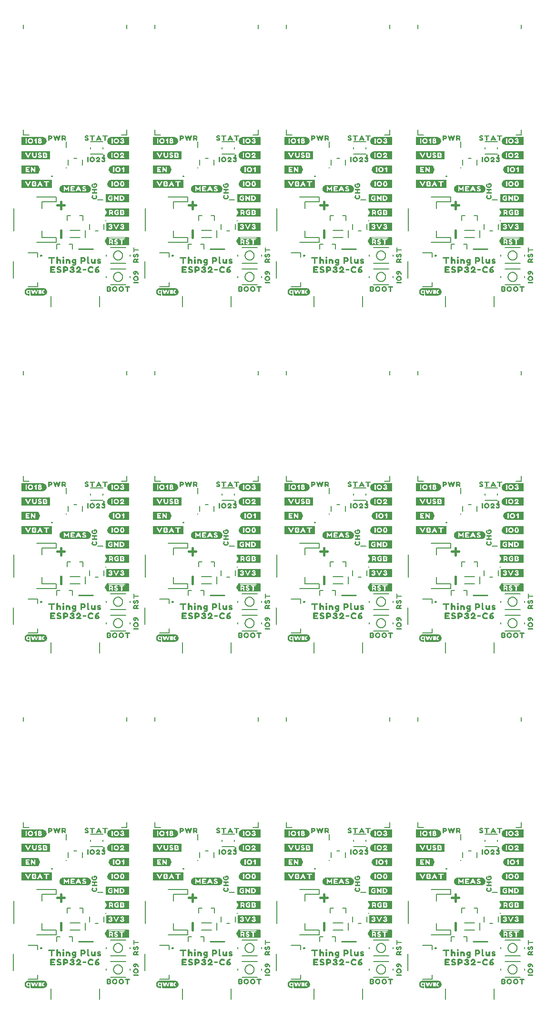
<source format=gto>
G04 EAGLE Gerber RS-274X export*
G75*
%MOMM*%
%FSLAX34Y34*%
%LPD*%
%INSilkscreen Top*%
%IPPOS*%
%AMOC8*
5,1,8,0,0,1.08239X$1,22.5*%
G01*
%ADD10C,0.381000*%
%ADD11C,0.254000*%
%ADD12C,0.200000*%
%ADD13C,0.203200*%
%ADD14C,0.127000*%
%ADD15C,0.254000*%
%ADD16C,0.177800*%

G36*
X773927Y1463847D02*
X773927Y1463847D01*
X773922Y1463854D01*
X773929Y1463860D01*
X773929Y1477460D01*
X773893Y1477507D01*
X773886Y1477502D01*
X773880Y1477509D01*
X720280Y1477509D01*
X720275Y1477506D01*
X720272Y1477509D01*
X719672Y1477409D01*
X719635Y1477370D01*
X719633Y1477368D01*
X719633Y1477367D01*
X719631Y1477365D01*
X719634Y1477363D01*
X719631Y1477360D01*
X719631Y1463860D01*
X719667Y1463813D01*
X719674Y1463818D01*
X719680Y1463811D01*
X773880Y1463811D01*
X773927Y1463847D01*
G37*
G36*
X540247Y849167D02*
X540247Y849167D01*
X540242Y849174D01*
X540249Y849180D01*
X540249Y862780D01*
X540213Y862827D01*
X540206Y862822D01*
X540200Y862829D01*
X486600Y862829D01*
X486595Y862826D01*
X486592Y862829D01*
X485992Y862729D01*
X485955Y862690D01*
X485953Y862688D01*
X485953Y862687D01*
X485951Y862685D01*
X485954Y862683D01*
X485951Y862680D01*
X485951Y849180D01*
X485987Y849133D01*
X485994Y849138D01*
X486000Y849131D01*
X540200Y849131D01*
X540247Y849167D01*
G37*
G36*
X306567Y1463847D02*
X306567Y1463847D01*
X306562Y1463854D01*
X306569Y1463860D01*
X306569Y1477460D01*
X306533Y1477507D01*
X306526Y1477502D01*
X306520Y1477509D01*
X252920Y1477509D01*
X252915Y1477506D01*
X252912Y1477509D01*
X252312Y1477409D01*
X252275Y1477370D01*
X252273Y1477368D01*
X252273Y1477367D01*
X252271Y1477365D01*
X252274Y1477363D01*
X252271Y1477360D01*
X252271Y1463860D01*
X252307Y1463813D01*
X252314Y1463818D01*
X252320Y1463811D01*
X306520Y1463811D01*
X306567Y1463847D01*
G37*
G36*
X773927Y849167D02*
X773927Y849167D01*
X773922Y849174D01*
X773929Y849180D01*
X773929Y862780D01*
X773893Y862827D01*
X773886Y862822D01*
X773880Y862829D01*
X720280Y862829D01*
X720275Y862826D01*
X720272Y862829D01*
X719672Y862729D01*
X719635Y862690D01*
X719633Y862688D01*
X719633Y862687D01*
X719631Y862685D01*
X719634Y862683D01*
X719631Y862680D01*
X719631Y849180D01*
X719667Y849133D01*
X719674Y849138D01*
X719680Y849131D01*
X773880Y849131D01*
X773927Y849167D01*
G37*
G36*
X72887Y849167D02*
X72887Y849167D01*
X72882Y849174D01*
X72889Y849180D01*
X72889Y862780D01*
X72853Y862827D01*
X72846Y862822D01*
X72840Y862829D01*
X19240Y862829D01*
X19235Y862826D01*
X19232Y862829D01*
X18632Y862729D01*
X18595Y862690D01*
X18593Y862688D01*
X18593Y862687D01*
X18591Y862685D01*
X18594Y862683D01*
X18591Y862680D01*
X18591Y849180D01*
X18627Y849133D01*
X18634Y849138D01*
X18640Y849131D01*
X72840Y849131D01*
X72887Y849167D01*
G37*
G36*
X306567Y849167D02*
X306567Y849167D01*
X306562Y849174D01*
X306569Y849180D01*
X306569Y862780D01*
X306533Y862827D01*
X306526Y862822D01*
X306520Y862829D01*
X252920Y862829D01*
X252915Y862826D01*
X252912Y862829D01*
X252312Y862729D01*
X252275Y862690D01*
X252273Y862688D01*
X252273Y862687D01*
X252271Y862685D01*
X252274Y862683D01*
X252271Y862680D01*
X252271Y849180D01*
X252307Y849133D01*
X252314Y849138D01*
X252320Y849131D01*
X306520Y849131D01*
X306567Y849167D01*
G37*
G36*
X540247Y1463847D02*
X540247Y1463847D01*
X540242Y1463854D01*
X540249Y1463860D01*
X540249Y1477460D01*
X540213Y1477507D01*
X540206Y1477502D01*
X540200Y1477509D01*
X486600Y1477509D01*
X486595Y1477506D01*
X486592Y1477509D01*
X485992Y1477409D01*
X485955Y1477370D01*
X485953Y1477368D01*
X485953Y1477367D01*
X485951Y1477365D01*
X485954Y1477363D01*
X485951Y1477360D01*
X485951Y1463860D01*
X485987Y1463813D01*
X485994Y1463818D01*
X486000Y1463811D01*
X540200Y1463811D01*
X540247Y1463847D01*
G37*
G36*
X72887Y1463847D02*
X72887Y1463847D01*
X72882Y1463854D01*
X72889Y1463860D01*
X72889Y1477460D01*
X72853Y1477507D01*
X72846Y1477502D01*
X72840Y1477509D01*
X19240Y1477509D01*
X19235Y1477506D01*
X19232Y1477509D01*
X18632Y1477409D01*
X18595Y1477370D01*
X18593Y1477368D01*
X18593Y1477367D01*
X18591Y1477365D01*
X18594Y1477363D01*
X18591Y1477360D01*
X18591Y1463860D01*
X18627Y1463813D01*
X18634Y1463818D01*
X18640Y1463811D01*
X72840Y1463811D01*
X72887Y1463847D01*
G37*
G36*
X540247Y234487D02*
X540247Y234487D01*
X540242Y234494D01*
X540249Y234500D01*
X540249Y248100D01*
X540213Y248147D01*
X540206Y248142D01*
X540200Y248149D01*
X486600Y248149D01*
X486595Y248146D01*
X486592Y248149D01*
X485992Y248049D01*
X485955Y248010D01*
X485953Y248008D01*
X485953Y248007D01*
X485951Y248005D01*
X485954Y248003D01*
X485951Y248000D01*
X485951Y234500D01*
X485987Y234453D01*
X485994Y234458D01*
X486000Y234451D01*
X540200Y234451D01*
X540247Y234487D01*
G37*
G36*
X306567Y234487D02*
X306567Y234487D01*
X306562Y234494D01*
X306569Y234500D01*
X306569Y248100D01*
X306533Y248147D01*
X306526Y248142D01*
X306520Y248149D01*
X252920Y248149D01*
X252915Y248146D01*
X252912Y248149D01*
X252312Y248049D01*
X252275Y248010D01*
X252273Y248008D01*
X252273Y248007D01*
X252271Y248005D01*
X252274Y248003D01*
X252271Y248000D01*
X252271Y234500D01*
X252307Y234453D01*
X252314Y234458D01*
X252320Y234451D01*
X306520Y234451D01*
X306567Y234487D01*
G37*
G36*
X72887Y234487D02*
X72887Y234487D01*
X72882Y234494D01*
X72889Y234500D01*
X72889Y248100D01*
X72853Y248147D01*
X72846Y248142D01*
X72840Y248149D01*
X19240Y248149D01*
X19235Y248146D01*
X19232Y248149D01*
X18632Y248049D01*
X18595Y248010D01*
X18593Y248008D01*
X18593Y248007D01*
X18591Y248005D01*
X18594Y248003D01*
X18591Y248000D01*
X18591Y234500D01*
X18627Y234453D01*
X18634Y234458D01*
X18640Y234451D01*
X72840Y234451D01*
X72887Y234487D01*
G37*
G36*
X773927Y234487D02*
X773927Y234487D01*
X773922Y234494D01*
X773929Y234500D01*
X773929Y248100D01*
X773893Y248147D01*
X773886Y248142D01*
X773880Y248149D01*
X720280Y248149D01*
X720275Y248146D01*
X720272Y248149D01*
X719672Y248049D01*
X719635Y248010D01*
X719633Y248008D01*
X719633Y248007D01*
X719631Y248005D01*
X719634Y248003D01*
X719631Y248000D01*
X719631Y234500D01*
X719667Y234453D01*
X719674Y234458D01*
X719680Y234451D01*
X773880Y234451D01*
X773927Y234487D01*
G37*
G36*
X136004Y1454924D02*
X136004Y1454924D01*
X136007Y1454921D01*
X136707Y1455021D01*
X136712Y1455026D01*
X136716Y1455023D01*
X137315Y1455223D01*
X138014Y1455423D01*
X138018Y1455428D01*
X138022Y1455426D01*
X139222Y1456026D01*
X139225Y1456033D01*
X139231Y1456032D01*
X139731Y1456432D01*
X139732Y1456436D01*
X139735Y1456435D01*
X140735Y1457435D01*
X140735Y1457439D01*
X140738Y1457439D01*
X141138Y1457939D01*
X141139Y1457947D01*
X141144Y1457948D01*
X141744Y1459148D01*
X141743Y1459155D01*
X141747Y1459156D01*
X141947Y1459855D01*
X142147Y1460454D01*
X142145Y1460461D01*
X142149Y1460463D01*
X142249Y1461163D01*
X142246Y1461168D01*
X142249Y1461170D01*
X142249Y1462470D01*
X142246Y1462474D01*
X142249Y1462477D01*
X142149Y1463177D01*
X142145Y1463181D01*
X142147Y1463184D01*
X141947Y1463884D01*
X141942Y1463888D01*
X141944Y1463892D01*
X141044Y1465692D01*
X141037Y1465695D01*
X141038Y1465701D01*
X140638Y1466201D01*
X140634Y1466202D01*
X140635Y1466205D01*
X139635Y1467205D01*
X139623Y1467206D01*
X139622Y1467214D01*
X139025Y1467513D01*
X138427Y1467911D01*
X138418Y1467910D01*
X138416Y1467917D01*
X137216Y1468317D01*
X137214Y1468316D01*
X137214Y1468317D01*
X136514Y1468517D01*
X136509Y1468516D01*
X136507Y1468519D01*
X135807Y1468619D01*
X135802Y1468616D01*
X135800Y1468619D01*
X92700Y1468619D01*
X92695Y1468616D01*
X92692Y1468619D01*
X92092Y1468519D01*
X92089Y1468515D01*
X92086Y1468517D01*
X91386Y1468317D01*
X91385Y1468316D01*
X91384Y1468317D01*
X90785Y1468117D01*
X90086Y1467917D01*
X90078Y1467906D01*
X90069Y1467908D01*
X89571Y1467510D01*
X88973Y1467111D01*
X88972Y1467108D01*
X88969Y1467108D01*
X88469Y1466708D01*
X88468Y1466704D01*
X88465Y1466705D01*
X87965Y1466205D01*
X87965Y1466201D01*
X87962Y1466201D01*
X87562Y1465701D01*
X87561Y1465697D01*
X87559Y1465697D01*
X87159Y1465097D01*
X87159Y1465093D01*
X87156Y1465092D01*
X86856Y1464492D01*
X86856Y1464489D01*
X86855Y1464489D01*
X86857Y1464487D01*
X86853Y1464486D01*
X86653Y1463886D01*
X86654Y1463884D01*
X86653Y1463884D01*
X86453Y1463184D01*
X86455Y1463179D01*
X86451Y1463177D01*
X86351Y1462477D01*
X86354Y1462472D01*
X86351Y1462470D01*
X86351Y1461170D01*
X86354Y1461166D01*
X86351Y1461163D01*
X86451Y1460463D01*
X86455Y1460459D01*
X86453Y1460456D01*
X86653Y1459756D01*
X86654Y1459755D01*
X86653Y1459754D01*
X86853Y1459154D01*
X86858Y1459151D01*
X86856Y1459148D01*
X87456Y1457948D01*
X87466Y1457943D01*
X87465Y1457935D01*
X87963Y1457437D01*
X88362Y1456939D01*
X88366Y1456938D01*
X88365Y1456935D01*
X88865Y1456435D01*
X88872Y1456434D01*
X88873Y1456429D01*
X89473Y1456029D01*
X89475Y1456029D01*
X89475Y1456028D01*
X89975Y1455728D01*
X89980Y1455728D01*
X89981Y1455725D01*
X90681Y1455425D01*
X90684Y1455426D01*
X90684Y1455423D01*
X91284Y1455223D01*
X91286Y1455224D01*
X91286Y1455223D01*
X91986Y1455023D01*
X91990Y1455024D01*
X91992Y1455021D01*
X92592Y1454921D01*
X92597Y1454924D01*
X92600Y1454921D01*
X136000Y1454921D01*
X136004Y1454924D01*
G37*
G36*
X369684Y840244D02*
X369684Y840244D01*
X369687Y840241D01*
X370387Y840341D01*
X370392Y840346D01*
X370396Y840343D01*
X370995Y840543D01*
X371694Y840743D01*
X371698Y840748D01*
X371702Y840746D01*
X372902Y841346D01*
X372905Y841353D01*
X372911Y841352D01*
X373411Y841752D01*
X373412Y841756D01*
X373415Y841755D01*
X374415Y842755D01*
X374415Y842759D01*
X374418Y842759D01*
X374818Y843259D01*
X374819Y843267D01*
X374824Y843268D01*
X375424Y844468D01*
X375423Y844475D01*
X375427Y844476D01*
X375627Y845175D01*
X375827Y845774D01*
X375825Y845781D01*
X375829Y845783D01*
X375929Y846483D01*
X375926Y846488D01*
X375929Y846490D01*
X375929Y847790D01*
X375926Y847794D01*
X375929Y847797D01*
X375829Y848497D01*
X375825Y848501D01*
X375827Y848504D01*
X375627Y849204D01*
X375622Y849208D01*
X375624Y849212D01*
X374724Y851012D01*
X374717Y851015D01*
X374718Y851021D01*
X374318Y851521D01*
X374314Y851522D01*
X374315Y851525D01*
X373315Y852525D01*
X373303Y852526D01*
X373302Y852534D01*
X372705Y852833D01*
X372107Y853231D01*
X372098Y853230D01*
X372096Y853237D01*
X370896Y853637D01*
X370894Y853636D01*
X370894Y853637D01*
X370194Y853837D01*
X370189Y853836D01*
X370187Y853839D01*
X369487Y853939D01*
X369482Y853936D01*
X369480Y853939D01*
X326380Y853939D01*
X326375Y853936D01*
X326372Y853939D01*
X325772Y853839D01*
X325769Y853835D01*
X325766Y853837D01*
X325066Y853637D01*
X325065Y853636D01*
X325064Y853637D01*
X324465Y853437D01*
X323766Y853237D01*
X323758Y853226D01*
X323749Y853228D01*
X323251Y852830D01*
X322653Y852431D01*
X322652Y852428D01*
X322649Y852428D01*
X322149Y852028D01*
X322148Y852024D01*
X322145Y852025D01*
X321645Y851525D01*
X321645Y851521D01*
X321642Y851521D01*
X321242Y851021D01*
X321241Y851017D01*
X321239Y851017D01*
X320839Y850417D01*
X320839Y850413D01*
X320836Y850412D01*
X320536Y849812D01*
X320536Y849809D01*
X320535Y849809D01*
X320537Y849807D01*
X320533Y849806D01*
X320333Y849206D01*
X320334Y849204D01*
X320333Y849204D01*
X320133Y848504D01*
X320135Y848499D01*
X320131Y848497D01*
X320031Y847797D01*
X320034Y847792D01*
X320031Y847790D01*
X320031Y846490D01*
X320034Y846486D01*
X320031Y846483D01*
X320131Y845783D01*
X320135Y845779D01*
X320133Y845776D01*
X320333Y845076D01*
X320334Y845075D01*
X320333Y845074D01*
X320533Y844474D01*
X320538Y844471D01*
X320536Y844468D01*
X321136Y843268D01*
X321146Y843263D01*
X321145Y843255D01*
X321643Y842757D01*
X322042Y842259D01*
X322046Y842258D01*
X322045Y842255D01*
X322545Y841755D01*
X322552Y841754D01*
X322553Y841749D01*
X323153Y841349D01*
X323155Y841349D01*
X323155Y841348D01*
X323655Y841048D01*
X323660Y841048D01*
X323661Y841045D01*
X324361Y840745D01*
X324364Y840746D01*
X324364Y840743D01*
X324964Y840543D01*
X324966Y840544D01*
X324966Y840543D01*
X325666Y840343D01*
X325670Y840344D01*
X325672Y840341D01*
X326272Y840241D01*
X326277Y840244D01*
X326280Y840241D01*
X369680Y840241D01*
X369684Y840244D01*
G37*
G36*
X136004Y225564D02*
X136004Y225564D01*
X136007Y225561D01*
X136707Y225661D01*
X136712Y225666D01*
X136716Y225663D01*
X137315Y225863D01*
X138014Y226063D01*
X138018Y226068D01*
X138022Y226066D01*
X139222Y226666D01*
X139225Y226673D01*
X139231Y226672D01*
X139731Y227072D01*
X139732Y227076D01*
X139735Y227075D01*
X140735Y228075D01*
X140735Y228079D01*
X140738Y228079D01*
X141138Y228579D01*
X141139Y228587D01*
X141144Y228588D01*
X141744Y229788D01*
X141743Y229795D01*
X141747Y229796D01*
X141947Y230495D01*
X142147Y231094D01*
X142145Y231101D01*
X142149Y231103D01*
X142249Y231803D01*
X142246Y231808D01*
X142249Y231810D01*
X142249Y233110D01*
X142246Y233114D01*
X142249Y233117D01*
X142149Y233817D01*
X142145Y233821D01*
X142147Y233824D01*
X141947Y234524D01*
X141942Y234528D01*
X141944Y234532D01*
X141044Y236332D01*
X141037Y236335D01*
X141038Y236341D01*
X140638Y236841D01*
X140634Y236842D01*
X140635Y236845D01*
X139635Y237845D01*
X139623Y237846D01*
X139622Y237854D01*
X139025Y238153D01*
X138427Y238551D01*
X138418Y238550D01*
X138416Y238557D01*
X137216Y238957D01*
X137214Y238956D01*
X137214Y238957D01*
X136514Y239157D01*
X136509Y239156D01*
X136507Y239159D01*
X135807Y239259D01*
X135802Y239256D01*
X135800Y239259D01*
X92700Y239259D01*
X92695Y239256D01*
X92692Y239259D01*
X92092Y239159D01*
X92089Y239155D01*
X92086Y239157D01*
X91386Y238957D01*
X91385Y238956D01*
X91384Y238957D01*
X90785Y238757D01*
X90086Y238557D01*
X90078Y238546D01*
X90069Y238548D01*
X89571Y238150D01*
X88973Y237751D01*
X88972Y237748D01*
X88969Y237748D01*
X88469Y237348D01*
X88468Y237344D01*
X88465Y237345D01*
X87965Y236845D01*
X87965Y236841D01*
X87962Y236841D01*
X87562Y236341D01*
X87561Y236337D01*
X87559Y236337D01*
X87159Y235737D01*
X87159Y235733D01*
X87156Y235732D01*
X86856Y235132D01*
X86856Y235129D01*
X86855Y235129D01*
X86857Y235127D01*
X86853Y235126D01*
X86653Y234526D01*
X86654Y234524D01*
X86653Y234524D01*
X86453Y233824D01*
X86455Y233819D01*
X86451Y233817D01*
X86351Y233117D01*
X86354Y233112D01*
X86351Y233110D01*
X86351Y231810D01*
X86354Y231806D01*
X86351Y231803D01*
X86451Y231103D01*
X86455Y231099D01*
X86453Y231096D01*
X86653Y230396D01*
X86654Y230395D01*
X86653Y230394D01*
X86853Y229794D01*
X86858Y229791D01*
X86856Y229788D01*
X87456Y228588D01*
X87466Y228583D01*
X87465Y228575D01*
X87963Y228077D01*
X88362Y227579D01*
X88366Y227578D01*
X88365Y227575D01*
X88865Y227075D01*
X88872Y227074D01*
X88873Y227069D01*
X89473Y226669D01*
X89475Y226669D01*
X89475Y226668D01*
X89975Y226368D01*
X89980Y226368D01*
X89981Y226365D01*
X90681Y226065D01*
X90684Y226066D01*
X90684Y226063D01*
X91284Y225863D01*
X91286Y225864D01*
X91286Y225863D01*
X91986Y225663D01*
X91990Y225664D01*
X91992Y225661D01*
X92592Y225561D01*
X92597Y225564D01*
X92600Y225561D01*
X136000Y225561D01*
X136004Y225564D01*
G37*
G36*
X136004Y840244D02*
X136004Y840244D01*
X136007Y840241D01*
X136707Y840341D01*
X136712Y840346D01*
X136716Y840343D01*
X137315Y840543D01*
X138014Y840743D01*
X138018Y840748D01*
X138022Y840746D01*
X139222Y841346D01*
X139225Y841353D01*
X139231Y841352D01*
X139731Y841752D01*
X139732Y841756D01*
X139735Y841755D01*
X140735Y842755D01*
X140735Y842759D01*
X140738Y842759D01*
X141138Y843259D01*
X141139Y843267D01*
X141144Y843268D01*
X141744Y844468D01*
X141743Y844475D01*
X141747Y844476D01*
X141947Y845175D01*
X142147Y845774D01*
X142145Y845781D01*
X142149Y845783D01*
X142249Y846483D01*
X142246Y846488D01*
X142249Y846490D01*
X142249Y847790D01*
X142246Y847794D01*
X142249Y847797D01*
X142149Y848497D01*
X142145Y848501D01*
X142147Y848504D01*
X141947Y849204D01*
X141942Y849208D01*
X141944Y849212D01*
X141044Y851012D01*
X141037Y851015D01*
X141038Y851021D01*
X140638Y851521D01*
X140634Y851522D01*
X140635Y851525D01*
X139635Y852525D01*
X139623Y852526D01*
X139622Y852534D01*
X139025Y852833D01*
X138427Y853231D01*
X138418Y853230D01*
X138416Y853237D01*
X137216Y853637D01*
X137214Y853636D01*
X137214Y853637D01*
X136514Y853837D01*
X136509Y853836D01*
X136507Y853839D01*
X135807Y853939D01*
X135802Y853936D01*
X135800Y853939D01*
X92700Y853939D01*
X92695Y853936D01*
X92692Y853939D01*
X92092Y853839D01*
X92089Y853835D01*
X92086Y853837D01*
X91386Y853637D01*
X91385Y853636D01*
X91384Y853637D01*
X90785Y853437D01*
X90086Y853237D01*
X90078Y853226D01*
X90069Y853228D01*
X89571Y852830D01*
X88973Y852431D01*
X88972Y852428D01*
X88969Y852428D01*
X88469Y852028D01*
X88468Y852024D01*
X88465Y852025D01*
X87965Y851525D01*
X87965Y851521D01*
X87962Y851521D01*
X87562Y851021D01*
X87561Y851017D01*
X87559Y851017D01*
X87159Y850417D01*
X87159Y850413D01*
X87156Y850412D01*
X86856Y849812D01*
X86856Y849809D01*
X86855Y849809D01*
X86857Y849807D01*
X86853Y849806D01*
X86653Y849206D01*
X86654Y849204D01*
X86653Y849204D01*
X86453Y848504D01*
X86455Y848499D01*
X86451Y848497D01*
X86351Y847797D01*
X86354Y847792D01*
X86351Y847790D01*
X86351Y846490D01*
X86354Y846486D01*
X86351Y846483D01*
X86451Y845783D01*
X86455Y845779D01*
X86453Y845776D01*
X86653Y845076D01*
X86654Y845075D01*
X86653Y845074D01*
X86853Y844474D01*
X86858Y844471D01*
X86856Y844468D01*
X87456Y843268D01*
X87466Y843263D01*
X87465Y843255D01*
X87963Y842757D01*
X88362Y842259D01*
X88366Y842258D01*
X88365Y842255D01*
X88865Y841755D01*
X88872Y841754D01*
X88873Y841749D01*
X89473Y841349D01*
X89475Y841349D01*
X89475Y841348D01*
X89975Y841048D01*
X89980Y841048D01*
X89981Y841045D01*
X90681Y840745D01*
X90684Y840746D01*
X90684Y840743D01*
X91284Y840543D01*
X91286Y840544D01*
X91286Y840543D01*
X91986Y840343D01*
X91990Y840344D01*
X91992Y840341D01*
X92592Y840241D01*
X92597Y840244D01*
X92600Y840241D01*
X136000Y840241D01*
X136004Y840244D01*
G37*
G36*
X603364Y840244D02*
X603364Y840244D01*
X603367Y840241D01*
X604067Y840341D01*
X604072Y840346D01*
X604076Y840343D01*
X604675Y840543D01*
X605374Y840743D01*
X605378Y840748D01*
X605382Y840746D01*
X606582Y841346D01*
X606585Y841353D01*
X606591Y841352D01*
X607091Y841752D01*
X607092Y841756D01*
X607095Y841755D01*
X608095Y842755D01*
X608095Y842759D01*
X608098Y842759D01*
X608498Y843259D01*
X608499Y843267D01*
X608504Y843268D01*
X609104Y844468D01*
X609103Y844475D01*
X609107Y844476D01*
X609307Y845175D01*
X609507Y845774D01*
X609505Y845781D01*
X609509Y845783D01*
X609609Y846483D01*
X609606Y846488D01*
X609609Y846490D01*
X609609Y847790D01*
X609606Y847794D01*
X609609Y847797D01*
X609509Y848497D01*
X609505Y848501D01*
X609507Y848504D01*
X609307Y849204D01*
X609302Y849208D01*
X609304Y849212D01*
X608404Y851012D01*
X608397Y851015D01*
X608398Y851021D01*
X607998Y851521D01*
X607994Y851522D01*
X607995Y851525D01*
X606995Y852525D01*
X606983Y852526D01*
X606982Y852534D01*
X606385Y852833D01*
X605787Y853231D01*
X605778Y853230D01*
X605776Y853237D01*
X604576Y853637D01*
X604574Y853636D01*
X604574Y853637D01*
X603874Y853837D01*
X603869Y853836D01*
X603867Y853839D01*
X603167Y853939D01*
X603162Y853936D01*
X603160Y853939D01*
X560060Y853939D01*
X560055Y853936D01*
X560052Y853939D01*
X559452Y853839D01*
X559449Y853835D01*
X559446Y853837D01*
X558746Y853637D01*
X558745Y853636D01*
X558744Y853637D01*
X558145Y853437D01*
X557446Y853237D01*
X557438Y853226D01*
X557429Y853228D01*
X556931Y852830D01*
X556333Y852431D01*
X556332Y852428D01*
X556329Y852428D01*
X555829Y852028D01*
X555828Y852024D01*
X555825Y852025D01*
X555325Y851525D01*
X555325Y851521D01*
X555322Y851521D01*
X554922Y851021D01*
X554921Y851017D01*
X554919Y851017D01*
X554519Y850417D01*
X554519Y850413D01*
X554516Y850412D01*
X554216Y849812D01*
X554216Y849809D01*
X554215Y849809D01*
X554217Y849807D01*
X554213Y849806D01*
X554013Y849206D01*
X554014Y849204D01*
X554013Y849204D01*
X553813Y848504D01*
X553815Y848499D01*
X553811Y848497D01*
X553711Y847797D01*
X553714Y847792D01*
X553711Y847790D01*
X553711Y846490D01*
X553714Y846486D01*
X553711Y846483D01*
X553811Y845783D01*
X553815Y845779D01*
X553813Y845776D01*
X554013Y845076D01*
X554014Y845075D01*
X554013Y845074D01*
X554213Y844474D01*
X554218Y844471D01*
X554216Y844468D01*
X554816Y843268D01*
X554826Y843263D01*
X554825Y843255D01*
X555323Y842757D01*
X555722Y842259D01*
X555726Y842258D01*
X555725Y842255D01*
X556225Y841755D01*
X556232Y841754D01*
X556233Y841749D01*
X556833Y841349D01*
X556835Y841349D01*
X556835Y841348D01*
X557335Y841048D01*
X557340Y841048D01*
X557341Y841045D01*
X558041Y840745D01*
X558044Y840746D01*
X558044Y840743D01*
X558644Y840543D01*
X558646Y840544D01*
X558646Y840543D01*
X559346Y840343D01*
X559350Y840344D01*
X559352Y840341D01*
X559952Y840241D01*
X559957Y840244D01*
X559960Y840241D01*
X603360Y840241D01*
X603364Y840244D01*
G37*
G36*
X369684Y1454924D02*
X369684Y1454924D01*
X369687Y1454921D01*
X370387Y1455021D01*
X370392Y1455026D01*
X370396Y1455023D01*
X370995Y1455223D01*
X371694Y1455423D01*
X371698Y1455428D01*
X371702Y1455426D01*
X372902Y1456026D01*
X372905Y1456033D01*
X372911Y1456032D01*
X373411Y1456432D01*
X373412Y1456436D01*
X373415Y1456435D01*
X374415Y1457435D01*
X374415Y1457439D01*
X374418Y1457439D01*
X374818Y1457939D01*
X374819Y1457947D01*
X374824Y1457948D01*
X375424Y1459148D01*
X375423Y1459155D01*
X375427Y1459156D01*
X375627Y1459855D01*
X375827Y1460454D01*
X375825Y1460461D01*
X375829Y1460463D01*
X375929Y1461163D01*
X375926Y1461168D01*
X375929Y1461170D01*
X375929Y1462470D01*
X375926Y1462474D01*
X375929Y1462477D01*
X375829Y1463177D01*
X375825Y1463181D01*
X375827Y1463184D01*
X375627Y1463884D01*
X375622Y1463888D01*
X375624Y1463892D01*
X374724Y1465692D01*
X374717Y1465695D01*
X374718Y1465701D01*
X374318Y1466201D01*
X374314Y1466202D01*
X374315Y1466205D01*
X373315Y1467205D01*
X373303Y1467206D01*
X373302Y1467214D01*
X372705Y1467513D01*
X372107Y1467911D01*
X372098Y1467910D01*
X372096Y1467917D01*
X370896Y1468317D01*
X370894Y1468316D01*
X370894Y1468317D01*
X370194Y1468517D01*
X370189Y1468516D01*
X370187Y1468519D01*
X369487Y1468619D01*
X369482Y1468616D01*
X369480Y1468619D01*
X326380Y1468619D01*
X326375Y1468616D01*
X326372Y1468619D01*
X325772Y1468519D01*
X325769Y1468515D01*
X325766Y1468517D01*
X325066Y1468317D01*
X325065Y1468316D01*
X325064Y1468317D01*
X324465Y1468117D01*
X323766Y1467917D01*
X323758Y1467906D01*
X323749Y1467908D01*
X323251Y1467510D01*
X322653Y1467111D01*
X322652Y1467108D01*
X322649Y1467108D01*
X322149Y1466708D01*
X322148Y1466704D01*
X322145Y1466705D01*
X321645Y1466205D01*
X321645Y1466201D01*
X321642Y1466201D01*
X321242Y1465701D01*
X321241Y1465697D01*
X321239Y1465697D01*
X320839Y1465097D01*
X320839Y1465093D01*
X320836Y1465092D01*
X320536Y1464492D01*
X320536Y1464489D01*
X320535Y1464489D01*
X320537Y1464487D01*
X320533Y1464486D01*
X320333Y1463886D01*
X320334Y1463884D01*
X320333Y1463884D01*
X320133Y1463184D01*
X320135Y1463179D01*
X320131Y1463177D01*
X320031Y1462477D01*
X320034Y1462472D01*
X320031Y1462470D01*
X320031Y1461170D01*
X320034Y1461166D01*
X320031Y1461163D01*
X320131Y1460463D01*
X320135Y1460459D01*
X320133Y1460456D01*
X320333Y1459756D01*
X320334Y1459755D01*
X320333Y1459754D01*
X320533Y1459154D01*
X320538Y1459151D01*
X320536Y1459148D01*
X321136Y1457948D01*
X321146Y1457943D01*
X321145Y1457935D01*
X321643Y1457437D01*
X322042Y1456939D01*
X322046Y1456938D01*
X322045Y1456935D01*
X322545Y1456435D01*
X322552Y1456434D01*
X322553Y1456429D01*
X323153Y1456029D01*
X323155Y1456029D01*
X323155Y1456028D01*
X323655Y1455728D01*
X323660Y1455728D01*
X323661Y1455725D01*
X324361Y1455425D01*
X324364Y1455426D01*
X324364Y1455423D01*
X324964Y1455223D01*
X324966Y1455224D01*
X324966Y1455223D01*
X325666Y1455023D01*
X325670Y1455024D01*
X325672Y1455021D01*
X326272Y1454921D01*
X326277Y1454924D01*
X326280Y1454921D01*
X369680Y1454921D01*
X369684Y1454924D01*
G37*
G36*
X603364Y1454924D02*
X603364Y1454924D01*
X603367Y1454921D01*
X604067Y1455021D01*
X604072Y1455026D01*
X604076Y1455023D01*
X604675Y1455223D01*
X605374Y1455423D01*
X605378Y1455428D01*
X605382Y1455426D01*
X606582Y1456026D01*
X606585Y1456033D01*
X606591Y1456032D01*
X607091Y1456432D01*
X607092Y1456436D01*
X607095Y1456435D01*
X608095Y1457435D01*
X608095Y1457439D01*
X608098Y1457439D01*
X608498Y1457939D01*
X608499Y1457947D01*
X608504Y1457948D01*
X609104Y1459148D01*
X609103Y1459155D01*
X609107Y1459156D01*
X609307Y1459855D01*
X609507Y1460454D01*
X609505Y1460461D01*
X609509Y1460463D01*
X609609Y1461163D01*
X609606Y1461168D01*
X609609Y1461170D01*
X609609Y1462470D01*
X609606Y1462474D01*
X609609Y1462477D01*
X609509Y1463177D01*
X609505Y1463181D01*
X609507Y1463184D01*
X609307Y1463884D01*
X609302Y1463888D01*
X609304Y1463892D01*
X608404Y1465692D01*
X608397Y1465695D01*
X608398Y1465701D01*
X607998Y1466201D01*
X607994Y1466202D01*
X607995Y1466205D01*
X606995Y1467205D01*
X606983Y1467206D01*
X606982Y1467214D01*
X606385Y1467513D01*
X605787Y1467911D01*
X605778Y1467910D01*
X605776Y1467917D01*
X604576Y1468317D01*
X604574Y1468316D01*
X604574Y1468317D01*
X603874Y1468517D01*
X603869Y1468516D01*
X603867Y1468519D01*
X603167Y1468619D01*
X603162Y1468616D01*
X603160Y1468619D01*
X560060Y1468619D01*
X560055Y1468616D01*
X560052Y1468619D01*
X559452Y1468519D01*
X559449Y1468515D01*
X559446Y1468517D01*
X558746Y1468317D01*
X558745Y1468316D01*
X558744Y1468317D01*
X558145Y1468117D01*
X557446Y1467917D01*
X557438Y1467906D01*
X557429Y1467908D01*
X556931Y1467510D01*
X556333Y1467111D01*
X556332Y1467108D01*
X556329Y1467108D01*
X555829Y1466708D01*
X555828Y1466704D01*
X555825Y1466705D01*
X555325Y1466205D01*
X555325Y1466201D01*
X555322Y1466201D01*
X554922Y1465701D01*
X554921Y1465697D01*
X554919Y1465697D01*
X554519Y1465097D01*
X554519Y1465093D01*
X554516Y1465092D01*
X554216Y1464492D01*
X554216Y1464489D01*
X554215Y1464489D01*
X554217Y1464487D01*
X554213Y1464486D01*
X554013Y1463886D01*
X554014Y1463884D01*
X554013Y1463884D01*
X553813Y1463184D01*
X553815Y1463179D01*
X553811Y1463177D01*
X553711Y1462477D01*
X553714Y1462472D01*
X553711Y1462470D01*
X553711Y1461170D01*
X553714Y1461166D01*
X553711Y1461163D01*
X553811Y1460463D01*
X553815Y1460459D01*
X553813Y1460456D01*
X554013Y1459756D01*
X554014Y1459755D01*
X554013Y1459754D01*
X554213Y1459154D01*
X554218Y1459151D01*
X554216Y1459148D01*
X554816Y1457948D01*
X554826Y1457943D01*
X554825Y1457935D01*
X555323Y1457437D01*
X555722Y1456939D01*
X555726Y1456938D01*
X555725Y1456935D01*
X556225Y1456435D01*
X556232Y1456434D01*
X556233Y1456429D01*
X556833Y1456029D01*
X556835Y1456029D01*
X556835Y1456028D01*
X557335Y1455728D01*
X557340Y1455728D01*
X557341Y1455725D01*
X558041Y1455425D01*
X558044Y1455426D01*
X558044Y1455423D01*
X558644Y1455223D01*
X558646Y1455224D01*
X558646Y1455223D01*
X559346Y1455023D01*
X559350Y1455024D01*
X559352Y1455021D01*
X559952Y1454921D01*
X559957Y1454924D01*
X559960Y1454921D01*
X603360Y1454921D01*
X603364Y1454924D01*
G37*
G36*
X837044Y840244D02*
X837044Y840244D01*
X837047Y840241D01*
X837747Y840341D01*
X837752Y840346D01*
X837756Y840343D01*
X838355Y840543D01*
X839054Y840743D01*
X839058Y840748D01*
X839062Y840746D01*
X840262Y841346D01*
X840265Y841353D01*
X840271Y841352D01*
X840771Y841752D01*
X840772Y841756D01*
X840775Y841755D01*
X841775Y842755D01*
X841775Y842759D01*
X841778Y842759D01*
X842178Y843259D01*
X842179Y843267D01*
X842184Y843268D01*
X842784Y844468D01*
X842783Y844475D01*
X842787Y844476D01*
X842987Y845175D01*
X843187Y845774D01*
X843185Y845781D01*
X843189Y845783D01*
X843289Y846483D01*
X843286Y846488D01*
X843289Y846490D01*
X843289Y847790D01*
X843286Y847794D01*
X843289Y847797D01*
X843189Y848497D01*
X843185Y848501D01*
X843187Y848504D01*
X842987Y849204D01*
X842982Y849208D01*
X842984Y849212D01*
X842084Y851012D01*
X842077Y851015D01*
X842078Y851021D01*
X841678Y851521D01*
X841674Y851522D01*
X841675Y851525D01*
X840675Y852525D01*
X840663Y852526D01*
X840662Y852534D01*
X840065Y852833D01*
X839467Y853231D01*
X839458Y853230D01*
X839456Y853237D01*
X838256Y853637D01*
X838254Y853636D01*
X838254Y853637D01*
X837554Y853837D01*
X837549Y853836D01*
X837547Y853839D01*
X836847Y853939D01*
X836842Y853936D01*
X836840Y853939D01*
X793740Y853939D01*
X793735Y853936D01*
X793732Y853939D01*
X793132Y853839D01*
X793129Y853835D01*
X793126Y853837D01*
X792426Y853637D01*
X792425Y853636D01*
X792424Y853637D01*
X791825Y853437D01*
X791126Y853237D01*
X791118Y853226D01*
X791109Y853228D01*
X790611Y852830D01*
X790013Y852431D01*
X790012Y852428D01*
X790009Y852428D01*
X789509Y852028D01*
X789508Y852024D01*
X789505Y852025D01*
X789005Y851525D01*
X789005Y851521D01*
X789002Y851521D01*
X788602Y851021D01*
X788601Y851017D01*
X788599Y851017D01*
X788199Y850417D01*
X788199Y850413D01*
X788196Y850412D01*
X787896Y849812D01*
X787896Y849809D01*
X787895Y849809D01*
X787897Y849807D01*
X787893Y849806D01*
X787693Y849206D01*
X787694Y849204D01*
X787693Y849204D01*
X787493Y848504D01*
X787495Y848499D01*
X787491Y848497D01*
X787391Y847797D01*
X787394Y847792D01*
X787391Y847790D01*
X787391Y846490D01*
X787394Y846486D01*
X787391Y846483D01*
X787491Y845783D01*
X787495Y845779D01*
X787493Y845776D01*
X787693Y845076D01*
X787694Y845075D01*
X787693Y845074D01*
X787893Y844474D01*
X787898Y844471D01*
X787896Y844468D01*
X788496Y843268D01*
X788506Y843263D01*
X788505Y843255D01*
X789003Y842757D01*
X789402Y842259D01*
X789406Y842258D01*
X789405Y842255D01*
X789905Y841755D01*
X789912Y841754D01*
X789913Y841749D01*
X790513Y841349D01*
X790515Y841349D01*
X790515Y841348D01*
X791015Y841048D01*
X791020Y841048D01*
X791021Y841045D01*
X791721Y840745D01*
X791724Y840746D01*
X791724Y840743D01*
X792324Y840543D01*
X792326Y840544D01*
X792326Y840543D01*
X793026Y840343D01*
X793030Y840344D01*
X793032Y840341D01*
X793632Y840241D01*
X793637Y840244D01*
X793640Y840241D01*
X837040Y840241D01*
X837044Y840244D01*
G37*
G36*
X837044Y1454924D02*
X837044Y1454924D01*
X837047Y1454921D01*
X837747Y1455021D01*
X837752Y1455026D01*
X837756Y1455023D01*
X838355Y1455223D01*
X839054Y1455423D01*
X839058Y1455428D01*
X839062Y1455426D01*
X840262Y1456026D01*
X840265Y1456033D01*
X840271Y1456032D01*
X840771Y1456432D01*
X840772Y1456436D01*
X840775Y1456435D01*
X841775Y1457435D01*
X841775Y1457439D01*
X841778Y1457439D01*
X842178Y1457939D01*
X842179Y1457947D01*
X842184Y1457948D01*
X842784Y1459148D01*
X842783Y1459155D01*
X842787Y1459156D01*
X842987Y1459855D01*
X843187Y1460454D01*
X843185Y1460461D01*
X843189Y1460463D01*
X843289Y1461163D01*
X843286Y1461168D01*
X843289Y1461170D01*
X843289Y1462470D01*
X843286Y1462474D01*
X843289Y1462477D01*
X843189Y1463177D01*
X843185Y1463181D01*
X843187Y1463184D01*
X842987Y1463884D01*
X842982Y1463888D01*
X842984Y1463892D01*
X842084Y1465692D01*
X842077Y1465695D01*
X842078Y1465701D01*
X841678Y1466201D01*
X841674Y1466202D01*
X841675Y1466205D01*
X840675Y1467205D01*
X840663Y1467206D01*
X840662Y1467214D01*
X840065Y1467513D01*
X839467Y1467911D01*
X839458Y1467910D01*
X839456Y1467917D01*
X838256Y1468317D01*
X838254Y1468316D01*
X838254Y1468317D01*
X837554Y1468517D01*
X837549Y1468516D01*
X837547Y1468519D01*
X836847Y1468619D01*
X836842Y1468616D01*
X836840Y1468619D01*
X793740Y1468619D01*
X793735Y1468616D01*
X793732Y1468619D01*
X793132Y1468519D01*
X793129Y1468515D01*
X793126Y1468517D01*
X792426Y1468317D01*
X792425Y1468316D01*
X792424Y1468317D01*
X791825Y1468117D01*
X791126Y1467917D01*
X791118Y1467906D01*
X791109Y1467908D01*
X790611Y1467510D01*
X790013Y1467111D01*
X790012Y1467108D01*
X790009Y1467108D01*
X789509Y1466708D01*
X789508Y1466704D01*
X789505Y1466705D01*
X789005Y1466205D01*
X789005Y1466201D01*
X789002Y1466201D01*
X788602Y1465701D01*
X788601Y1465697D01*
X788599Y1465697D01*
X788199Y1465097D01*
X788199Y1465093D01*
X788196Y1465092D01*
X787896Y1464492D01*
X787896Y1464489D01*
X787895Y1464489D01*
X787897Y1464487D01*
X787893Y1464486D01*
X787693Y1463886D01*
X787694Y1463884D01*
X787693Y1463884D01*
X787493Y1463184D01*
X787495Y1463179D01*
X787491Y1463177D01*
X787391Y1462477D01*
X787394Y1462472D01*
X787391Y1462470D01*
X787391Y1461170D01*
X787394Y1461166D01*
X787391Y1461163D01*
X787491Y1460463D01*
X787495Y1460459D01*
X787493Y1460456D01*
X787693Y1459756D01*
X787694Y1459755D01*
X787693Y1459754D01*
X787893Y1459154D01*
X787898Y1459151D01*
X787896Y1459148D01*
X788496Y1457948D01*
X788506Y1457943D01*
X788505Y1457935D01*
X789003Y1457437D01*
X789402Y1456939D01*
X789406Y1456938D01*
X789405Y1456935D01*
X789905Y1456435D01*
X789912Y1456434D01*
X789913Y1456429D01*
X790513Y1456029D01*
X790515Y1456029D01*
X790515Y1456028D01*
X791015Y1455728D01*
X791020Y1455728D01*
X791021Y1455725D01*
X791721Y1455425D01*
X791724Y1455426D01*
X791724Y1455423D01*
X792324Y1455223D01*
X792326Y1455224D01*
X792326Y1455223D01*
X793026Y1455023D01*
X793030Y1455024D01*
X793032Y1455021D01*
X793632Y1454921D01*
X793637Y1454924D01*
X793640Y1454921D01*
X837040Y1454921D01*
X837044Y1454924D01*
G37*
G36*
X837044Y225564D02*
X837044Y225564D01*
X837047Y225561D01*
X837747Y225661D01*
X837752Y225666D01*
X837756Y225663D01*
X838355Y225863D01*
X839054Y226063D01*
X839058Y226068D01*
X839062Y226066D01*
X840262Y226666D01*
X840265Y226673D01*
X840271Y226672D01*
X840771Y227072D01*
X840772Y227076D01*
X840775Y227075D01*
X841775Y228075D01*
X841775Y228079D01*
X841778Y228079D01*
X842178Y228579D01*
X842179Y228587D01*
X842184Y228588D01*
X842784Y229788D01*
X842783Y229795D01*
X842787Y229796D01*
X842987Y230495D01*
X843187Y231094D01*
X843185Y231101D01*
X843189Y231103D01*
X843289Y231803D01*
X843286Y231808D01*
X843289Y231810D01*
X843289Y233110D01*
X843286Y233114D01*
X843289Y233117D01*
X843189Y233817D01*
X843185Y233821D01*
X843187Y233824D01*
X842987Y234524D01*
X842982Y234528D01*
X842984Y234532D01*
X842084Y236332D01*
X842077Y236335D01*
X842078Y236341D01*
X841678Y236841D01*
X841674Y236842D01*
X841675Y236845D01*
X840675Y237845D01*
X840663Y237846D01*
X840662Y237854D01*
X840065Y238153D01*
X839467Y238551D01*
X839458Y238550D01*
X839456Y238557D01*
X838256Y238957D01*
X838254Y238956D01*
X838254Y238957D01*
X837554Y239157D01*
X837549Y239156D01*
X837547Y239159D01*
X836847Y239259D01*
X836842Y239256D01*
X836840Y239259D01*
X793740Y239259D01*
X793735Y239256D01*
X793732Y239259D01*
X793132Y239159D01*
X793129Y239155D01*
X793126Y239157D01*
X792426Y238957D01*
X792425Y238956D01*
X792424Y238957D01*
X791825Y238757D01*
X791126Y238557D01*
X791118Y238546D01*
X791109Y238548D01*
X790611Y238150D01*
X790013Y237751D01*
X790012Y237748D01*
X790009Y237748D01*
X789509Y237348D01*
X789508Y237344D01*
X789505Y237345D01*
X789005Y236845D01*
X789005Y236841D01*
X789002Y236841D01*
X788602Y236341D01*
X788601Y236337D01*
X788599Y236337D01*
X788199Y235737D01*
X788199Y235733D01*
X788196Y235732D01*
X787896Y235132D01*
X787896Y235129D01*
X787895Y235129D01*
X787897Y235127D01*
X787893Y235126D01*
X787693Y234526D01*
X787694Y234524D01*
X787693Y234524D01*
X787493Y233824D01*
X787495Y233819D01*
X787491Y233817D01*
X787391Y233117D01*
X787394Y233112D01*
X787391Y233110D01*
X787391Y231810D01*
X787394Y231806D01*
X787391Y231803D01*
X787491Y231103D01*
X787495Y231099D01*
X787493Y231096D01*
X787693Y230396D01*
X787694Y230395D01*
X787693Y230394D01*
X787893Y229794D01*
X787898Y229791D01*
X787896Y229788D01*
X788496Y228588D01*
X788506Y228583D01*
X788505Y228575D01*
X789003Y228077D01*
X789402Y227579D01*
X789406Y227578D01*
X789405Y227575D01*
X789905Y227075D01*
X789912Y227074D01*
X789913Y227069D01*
X790513Y226669D01*
X790515Y226669D01*
X790515Y226668D01*
X791015Y226368D01*
X791020Y226368D01*
X791021Y226365D01*
X791721Y226065D01*
X791724Y226066D01*
X791724Y226063D01*
X792324Y225863D01*
X792326Y225864D01*
X792326Y225863D01*
X793026Y225663D01*
X793030Y225664D01*
X793032Y225661D01*
X793632Y225561D01*
X793637Y225564D01*
X793640Y225561D01*
X837040Y225561D01*
X837044Y225564D01*
G37*
G36*
X369684Y225564D02*
X369684Y225564D01*
X369687Y225561D01*
X370387Y225661D01*
X370392Y225666D01*
X370396Y225663D01*
X370995Y225863D01*
X371694Y226063D01*
X371698Y226068D01*
X371702Y226066D01*
X372902Y226666D01*
X372905Y226673D01*
X372911Y226672D01*
X373411Y227072D01*
X373412Y227076D01*
X373415Y227075D01*
X374415Y228075D01*
X374415Y228079D01*
X374418Y228079D01*
X374818Y228579D01*
X374819Y228587D01*
X374824Y228588D01*
X375424Y229788D01*
X375423Y229795D01*
X375427Y229796D01*
X375627Y230495D01*
X375827Y231094D01*
X375825Y231101D01*
X375829Y231103D01*
X375929Y231803D01*
X375926Y231808D01*
X375929Y231810D01*
X375929Y233110D01*
X375926Y233114D01*
X375929Y233117D01*
X375829Y233817D01*
X375825Y233821D01*
X375827Y233824D01*
X375627Y234524D01*
X375622Y234528D01*
X375624Y234532D01*
X374724Y236332D01*
X374717Y236335D01*
X374718Y236341D01*
X374318Y236841D01*
X374314Y236842D01*
X374315Y236845D01*
X373315Y237845D01*
X373303Y237846D01*
X373302Y237854D01*
X372705Y238153D01*
X372107Y238551D01*
X372098Y238550D01*
X372096Y238557D01*
X370896Y238957D01*
X370894Y238956D01*
X370894Y238957D01*
X370194Y239157D01*
X370189Y239156D01*
X370187Y239159D01*
X369487Y239259D01*
X369482Y239256D01*
X369480Y239259D01*
X326380Y239259D01*
X326375Y239256D01*
X326372Y239259D01*
X325772Y239159D01*
X325769Y239155D01*
X325766Y239157D01*
X325066Y238957D01*
X325065Y238956D01*
X325064Y238957D01*
X324465Y238757D01*
X323766Y238557D01*
X323758Y238546D01*
X323749Y238548D01*
X323251Y238150D01*
X322653Y237751D01*
X322652Y237748D01*
X322649Y237748D01*
X322149Y237348D01*
X322148Y237344D01*
X322145Y237345D01*
X321645Y236845D01*
X321645Y236841D01*
X321642Y236841D01*
X321242Y236341D01*
X321241Y236337D01*
X321239Y236337D01*
X320839Y235737D01*
X320839Y235733D01*
X320836Y235732D01*
X320536Y235132D01*
X320536Y235129D01*
X320535Y235129D01*
X320537Y235127D01*
X320533Y235126D01*
X320333Y234526D01*
X320334Y234524D01*
X320333Y234524D01*
X320133Y233824D01*
X320135Y233819D01*
X320131Y233817D01*
X320031Y233117D01*
X320034Y233112D01*
X320031Y233110D01*
X320031Y231810D01*
X320034Y231806D01*
X320031Y231803D01*
X320131Y231103D01*
X320135Y231099D01*
X320133Y231096D01*
X320333Y230396D01*
X320334Y230395D01*
X320333Y230394D01*
X320533Y229794D01*
X320538Y229791D01*
X320536Y229788D01*
X321136Y228588D01*
X321146Y228583D01*
X321145Y228575D01*
X321643Y228077D01*
X322042Y227579D01*
X322046Y227578D01*
X322045Y227575D01*
X322545Y227075D01*
X322552Y227074D01*
X322553Y227069D01*
X323153Y226669D01*
X323155Y226669D01*
X323155Y226668D01*
X323655Y226368D01*
X323660Y226368D01*
X323661Y226365D01*
X324361Y226065D01*
X324364Y226066D01*
X324364Y226063D01*
X324964Y225863D01*
X324966Y225864D01*
X324966Y225863D01*
X325666Y225663D01*
X325670Y225664D01*
X325672Y225661D01*
X326272Y225561D01*
X326277Y225564D01*
X326280Y225561D01*
X369680Y225561D01*
X369684Y225564D01*
G37*
G36*
X603364Y225564D02*
X603364Y225564D01*
X603367Y225561D01*
X604067Y225661D01*
X604072Y225666D01*
X604076Y225663D01*
X604675Y225863D01*
X605374Y226063D01*
X605378Y226068D01*
X605382Y226066D01*
X606582Y226666D01*
X606585Y226673D01*
X606591Y226672D01*
X607091Y227072D01*
X607092Y227076D01*
X607095Y227075D01*
X608095Y228075D01*
X608095Y228079D01*
X608098Y228079D01*
X608498Y228579D01*
X608499Y228587D01*
X608504Y228588D01*
X609104Y229788D01*
X609103Y229795D01*
X609107Y229796D01*
X609307Y230495D01*
X609507Y231094D01*
X609505Y231101D01*
X609509Y231103D01*
X609609Y231803D01*
X609606Y231808D01*
X609609Y231810D01*
X609609Y233110D01*
X609606Y233114D01*
X609609Y233117D01*
X609509Y233817D01*
X609505Y233821D01*
X609507Y233824D01*
X609307Y234524D01*
X609302Y234528D01*
X609304Y234532D01*
X608404Y236332D01*
X608397Y236335D01*
X608398Y236341D01*
X607998Y236841D01*
X607994Y236842D01*
X607995Y236845D01*
X606995Y237845D01*
X606983Y237846D01*
X606982Y237854D01*
X606385Y238153D01*
X605787Y238551D01*
X605778Y238550D01*
X605776Y238557D01*
X604576Y238957D01*
X604574Y238956D01*
X604574Y238957D01*
X603874Y239157D01*
X603869Y239156D01*
X603867Y239159D01*
X603167Y239259D01*
X603162Y239256D01*
X603160Y239259D01*
X560060Y239259D01*
X560055Y239256D01*
X560052Y239259D01*
X559452Y239159D01*
X559449Y239155D01*
X559446Y239157D01*
X558746Y238957D01*
X558745Y238956D01*
X558744Y238957D01*
X558145Y238757D01*
X557446Y238557D01*
X557438Y238546D01*
X557429Y238548D01*
X556931Y238150D01*
X556333Y237751D01*
X556332Y237748D01*
X556329Y237748D01*
X555829Y237348D01*
X555828Y237344D01*
X555825Y237345D01*
X555325Y236845D01*
X555325Y236841D01*
X555322Y236841D01*
X554922Y236341D01*
X554921Y236337D01*
X554919Y236337D01*
X554519Y235737D01*
X554519Y235733D01*
X554516Y235732D01*
X554216Y235132D01*
X554216Y235129D01*
X554215Y235129D01*
X554217Y235127D01*
X554213Y235126D01*
X554013Y234526D01*
X554014Y234524D01*
X554013Y234524D01*
X553813Y233824D01*
X553815Y233819D01*
X553811Y233817D01*
X553711Y233117D01*
X553714Y233112D01*
X553711Y233110D01*
X553711Y231810D01*
X553714Y231806D01*
X553711Y231803D01*
X553811Y231103D01*
X553815Y231099D01*
X553813Y231096D01*
X554013Y230396D01*
X554014Y230395D01*
X554013Y230394D01*
X554213Y229794D01*
X554218Y229791D01*
X554216Y229788D01*
X554816Y228588D01*
X554826Y228583D01*
X554825Y228575D01*
X555323Y228077D01*
X555722Y227579D01*
X555726Y227578D01*
X555725Y227575D01*
X556225Y227075D01*
X556232Y227074D01*
X556233Y227069D01*
X556833Y226669D01*
X556835Y226669D01*
X556835Y226668D01*
X557335Y226368D01*
X557340Y226368D01*
X557341Y226365D01*
X558041Y226065D01*
X558044Y226066D01*
X558044Y226063D01*
X558644Y225863D01*
X558646Y225864D01*
X558646Y225863D01*
X559346Y225663D01*
X559350Y225664D01*
X559352Y225661D01*
X559952Y225561D01*
X559957Y225564D01*
X559960Y225561D01*
X603360Y225561D01*
X603364Y225564D01*
G37*
G36*
X536204Y1514614D02*
X536204Y1514614D01*
X536207Y1514611D01*
X536907Y1514711D01*
X536949Y1514754D01*
X536945Y1514757D01*
X536949Y1514760D01*
X536949Y1527560D01*
X536946Y1527564D01*
X536949Y1527567D01*
X536849Y1528267D01*
X536806Y1528309D01*
X536803Y1528305D01*
X536800Y1528309D01*
X486600Y1528309D01*
X486595Y1528306D01*
X486592Y1528309D01*
X485992Y1528209D01*
X485955Y1528170D01*
X485953Y1528168D01*
X485953Y1528167D01*
X485951Y1528165D01*
X485954Y1528163D01*
X485951Y1528160D01*
X485951Y1515260D01*
X485954Y1515255D01*
X485951Y1515252D01*
X486051Y1514652D01*
X486095Y1514611D01*
X486098Y1514614D01*
X486100Y1514611D01*
X536200Y1514611D01*
X536204Y1514614D01*
G37*
G36*
X302524Y285254D02*
X302524Y285254D01*
X302527Y285251D01*
X303227Y285351D01*
X303269Y285394D01*
X303265Y285397D01*
X303269Y285400D01*
X303269Y298200D01*
X303266Y298204D01*
X303269Y298207D01*
X303169Y298907D01*
X303126Y298949D01*
X303123Y298945D01*
X303120Y298949D01*
X252920Y298949D01*
X252915Y298946D01*
X252912Y298949D01*
X252312Y298849D01*
X252275Y298810D01*
X252273Y298808D01*
X252273Y298807D01*
X252271Y298805D01*
X252274Y298803D01*
X252271Y298800D01*
X252271Y285900D01*
X252274Y285895D01*
X252271Y285892D01*
X252371Y285292D01*
X252415Y285251D01*
X252418Y285254D01*
X252420Y285251D01*
X302520Y285251D01*
X302524Y285254D01*
G37*
G36*
X769884Y285254D02*
X769884Y285254D01*
X769887Y285251D01*
X770587Y285351D01*
X770629Y285394D01*
X770625Y285397D01*
X770629Y285400D01*
X770629Y298200D01*
X770626Y298204D01*
X770629Y298207D01*
X770529Y298907D01*
X770486Y298949D01*
X770483Y298945D01*
X770480Y298949D01*
X720280Y298949D01*
X720275Y298946D01*
X720272Y298949D01*
X719672Y298849D01*
X719635Y298810D01*
X719633Y298808D01*
X719633Y298807D01*
X719631Y298805D01*
X719634Y298803D01*
X719631Y298800D01*
X719631Y285900D01*
X719634Y285895D01*
X719631Y285892D01*
X719731Y285292D01*
X719775Y285251D01*
X719778Y285254D01*
X719780Y285251D01*
X769880Y285251D01*
X769884Y285254D01*
G37*
G36*
X769884Y899934D02*
X769884Y899934D01*
X769887Y899931D01*
X770587Y900031D01*
X770629Y900074D01*
X770625Y900077D01*
X770629Y900080D01*
X770629Y912880D01*
X770626Y912884D01*
X770629Y912887D01*
X770529Y913587D01*
X770486Y913629D01*
X770483Y913625D01*
X770480Y913629D01*
X720280Y913629D01*
X720275Y913626D01*
X720272Y913629D01*
X719672Y913529D01*
X719635Y913490D01*
X719633Y913488D01*
X719633Y913487D01*
X719631Y913485D01*
X719634Y913483D01*
X719631Y913480D01*
X719631Y900580D01*
X719634Y900575D01*
X719631Y900572D01*
X719731Y899972D01*
X719775Y899931D01*
X719778Y899934D01*
X719780Y899931D01*
X769880Y899931D01*
X769884Y899934D01*
G37*
G36*
X68844Y1514614D02*
X68844Y1514614D01*
X68847Y1514611D01*
X69547Y1514711D01*
X69589Y1514754D01*
X69585Y1514757D01*
X69589Y1514760D01*
X69589Y1527560D01*
X69586Y1527564D01*
X69589Y1527567D01*
X69489Y1528267D01*
X69446Y1528309D01*
X69443Y1528305D01*
X69440Y1528309D01*
X19240Y1528309D01*
X19235Y1528306D01*
X19232Y1528309D01*
X18632Y1528209D01*
X18595Y1528170D01*
X18593Y1528168D01*
X18593Y1528167D01*
X18591Y1528165D01*
X18594Y1528163D01*
X18591Y1528160D01*
X18591Y1515260D01*
X18594Y1515255D01*
X18591Y1515252D01*
X18691Y1514652D01*
X18735Y1514611D01*
X18738Y1514614D01*
X18740Y1514611D01*
X68840Y1514611D01*
X68844Y1514614D01*
G37*
G36*
X302524Y899934D02*
X302524Y899934D01*
X302527Y899931D01*
X303227Y900031D01*
X303269Y900074D01*
X303265Y900077D01*
X303269Y900080D01*
X303269Y912880D01*
X303266Y912884D01*
X303269Y912887D01*
X303169Y913587D01*
X303126Y913629D01*
X303123Y913625D01*
X303120Y913629D01*
X252920Y913629D01*
X252915Y913626D01*
X252912Y913629D01*
X252312Y913529D01*
X252275Y913490D01*
X252273Y913488D01*
X252273Y913487D01*
X252271Y913485D01*
X252274Y913483D01*
X252271Y913480D01*
X252271Y900580D01*
X252274Y900575D01*
X252271Y900572D01*
X252371Y899972D01*
X252415Y899931D01*
X252418Y899934D01*
X252420Y899931D01*
X302520Y899931D01*
X302524Y899934D01*
G37*
G36*
X769884Y1514614D02*
X769884Y1514614D01*
X769887Y1514611D01*
X770587Y1514711D01*
X770629Y1514754D01*
X770625Y1514757D01*
X770629Y1514760D01*
X770629Y1527560D01*
X770626Y1527564D01*
X770629Y1527567D01*
X770529Y1528267D01*
X770486Y1528309D01*
X770483Y1528305D01*
X770480Y1528309D01*
X720280Y1528309D01*
X720275Y1528306D01*
X720272Y1528309D01*
X719672Y1528209D01*
X719635Y1528170D01*
X719633Y1528168D01*
X719633Y1528167D01*
X719631Y1528165D01*
X719634Y1528163D01*
X719631Y1528160D01*
X719631Y1515260D01*
X719634Y1515255D01*
X719631Y1515252D01*
X719731Y1514652D01*
X719775Y1514611D01*
X719778Y1514614D01*
X719780Y1514611D01*
X769880Y1514611D01*
X769884Y1514614D01*
G37*
G36*
X536204Y899934D02*
X536204Y899934D01*
X536207Y899931D01*
X536907Y900031D01*
X536949Y900074D01*
X536945Y900077D01*
X536949Y900080D01*
X536949Y912880D01*
X536946Y912884D01*
X536949Y912887D01*
X536849Y913587D01*
X536806Y913629D01*
X536803Y913625D01*
X536800Y913629D01*
X486600Y913629D01*
X486595Y913626D01*
X486592Y913629D01*
X485992Y913529D01*
X485955Y913490D01*
X485953Y913488D01*
X485953Y913487D01*
X485951Y913485D01*
X485954Y913483D01*
X485951Y913480D01*
X485951Y900580D01*
X485954Y900575D01*
X485951Y900572D01*
X486051Y899972D01*
X486095Y899931D01*
X486098Y899934D01*
X486100Y899931D01*
X536200Y899931D01*
X536204Y899934D01*
G37*
G36*
X68844Y285254D02*
X68844Y285254D01*
X68847Y285251D01*
X69547Y285351D01*
X69589Y285394D01*
X69585Y285397D01*
X69589Y285400D01*
X69589Y298200D01*
X69586Y298204D01*
X69589Y298207D01*
X69489Y298907D01*
X69446Y298949D01*
X69443Y298945D01*
X69440Y298949D01*
X19240Y298949D01*
X19235Y298946D01*
X19232Y298949D01*
X18632Y298849D01*
X18595Y298810D01*
X18593Y298808D01*
X18593Y298807D01*
X18591Y298805D01*
X18594Y298803D01*
X18591Y298800D01*
X18591Y285900D01*
X18594Y285895D01*
X18591Y285892D01*
X18691Y285292D01*
X18735Y285251D01*
X18738Y285254D01*
X18740Y285251D01*
X68840Y285251D01*
X68844Y285254D01*
G37*
G36*
X536204Y285254D02*
X536204Y285254D01*
X536207Y285251D01*
X536907Y285351D01*
X536949Y285394D01*
X536945Y285397D01*
X536949Y285400D01*
X536949Y298200D01*
X536946Y298204D01*
X536949Y298207D01*
X536849Y298907D01*
X536806Y298949D01*
X536803Y298945D01*
X536800Y298949D01*
X486600Y298949D01*
X486595Y298946D01*
X486592Y298949D01*
X485992Y298849D01*
X485955Y298810D01*
X485953Y298808D01*
X485953Y298807D01*
X485951Y298805D01*
X485954Y298803D01*
X485951Y298800D01*
X485951Y285900D01*
X485954Y285895D01*
X485951Y285892D01*
X486051Y285292D01*
X486095Y285251D01*
X486098Y285254D01*
X486100Y285251D01*
X536200Y285251D01*
X536204Y285254D01*
G37*
G36*
X68844Y899934D02*
X68844Y899934D01*
X68847Y899931D01*
X69547Y900031D01*
X69589Y900074D01*
X69585Y900077D01*
X69589Y900080D01*
X69589Y912880D01*
X69586Y912884D01*
X69589Y912887D01*
X69489Y913587D01*
X69446Y913629D01*
X69443Y913625D01*
X69440Y913629D01*
X19240Y913629D01*
X19235Y913626D01*
X19232Y913629D01*
X18632Y913529D01*
X18595Y913490D01*
X18593Y913488D01*
X18593Y913487D01*
X18591Y913485D01*
X18594Y913483D01*
X18591Y913480D01*
X18591Y900580D01*
X18594Y900575D01*
X18591Y900572D01*
X18691Y899972D01*
X18735Y899931D01*
X18738Y899934D01*
X18740Y899931D01*
X68840Y899931D01*
X68844Y899934D01*
G37*
G36*
X302524Y1514614D02*
X302524Y1514614D01*
X302527Y1514611D01*
X303227Y1514711D01*
X303269Y1514754D01*
X303265Y1514757D01*
X303269Y1514760D01*
X303269Y1527560D01*
X303266Y1527564D01*
X303269Y1527567D01*
X303169Y1528267D01*
X303126Y1528309D01*
X303123Y1528305D01*
X303120Y1528309D01*
X252920Y1528309D01*
X252915Y1528306D01*
X252912Y1528309D01*
X252312Y1528209D01*
X252275Y1528170D01*
X252273Y1528168D01*
X252273Y1528167D01*
X252271Y1528165D01*
X252274Y1528163D01*
X252271Y1528160D01*
X252271Y1515260D01*
X252274Y1515255D01*
X252271Y1515252D01*
X252371Y1514652D01*
X252415Y1514611D01*
X252418Y1514614D01*
X252420Y1514611D01*
X302520Y1514611D01*
X302524Y1514614D01*
G37*
G36*
X57144Y310654D02*
X57144Y310654D01*
X57147Y310651D01*
X57847Y310751D01*
X57851Y310755D01*
X57854Y310753D01*
X58554Y310953D01*
X58555Y310954D01*
X58556Y310953D01*
X59156Y311153D01*
X59159Y311158D01*
X59162Y311156D01*
X60362Y311756D01*
X60364Y311760D01*
X60367Y311759D01*
X60967Y312159D01*
X60968Y312162D01*
X60971Y312162D01*
X61471Y312562D01*
X61473Y312569D01*
X61478Y312569D01*
X61878Y313069D01*
X61879Y313073D01*
X61881Y313073D01*
X62681Y314273D01*
X62681Y314277D01*
X62684Y314278D01*
X62984Y314878D01*
X62983Y314883D01*
X62987Y314884D01*
X63187Y315484D01*
X63186Y315486D01*
X63187Y315486D01*
X63387Y316186D01*
X63386Y316190D01*
X63389Y316192D01*
X63489Y316792D01*
X63486Y316797D01*
X63489Y316800D01*
X63489Y318200D01*
X63486Y318205D01*
X63489Y318208D01*
X63389Y318808D01*
X63385Y318811D01*
X63387Y318814D01*
X63187Y319514D01*
X63186Y319515D01*
X63187Y319516D01*
X62987Y320116D01*
X62982Y320119D01*
X62984Y320122D01*
X62684Y320722D01*
X62680Y320724D01*
X62681Y320727D01*
X61881Y321927D01*
X61878Y321928D01*
X61878Y321931D01*
X61478Y322431D01*
X61471Y322433D01*
X61471Y322438D01*
X60971Y322838D01*
X60967Y322839D01*
X60967Y322841D01*
X60367Y323241D01*
X60363Y323241D01*
X60362Y323244D01*
X59162Y323844D01*
X59157Y323843D01*
X59156Y323847D01*
X58556Y324047D01*
X58554Y324046D01*
X58554Y324047D01*
X57854Y324247D01*
X57849Y324246D01*
X57847Y324249D01*
X57147Y324349D01*
X57142Y324346D01*
X57140Y324349D01*
X18640Y324349D01*
X18593Y324313D01*
X18596Y324309D01*
X18593Y324306D01*
X18595Y324303D01*
X18591Y324300D01*
X18591Y310700D01*
X18627Y310653D01*
X18634Y310658D01*
X18640Y310651D01*
X57140Y310651D01*
X57144Y310654D01*
G37*
G36*
X524504Y925334D02*
X524504Y925334D01*
X524507Y925331D01*
X525207Y925431D01*
X525211Y925435D01*
X525214Y925433D01*
X525914Y925633D01*
X525915Y925634D01*
X525916Y925633D01*
X526516Y925833D01*
X526519Y925838D01*
X526522Y925836D01*
X527722Y926436D01*
X527724Y926440D01*
X527727Y926439D01*
X528327Y926839D01*
X528328Y926842D01*
X528331Y926842D01*
X528831Y927242D01*
X528833Y927249D01*
X528838Y927249D01*
X529238Y927749D01*
X529239Y927753D01*
X529241Y927753D01*
X530041Y928953D01*
X530041Y928957D01*
X530044Y928958D01*
X530344Y929558D01*
X530343Y929563D01*
X530347Y929564D01*
X530547Y930164D01*
X530546Y930166D01*
X530547Y930166D01*
X530747Y930866D01*
X530746Y930870D01*
X530749Y930872D01*
X530849Y931472D01*
X530846Y931477D01*
X530849Y931480D01*
X530849Y932880D01*
X530846Y932885D01*
X530849Y932888D01*
X530749Y933488D01*
X530745Y933491D01*
X530747Y933494D01*
X530547Y934194D01*
X530546Y934195D01*
X530547Y934196D01*
X530347Y934796D01*
X530342Y934799D01*
X530344Y934802D01*
X530044Y935402D01*
X530040Y935404D01*
X530041Y935407D01*
X529241Y936607D01*
X529238Y936608D01*
X529238Y936611D01*
X528838Y937111D01*
X528831Y937113D01*
X528831Y937118D01*
X528331Y937518D01*
X528327Y937519D01*
X528327Y937521D01*
X527727Y937921D01*
X527723Y937921D01*
X527722Y937924D01*
X526522Y938524D01*
X526517Y938523D01*
X526516Y938527D01*
X525916Y938727D01*
X525914Y938726D01*
X525914Y938727D01*
X525214Y938927D01*
X525209Y938926D01*
X525207Y938929D01*
X524507Y939029D01*
X524502Y939026D01*
X524500Y939029D01*
X486000Y939029D01*
X485953Y938993D01*
X485956Y938989D01*
X485953Y938986D01*
X485955Y938983D01*
X485951Y938980D01*
X485951Y925380D01*
X485987Y925333D01*
X485994Y925338D01*
X486000Y925331D01*
X524500Y925331D01*
X524504Y925334D01*
G37*
G36*
X57144Y1540014D02*
X57144Y1540014D01*
X57147Y1540011D01*
X57847Y1540111D01*
X57851Y1540115D01*
X57854Y1540113D01*
X58554Y1540313D01*
X58555Y1540314D01*
X58556Y1540313D01*
X59156Y1540513D01*
X59159Y1540518D01*
X59162Y1540516D01*
X60362Y1541116D01*
X60364Y1541120D01*
X60367Y1541119D01*
X60967Y1541519D01*
X60968Y1541522D01*
X60971Y1541522D01*
X61471Y1541922D01*
X61473Y1541929D01*
X61478Y1541929D01*
X61878Y1542429D01*
X61879Y1542433D01*
X61881Y1542433D01*
X62681Y1543633D01*
X62681Y1543637D01*
X62684Y1543638D01*
X62984Y1544238D01*
X62983Y1544243D01*
X62987Y1544244D01*
X63187Y1544844D01*
X63186Y1544846D01*
X63187Y1544846D01*
X63387Y1545546D01*
X63386Y1545550D01*
X63389Y1545552D01*
X63489Y1546152D01*
X63486Y1546157D01*
X63489Y1546160D01*
X63489Y1547560D01*
X63486Y1547565D01*
X63489Y1547568D01*
X63389Y1548168D01*
X63385Y1548171D01*
X63387Y1548174D01*
X63187Y1548874D01*
X63186Y1548875D01*
X63187Y1548876D01*
X62987Y1549476D01*
X62982Y1549479D01*
X62984Y1549482D01*
X62684Y1550082D01*
X62680Y1550084D01*
X62681Y1550087D01*
X61881Y1551287D01*
X61878Y1551288D01*
X61878Y1551291D01*
X61478Y1551791D01*
X61471Y1551793D01*
X61471Y1551798D01*
X60971Y1552198D01*
X60967Y1552199D01*
X60967Y1552201D01*
X60367Y1552601D01*
X60363Y1552601D01*
X60362Y1552604D01*
X59162Y1553204D01*
X59157Y1553203D01*
X59156Y1553207D01*
X58556Y1553407D01*
X58554Y1553406D01*
X58554Y1553407D01*
X57854Y1553607D01*
X57849Y1553606D01*
X57847Y1553609D01*
X57147Y1553709D01*
X57142Y1553706D01*
X57140Y1553709D01*
X18640Y1553709D01*
X18593Y1553673D01*
X18596Y1553669D01*
X18593Y1553666D01*
X18595Y1553663D01*
X18591Y1553660D01*
X18591Y1540060D01*
X18627Y1540013D01*
X18634Y1540018D01*
X18640Y1540011D01*
X57140Y1540011D01*
X57144Y1540014D01*
G37*
G36*
X758184Y1540014D02*
X758184Y1540014D01*
X758187Y1540011D01*
X758887Y1540111D01*
X758891Y1540115D01*
X758894Y1540113D01*
X759594Y1540313D01*
X759595Y1540314D01*
X759596Y1540313D01*
X760196Y1540513D01*
X760199Y1540518D01*
X760202Y1540516D01*
X761402Y1541116D01*
X761404Y1541120D01*
X761407Y1541119D01*
X762007Y1541519D01*
X762008Y1541522D01*
X762011Y1541522D01*
X762511Y1541922D01*
X762513Y1541929D01*
X762518Y1541929D01*
X762918Y1542429D01*
X762919Y1542433D01*
X762921Y1542433D01*
X763721Y1543633D01*
X763721Y1543637D01*
X763724Y1543638D01*
X764024Y1544238D01*
X764023Y1544243D01*
X764027Y1544244D01*
X764227Y1544844D01*
X764226Y1544846D01*
X764227Y1544846D01*
X764427Y1545546D01*
X764426Y1545550D01*
X764429Y1545552D01*
X764529Y1546152D01*
X764526Y1546157D01*
X764529Y1546160D01*
X764529Y1547560D01*
X764526Y1547565D01*
X764529Y1547568D01*
X764429Y1548168D01*
X764425Y1548171D01*
X764427Y1548174D01*
X764227Y1548874D01*
X764226Y1548875D01*
X764227Y1548876D01*
X764027Y1549476D01*
X764022Y1549479D01*
X764024Y1549482D01*
X763724Y1550082D01*
X763720Y1550084D01*
X763721Y1550087D01*
X762921Y1551287D01*
X762918Y1551288D01*
X762918Y1551291D01*
X762518Y1551791D01*
X762511Y1551793D01*
X762511Y1551798D01*
X762011Y1552198D01*
X762007Y1552199D01*
X762007Y1552201D01*
X761407Y1552601D01*
X761403Y1552601D01*
X761402Y1552604D01*
X760202Y1553204D01*
X760197Y1553203D01*
X760196Y1553207D01*
X759596Y1553407D01*
X759594Y1553406D01*
X759594Y1553407D01*
X758894Y1553607D01*
X758889Y1553606D01*
X758887Y1553609D01*
X758187Y1553709D01*
X758182Y1553706D01*
X758180Y1553709D01*
X719680Y1553709D01*
X719633Y1553673D01*
X719636Y1553669D01*
X719633Y1553666D01*
X719635Y1553663D01*
X719631Y1553660D01*
X719631Y1540060D01*
X719667Y1540013D01*
X719674Y1540018D01*
X719680Y1540011D01*
X758180Y1540011D01*
X758184Y1540014D01*
G37*
G36*
X290824Y925334D02*
X290824Y925334D01*
X290827Y925331D01*
X291527Y925431D01*
X291531Y925435D01*
X291534Y925433D01*
X292234Y925633D01*
X292235Y925634D01*
X292236Y925633D01*
X292836Y925833D01*
X292839Y925838D01*
X292842Y925836D01*
X294042Y926436D01*
X294044Y926440D01*
X294047Y926439D01*
X294647Y926839D01*
X294648Y926842D01*
X294651Y926842D01*
X295151Y927242D01*
X295153Y927249D01*
X295158Y927249D01*
X295558Y927749D01*
X295559Y927753D01*
X295561Y927753D01*
X296361Y928953D01*
X296361Y928957D01*
X296364Y928958D01*
X296664Y929558D01*
X296663Y929563D01*
X296667Y929564D01*
X296867Y930164D01*
X296866Y930166D01*
X296867Y930166D01*
X297067Y930866D01*
X297066Y930870D01*
X297069Y930872D01*
X297169Y931472D01*
X297166Y931477D01*
X297169Y931480D01*
X297169Y932880D01*
X297166Y932885D01*
X297169Y932888D01*
X297069Y933488D01*
X297065Y933491D01*
X297067Y933494D01*
X296867Y934194D01*
X296866Y934195D01*
X296867Y934196D01*
X296667Y934796D01*
X296662Y934799D01*
X296664Y934802D01*
X296364Y935402D01*
X296360Y935404D01*
X296361Y935407D01*
X295561Y936607D01*
X295558Y936608D01*
X295558Y936611D01*
X295158Y937111D01*
X295151Y937113D01*
X295151Y937118D01*
X294651Y937518D01*
X294647Y937519D01*
X294647Y937521D01*
X294047Y937921D01*
X294043Y937921D01*
X294042Y937924D01*
X292842Y938524D01*
X292837Y938523D01*
X292836Y938527D01*
X292236Y938727D01*
X292234Y938726D01*
X292234Y938727D01*
X291534Y938927D01*
X291529Y938926D01*
X291527Y938929D01*
X290827Y939029D01*
X290822Y939026D01*
X290820Y939029D01*
X252320Y939029D01*
X252273Y938993D01*
X252276Y938989D01*
X252273Y938986D01*
X252275Y938983D01*
X252271Y938980D01*
X252271Y925380D01*
X252307Y925333D01*
X252314Y925338D01*
X252320Y925331D01*
X290820Y925331D01*
X290824Y925334D01*
G37*
G36*
X290824Y1540014D02*
X290824Y1540014D01*
X290827Y1540011D01*
X291527Y1540111D01*
X291531Y1540115D01*
X291534Y1540113D01*
X292234Y1540313D01*
X292235Y1540314D01*
X292236Y1540313D01*
X292836Y1540513D01*
X292839Y1540518D01*
X292842Y1540516D01*
X294042Y1541116D01*
X294044Y1541120D01*
X294047Y1541119D01*
X294647Y1541519D01*
X294648Y1541522D01*
X294651Y1541522D01*
X295151Y1541922D01*
X295153Y1541929D01*
X295158Y1541929D01*
X295558Y1542429D01*
X295559Y1542433D01*
X295561Y1542433D01*
X296361Y1543633D01*
X296361Y1543637D01*
X296364Y1543638D01*
X296664Y1544238D01*
X296663Y1544243D01*
X296667Y1544244D01*
X296867Y1544844D01*
X296866Y1544846D01*
X296867Y1544846D01*
X297067Y1545546D01*
X297066Y1545550D01*
X297069Y1545552D01*
X297169Y1546152D01*
X297166Y1546157D01*
X297169Y1546160D01*
X297169Y1547560D01*
X297166Y1547565D01*
X297169Y1547568D01*
X297069Y1548168D01*
X297065Y1548171D01*
X297067Y1548174D01*
X296867Y1548874D01*
X296866Y1548875D01*
X296867Y1548876D01*
X296667Y1549476D01*
X296662Y1549479D01*
X296664Y1549482D01*
X296364Y1550082D01*
X296360Y1550084D01*
X296361Y1550087D01*
X295561Y1551287D01*
X295558Y1551288D01*
X295558Y1551291D01*
X295158Y1551791D01*
X295151Y1551793D01*
X295151Y1551798D01*
X294651Y1552198D01*
X294647Y1552199D01*
X294647Y1552201D01*
X294047Y1552601D01*
X294043Y1552601D01*
X294042Y1552604D01*
X292842Y1553204D01*
X292837Y1553203D01*
X292836Y1553207D01*
X292236Y1553407D01*
X292234Y1553406D01*
X292234Y1553407D01*
X291534Y1553607D01*
X291529Y1553606D01*
X291527Y1553609D01*
X290827Y1553709D01*
X290822Y1553706D01*
X290820Y1553709D01*
X252320Y1553709D01*
X252273Y1553673D01*
X252276Y1553669D01*
X252273Y1553666D01*
X252275Y1553663D01*
X252271Y1553660D01*
X252271Y1540060D01*
X252307Y1540013D01*
X252314Y1540018D01*
X252320Y1540011D01*
X290820Y1540011D01*
X290824Y1540014D01*
G37*
G36*
X290824Y310654D02*
X290824Y310654D01*
X290827Y310651D01*
X291527Y310751D01*
X291531Y310755D01*
X291534Y310753D01*
X292234Y310953D01*
X292235Y310954D01*
X292236Y310953D01*
X292836Y311153D01*
X292839Y311158D01*
X292842Y311156D01*
X294042Y311756D01*
X294044Y311760D01*
X294047Y311759D01*
X294647Y312159D01*
X294648Y312162D01*
X294651Y312162D01*
X295151Y312562D01*
X295153Y312569D01*
X295158Y312569D01*
X295558Y313069D01*
X295559Y313073D01*
X295561Y313073D01*
X296361Y314273D01*
X296361Y314277D01*
X296364Y314278D01*
X296664Y314878D01*
X296663Y314883D01*
X296667Y314884D01*
X296867Y315484D01*
X296866Y315486D01*
X296867Y315486D01*
X297067Y316186D01*
X297066Y316190D01*
X297069Y316192D01*
X297169Y316792D01*
X297166Y316797D01*
X297169Y316800D01*
X297169Y318200D01*
X297166Y318205D01*
X297169Y318208D01*
X297069Y318808D01*
X297065Y318811D01*
X297067Y318814D01*
X296867Y319514D01*
X296866Y319515D01*
X296867Y319516D01*
X296667Y320116D01*
X296662Y320119D01*
X296664Y320122D01*
X296364Y320722D01*
X296360Y320724D01*
X296361Y320727D01*
X295561Y321927D01*
X295558Y321928D01*
X295558Y321931D01*
X295158Y322431D01*
X295151Y322433D01*
X295151Y322438D01*
X294651Y322838D01*
X294647Y322839D01*
X294647Y322841D01*
X294047Y323241D01*
X294043Y323241D01*
X294042Y323244D01*
X292842Y323844D01*
X292837Y323843D01*
X292836Y323847D01*
X292236Y324047D01*
X292234Y324046D01*
X292234Y324047D01*
X291534Y324247D01*
X291529Y324246D01*
X291527Y324249D01*
X290827Y324349D01*
X290822Y324346D01*
X290820Y324349D01*
X252320Y324349D01*
X252273Y324313D01*
X252276Y324309D01*
X252273Y324306D01*
X252275Y324303D01*
X252271Y324300D01*
X252271Y310700D01*
X252307Y310653D01*
X252314Y310658D01*
X252320Y310651D01*
X290820Y310651D01*
X290824Y310654D01*
G37*
G36*
X524504Y1540014D02*
X524504Y1540014D01*
X524507Y1540011D01*
X525207Y1540111D01*
X525211Y1540115D01*
X525214Y1540113D01*
X525914Y1540313D01*
X525915Y1540314D01*
X525916Y1540313D01*
X526516Y1540513D01*
X526519Y1540518D01*
X526522Y1540516D01*
X527722Y1541116D01*
X527724Y1541120D01*
X527727Y1541119D01*
X528327Y1541519D01*
X528328Y1541522D01*
X528331Y1541522D01*
X528831Y1541922D01*
X528833Y1541929D01*
X528838Y1541929D01*
X529238Y1542429D01*
X529239Y1542433D01*
X529241Y1542433D01*
X530041Y1543633D01*
X530041Y1543637D01*
X530044Y1543638D01*
X530344Y1544238D01*
X530343Y1544243D01*
X530347Y1544244D01*
X530547Y1544844D01*
X530546Y1544846D01*
X530547Y1544846D01*
X530747Y1545546D01*
X530746Y1545550D01*
X530749Y1545552D01*
X530849Y1546152D01*
X530846Y1546157D01*
X530849Y1546160D01*
X530849Y1547560D01*
X530846Y1547565D01*
X530849Y1547568D01*
X530749Y1548168D01*
X530745Y1548171D01*
X530747Y1548174D01*
X530547Y1548874D01*
X530546Y1548875D01*
X530547Y1548876D01*
X530347Y1549476D01*
X530342Y1549479D01*
X530344Y1549482D01*
X530044Y1550082D01*
X530040Y1550084D01*
X530041Y1550087D01*
X529241Y1551287D01*
X529238Y1551288D01*
X529238Y1551291D01*
X528838Y1551791D01*
X528831Y1551793D01*
X528831Y1551798D01*
X528331Y1552198D01*
X528327Y1552199D01*
X528327Y1552201D01*
X527727Y1552601D01*
X527723Y1552601D01*
X527722Y1552604D01*
X526522Y1553204D01*
X526517Y1553203D01*
X526516Y1553207D01*
X525916Y1553407D01*
X525914Y1553406D01*
X525914Y1553407D01*
X525214Y1553607D01*
X525209Y1553606D01*
X525207Y1553609D01*
X524507Y1553709D01*
X524502Y1553706D01*
X524500Y1553709D01*
X486000Y1553709D01*
X485953Y1553673D01*
X485956Y1553669D01*
X485953Y1553666D01*
X485955Y1553663D01*
X485951Y1553660D01*
X485951Y1540060D01*
X485987Y1540013D01*
X485994Y1540018D01*
X486000Y1540011D01*
X524500Y1540011D01*
X524504Y1540014D01*
G37*
G36*
X758184Y310654D02*
X758184Y310654D01*
X758187Y310651D01*
X758887Y310751D01*
X758891Y310755D01*
X758894Y310753D01*
X759594Y310953D01*
X759595Y310954D01*
X759596Y310953D01*
X760196Y311153D01*
X760199Y311158D01*
X760202Y311156D01*
X761402Y311756D01*
X761404Y311760D01*
X761407Y311759D01*
X762007Y312159D01*
X762008Y312162D01*
X762011Y312162D01*
X762511Y312562D01*
X762513Y312569D01*
X762518Y312569D01*
X762918Y313069D01*
X762919Y313073D01*
X762921Y313073D01*
X763721Y314273D01*
X763721Y314277D01*
X763724Y314278D01*
X764024Y314878D01*
X764023Y314883D01*
X764027Y314884D01*
X764227Y315484D01*
X764226Y315486D01*
X764227Y315486D01*
X764427Y316186D01*
X764426Y316190D01*
X764429Y316192D01*
X764529Y316792D01*
X764526Y316797D01*
X764529Y316800D01*
X764529Y318200D01*
X764526Y318205D01*
X764529Y318208D01*
X764429Y318808D01*
X764425Y318811D01*
X764427Y318814D01*
X764227Y319514D01*
X764226Y319515D01*
X764227Y319516D01*
X764027Y320116D01*
X764022Y320119D01*
X764024Y320122D01*
X763724Y320722D01*
X763720Y320724D01*
X763721Y320727D01*
X762921Y321927D01*
X762918Y321928D01*
X762918Y321931D01*
X762518Y322431D01*
X762511Y322433D01*
X762511Y322438D01*
X762011Y322838D01*
X762007Y322839D01*
X762007Y322841D01*
X761407Y323241D01*
X761403Y323241D01*
X761402Y323244D01*
X760202Y323844D01*
X760197Y323843D01*
X760196Y323847D01*
X759596Y324047D01*
X759594Y324046D01*
X759594Y324047D01*
X758894Y324247D01*
X758889Y324246D01*
X758887Y324249D01*
X758187Y324349D01*
X758182Y324346D01*
X758180Y324349D01*
X719680Y324349D01*
X719633Y324313D01*
X719636Y324309D01*
X719633Y324306D01*
X719635Y324303D01*
X719631Y324300D01*
X719631Y310700D01*
X719667Y310653D01*
X719674Y310658D01*
X719680Y310651D01*
X758180Y310651D01*
X758184Y310654D01*
G37*
G36*
X524504Y310654D02*
X524504Y310654D01*
X524507Y310651D01*
X525207Y310751D01*
X525211Y310755D01*
X525214Y310753D01*
X525914Y310953D01*
X525915Y310954D01*
X525916Y310953D01*
X526516Y311153D01*
X526519Y311158D01*
X526522Y311156D01*
X527722Y311756D01*
X527724Y311760D01*
X527727Y311759D01*
X528327Y312159D01*
X528328Y312162D01*
X528331Y312162D01*
X528831Y312562D01*
X528833Y312569D01*
X528838Y312569D01*
X529238Y313069D01*
X529239Y313073D01*
X529241Y313073D01*
X530041Y314273D01*
X530041Y314277D01*
X530044Y314278D01*
X530344Y314878D01*
X530343Y314883D01*
X530347Y314884D01*
X530547Y315484D01*
X530546Y315486D01*
X530547Y315486D01*
X530747Y316186D01*
X530746Y316190D01*
X530749Y316192D01*
X530849Y316792D01*
X530846Y316797D01*
X530849Y316800D01*
X530849Y318200D01*
X530846Y318205D01*
X530849Y318208D01*
X530749Y318808D01*
X530745Y318811D01*
X530747Y318814D01*
X530547Y319514D01*
X530546Y319515D01*
X530547Y319516D01*
X530347Y320116D01*
X530342Y320119D01*
X530344Y320122D01*
X530044Y320722D01*
X530040Y320724D01*
X530041Y320727D01*
X529241Y321927D01*
X529238Y321928D01*
X529238Y321931D01*
X528838Y322431D01*
X528831Y322433D01*
X528831Y322438D01*
X528331Y322838D01*
X528327Y322839D01*
X528327Y322841D01*
X527727Y323241D01*
X527723Y323241D01*
X527722Y323244D01*
X526522Y323844D01*
X526517Y323843D01*
X526516Y323847D01*
X525916Y324047D01*
X525914Y324046D01*
X525914Y324047D01*
X525214Y324247D01*
X525209Y324246D01*
X525207Y324249D01*
X524507Y324349D01*
X524502Y324346D01*
X524500Y324349D01*
X486000Y324349D01*
X485953Y324313D01*
X485956Y324309D01*
X485953Y324306D01*
X485955Y324303D01*
X485951Y324300D01*
X485951Y310700D01*
X485987Y310653D01*
X485994Y310658D01*
X486000Y310651D01*
X524500Y310651D01*
X524504Y310654D01*
G37*
G36*
X57144Y925334D02*
X57144Y925334D01*
X57147Y925331D01*
X57847Y925431D01*
X57851Y925435D01*
X57854Y925433D01*
X58554Y925633D01*
X58555Y925634D01*
X58556Y925633D01*
X59156Y925833D01*
X59159Y925838D01*
X59162Y925836D01*
X60362Y926436D01*
X60364Y926440D01*
X60367Y926439D01*
X60967Y926839D01*
X60968Y926842D01*
X60971Y926842D01*
X61471Y927242D01*
X61473Y927249D01*
X61478Y927249D01*
X61878Y927749D01*
X61879Y927753D01*
X61881Y927753D01*
X62681Y928953D01*
X62681Y928957D01*
X62684Y928958D01*
X62984Y929558D01*
X62983Y929563D01*
X62987Y929564D01*
X63187Y930164D01*
X63186Y930166D01*
X63187Y930166D01*
X63387Y930866D01*
X63386Y930870D01*
X63389Y930872D01*
X63489Y931472D01*
X63486Y931477D01*
X63489Y931480D01*
X63489Y932880D01*
X63486Y932885D01*
X63489Y932888D01*
X63389Y933488D01*
X63385Y933491D01*
X63387Y933494D01*
X63187Y934194D01*
X63186Y934195D01*
X63187Y934196D01*
X62987Y934796D01*
X62982Y934799D01*
X62984Y934802D01*
X62684Y935402D01*
X62680Y935404D01*
X62681Y935407D01*
X61881Y936607D01*
X61878Y936608D01*
X61878Y936611D01*
X61478Y937111D01*
X61471Y937113D01*
X61471Y937118D01*
X60971Y937518D01*
X60967Y937519D01*
X60967Y937521D01*
X60367Y937921D01*
X60363Y937921D01*
X60362Y937924D01*
X59162Y938524D01*
X59157Y938523D01*
X59156Y938527D01*
X58556Y938727D01*
X58554Y938726D01*
X58554Y938727D01*
X57854Y938927D01*
X57849Y938926D01*
X57847Y938929D01*
X57147Y939029D01*
X57142Y939026D01*
X57140Y939029D01*
X18640Y939029D01*
X18593Y938993D01*
X18596Y938989D01*
X18593Y938986D01*
X18595Y938983D01*
X18591Y938980D01*
X18591Y925380D01*
X18627Y925333D01*
X18634Y925338D01*
X18640Y925331D01*
X57140Y925331D01*
X57144Y925334D01*
G37*
G36*
X758184Y925334D02*
X758184Y925334D01*
X758187Y925331D01*
X758887Y925431D01*
X758891Y925435D01*
X758894Y925433D01*
X759594Y925633D01*
X759595Y925634D01*
X759596Y925633D01*
X760196Y925833D01*
X760199Y925838D01*
X760202Y925836D01*
X761402Y926436D01*
X761404Y926440D01*
X761407Y926439D01*
X762007Y926839D01*
X762008Y926842D01*
X762011Y926842D01*
X762511Y927242D01*
X762513Y927249D01*
X762518Y927249D01*
X762918Y927749D01*
X762919Y927753D01*
X762921Y927753D01*
X763721Y928953D01*
X763721Y928957D01*
X763724Y928958D01*
X764024Y929558D01*
X764023Y929563D01*
X764027Y929564D01*
X764227Y930164D01*
X764226Y930166D01*
X764227Y930166D01*
X764427Y930866D01*
X764426Y930870D01*
X764429Y930872D01*
X764529Y931472D01*
X764526Y931477D01*
X764529Y931480D01*
X764529Y932880D01*
X764526Y932885D01*
X764529Y932888D01*
X764429Y933488D01*
X764425Y933491D01*
X764427Y933494D01*
X764227Y934194D01*
X764226Y934195D01*
X764227Y934196D01*
X764027Y934796D01*
X764022Y934799D01*
X764024Y934802D01*
X763724Y935402D01*
X763720Y935404D01*
X763721Y935407D01*
X762921Y936607D01*
X762918Y936608D01*
X762918Y936611D01*
X762518Y937111D01*
X762511Y937113D01*
X762511Y937118D01*
X762011Y937518D01*
X762007Y937519D01*
X762007Y937521D01*
X761407Y937921D01*
X761403Y937921D01*
X761402Y937924D01*
X760202Y938524D01*
X760197Y938523D01*
X760196Y938527D01*
X759596Y938727D01*
X759594Y938726D01*
X759594Y938727D01*
X758894Y938927D01*
X758889Y938926D01*
X758887Y938929D01*
X758187Y939029D01*
X758182Y939026D01*
X758180Y939029D01*
X719680Y939029D01*
X719633Y938993D01*
X719636Y938989D01*
X719633Y938986D01*
X719635Y938983D01*
X719631Y938980D01*
X719631Y925380D01*
X719667Y925333D01*
X719674Y925338D01*
X719680Y925331D01*
X758180Y925331D01*
X758184Y925334D01*
G37*
G36*
X910726Y747550D02*
X910726Y747550D01*
X910739Y747550D01*
X911039Y747950D01*
X911039Y747958D01*
X911043Y747961D01*
X911039Y747965D01*
X911039Y747972D01*
X911049Y747980D01*
X911049Y760880D01*
X911030Y760906D01*
X911030Y760919D01*
X910630Y761219D01*
X910612Y761219D01*
X910609Y761222D01*
X910605Y761222D01*
X910600Y761229D01*
X871600Y761229D01*
X871591Y761222D01*
X871582Y761216D01*
X871570Y761219D01*
X871170Y760919D01*
X871166Y760904D01*
X871156Y760902D01*
X868056Y754802D01*
X868058Y754792D01*
X868051Y754788D01*
X867951Y754188D01*
X867962Y754169D01*
X867956Y754158D01*
X871056Y748058D01*
X871059Y748057D01*
X871058Y748055D01*
X871358Y747555D01*
X871392Y747541D01*
X871400Y747531D01*
X910700Y747531D01*
X910726Y747550D01*
G37*
G36*
X677046Y747550D02*
X677046Y747550D01*
X677059Y747550D01*
X677359Y747950D01*
X677359Y747958D01*
X677363Y747961D01*
X677359Y747965D01*
X677359Y747972D01*
X677369Y747980D01*
X677369Y760880D01*
X677350Y760906D01*
X677350Y760919D01*
X676950Y761219D01*
X676932Y761219D01*
X676929Y761222D01*
X676925Y761222D01*
X676920Y761229D01*
X637920Y761229D01*
X637911Y761222D01*
X637902Y761216D01*
X637890Y761219D01*
X637490Y760919D01*
X637486Y760904D01*
X637476Y760902D01*
X634376Y754802D01*
X634378Y754792D01*
X634371Y754788D01*
X634271Y754188D01*
X634282Y754169D01*
X634276Y754158D01*
X637376Y748058D01*
X637379Y748057D01*
X637378Y748055D01*
X637678Y747555D01*
X637712Y747541D01*
X637720Y747531D01*
X677020Y747531D01*
X677046Y747550D01*
G37*
G36*
X443366Y132870D02*
X443366Y132870D01*
X443379Y132870D01*
X443679Y133270D01*
X443679Y133278D01*
X443683Y133281D01*
X443679Y133285D01*
X443679Y133292D01*
X443689Y133300D01*
X443689Y146200D01*
X443670Y146226D01*
X443670Y146239D01*
X443270Y146539D01*
X443252Y146539D01*
X443249Y146542D01*
X443245Y146542D01*
X443240Y146549D01*
X404240Y146549D01*
X404231Y146542D01*
X404222Y146536D01*
X404210Y146539D01*
X403810Y146239D01*
X403806Y146224D01*
X403796Y146222D01*
X400696Y140122D01*
X400698Y140112D01*
X400691Y140108D01*
X400591Y139508D01*
X400602Y139489D01*
X400596Y139478D01*
X403696Y133378D01*
X403699Y133377D01*
X403698Y133375D01*
X403998Y132875D01*
X404032Y132861D01*
X404040Y132851D01*
X443340Y132851D01*
X443366Y132870D01*
G37*
G36*
X677046Y132870D02*
X677046Y132870D01*
X677059Y132870D01*
X677359Y133270D01*
X677359Y133278D01*
X677363Y133281D01*
X677359Y133285D01*
X677359Y133292D01*
X677369Y133300D01*
X677369Y146200D01*
X677350Y146226D01*
X677350Y146239D01*
X676950Y146539D01*
X676932Y146539D01*
X676929Y146542D01*
X676925Y146542D01*
X676920Y146549D01*
X637920Y146549D01*
X637911Y146542D01*
X637902Y146536D01*
X637890Y146539D01*
X637490Y146239D01*
X637486Y146224D01*
X637476Y146222D01*
X634376Y140122D01*
X634378Y140112D01*
X634371Y140108D01*
X634271Y139508D01*
X634282Y139489D01*
X634276Y139478D01*
X637376Y133378D01*
X637379Y133377D01*
X637378Y133375D01*
X637678Y132875D01*
X637712Y132861D01*
X637720Y132851D01*
X677020Y132851D01*
X677046Y132870D01*
G37*
G36*
X209686Y747550D02*
X209686Y747550D01*
X209699Y747550D01*
X209999Y747950D01*
X209999Y747958D01*
X210003Y747961D01*
X209999Y747965D01*
X209999Y747972D01*
X210009Y747980D01*
X210009Y760880D01*
X209990Y760906D01*
X209990Y760919D01*
X209590Y761219D01*
X209572Y761219D01*
X209569Y761222D01*
X209565Y761222D01*
X209560Y761229D01*
X170560Y761229D01*
X170551Y761222D01*
X170542Y761216D01*
X170530Y761219D01*
X170130Y760919D01*
X170126Y760904D01*
X170116Y760902D01*
X167016Y754802D01*
X167018Y754792D01*
X167011Y754788D01*
X166911Y754188D01*
X166922Y754169D01*
X166916Y754158D01*
X170016Y748058D01*
X170019Y748057D01*
X170018Y748055D01*
X170318Y747555D01*
X170352Y747541D01*
X170360Y747531D01*
X209660Y747531D01*
X209686Y747550D01*
G37*
G36*
X443366Y747550D02*
X443366Y747550D01*
X443379Y747550D01*
X443679Y747950D01*
X443679Y747958D01*
X443683Y747961D01*
X443679Y747965D01*
X443679Y747972D01*
X443689Y747980D01*
X443689Y760880D01*
X443670Y760906D01*
X443670Y760919D01*
X443270Y761219D01*
X443252Y761219D01*
X443249Y761222D01*
X443245Y761222D01*
X443240Y761229D01*
X404240Y761229D01*
X404231Y761222D01*
X404222Y761216D01*
X404210Y761219D01*
X403810Y760919D01*
X403806Y760904D01*
X403796Y760902D01*
X400696Y754802D01*
X400698Y754792D01*
X400691Y754788D01*
X400591Y754188D01*
X400602Y754169D01*
X400596Y754158D01*
X403696Y748058D01*
X403699Y748057D01*
X403698Y748055D01*
X403998Y747555D01*
X404032Y747541D01*
X404040Y747531D01*
X443340Y747531D01*
X443366Y747550D01*
G37*
G36*
X910726Y132870D02*
X910726Y132870D01*
X910739Y132870D01*
X911039Y133270D01*
X911039Y133278D01*
X911043Y133281D01*
X911039Y133285D01*
X911039Y133292D01*
X911049Y133300D01*
X911049Y146200D01*
X911030Y146226D01*
X911030Y146239D01*
X910630Y146539D01*
X910612Y146539D01*
X910609Y146542D01*
X910605Y146542D01*
X910600Y146549D01*
X871600Y146549D01*
X871591Y146542D01*
X871582Y146536D01*
X871570Y146539D01*
X871170Y146239D01*
X871166Y146224D01*
X871156Y146222D01*
X868056Y140122D01*
X868058Y140112D01*
X868051Y140108D01*
X867951Y139508D01*
X867962Y139489D01*
X867956Y139478D01*
X871056Y133378D01*
X871059Y133377D01*
X871058Y133375D01*
X871358Y132875D01*
X871392Y132861D01*
X871400Y132851D01*
X910700Y132851D01*
X910726Y132870D01*
G37*
G36*
X443366Y1362230D02*
X443366Y1362230D01*
X443379Y1362230D01*
X443679Y1362630D01*
X443679Y1362638D01*
X443683Y1362641D01*
X443679Y1362645D01*
X443679Y1362652D01*
X443689Y1362660D01*
X443689Y1375560D01*
X443670Y1375586D01*
X443670Y1375599D01*
X443270Y1375899D01*
X443252Y1375899D01*
X443249Y1375902D01*
X443245Y1375902D01*
X443240Y1375909D01*
X404240Y1375909D01*
X404231Y1375902D01*
X404222Y1375896D01*
X404210Y1375899D01*
X403810Y1375599D01*
X403806Y1375584D01*
X403796Y1375582D01*
X400696Y1369482D01*
X400698Y1369472D01*
X400691Y1369468D01*
X400591Y1368868D01*
X400602Y1368849D01*
X400596Y1368838D01*
X403696Y1362738D01*
X403699Y1362737D01*
X403698Y1362735D01*
X403998Y1362235D01*
X404032Y1362221D01*
X404040Y1362211D01*
X443340Y1362211D01*
X443366Y1362230D01*
G37*
G36*
X209686Y1362230D02*
X209686Y1362230D01*
X209699Y1362230D01*
X209999Y1362630D01*
X209999Y1362638D01*
X210003Y1362641D01*
X209999Y1362645D01*
X209999Y1362652D01*
X210009Y1362660D01*
X210009Y1375560D01*
X209990Y1375586D01*
X209990Y1375599D01*
X209590Y1375899D01*
X209572Y1375899D01*
X209569Y1375902D01*
X209565Y1375902D01*
X209560Y1375909D01*
X170560Y1375909D01*
X170551Y1375902D01*
X170542Y1375896D01*
X170530Y1375899D01*
X170130Y1375599D01*
X170126Y1375584D01*
X170116Y1375582D01*
X167016Y1369482D01*
X167018Y1369472D01*
X167011Y1369468D01*
X166911Y1368868D01*
X166922Y1368849D01*
X166916Y1368838D01*
X170016Y1362738D01*
X170019Y1362737D01*
X170018Y1362735D01*
X170318Y1362235D01*
X170352Y1362221D01*
X170360Y1362211D01*
X209660Y1362211D01*
X209686Y1362230D01*
G37*
G36*
X910726Y1362230D02*
X910726Y1362230D01*
X910739Y1362230D01*
X911039Y1362630D01*
X911039Y1362638D01*
X911043Y1362641D01*
X911039Y1362645D01*
X911039Y1362652D01*
X911049Y1362660D01*
X911049Y1375560D01*
X911030Y1375586D01*
X911030Y1375599D01*
X910630Y1375899D01*
X910612Y1375899D01*
X910609Y1375902D01*
X910605Y1375902D01*
X910600Y1375909D01*
X871600Y1375909D01*
X871591Y1375902D01*
X871582Y1375896D01*
X871570Y1375899D01*
X871170Y1375599D01*
X871166Y1375584D01*
X871156Y1375582D01*
X868056Y1369482D01*
X868058Y1369472D01*
X868051Y1369468D01*
X867951Y1368868D01*
X867962Y1368849D01*
X867956Y1368838D01*
X871056Y1362738D01*
X871059Y1362737D01*
X871058Y1362735D01*
X871358Y1362235D01*
X871392Y1362221D01*
X871400Y1362211D01*
X910700Y1362211D01*
X910726Y1362230D01*
G37*
G36*
X209686Y132870D02*
X209686Y132870D01*
X209699Y132870D01*
X209999Y133270D01*
X209999Y133278D01*
X210003Y133281D01*
X209999Y133285D01*
X209999Y133292D01*
X210009Y133300D01*
X210009Y146200D01*
X209990Y146226D01*
X209990Y146239D01*
X209590Y146539D01*
X209572Y146539D01*
X209569Y146542D01*
X209565Y146542D01*
X209560Y146549D01*
X170560Y146549D01*
X170551Y146542D01*
X170542Y146536D01*
X170530Y146539D01*
X170130Y146239D01*
X170126Y146224D01*
X170116Y146222D01*
X167016Y140122D01*
X167018Y140112D01*
X167011Y140108D01*
X166911Y139508D01*
X166922Y139489D01*
X166916Y139478D01*
X170016Y133378D01*
X170019Y133377D01*
X170018Y133375D01*
X170318Y132875D01*
X170352Y132861D01*
X170360Y132851D01*
X209660Y132851D01*
X209686Y132870D01*
G37*
G36*
X677046Y1362230D02*
X677046Y1362230D01*
X677059Y1362230D01*
X677359Y1362630D01*
X677359Y1362638D01*
X677363Y1362641D01*
X677359Y1362645D01*
X677359Y1362652D01*
X677369Y1362660D01*
X677369Y1375560D01*
X677350Y1375586D01*
X677350Y1375599D01*
X676950Y1375899D01*
X676932Y1375899D01*
X676929Y1375902D01*
X676925Y1375902D01*
X676920Y1375909D01*
X637920Y1375909D01*
X637911Y1375902D01*
X637902Y1375896D01*
X637890Y1375899D01*
X637490Y1375599D01*
X637486Y1375584D01*
X637476Y1375582D01*
X634376Y1369482D01*
X634378Y1369472D01*
X634371Y1369468D01*
X634271Y1368868D01*
X634282Y1368849D01*
X634276Y1368838D01*
X637376Y1362738D01*
X637379Y1362737D01*
X637378Y1362735D01*
X637678Y1362235D01*
X637712Y1362221D01*
X637720Y1362211D01*
X677020Y1362211D01*
X677046Y1362230D01*
G37*
G36*
X910618Y798344D02*
X910618Y798344D01*
X910630Y798341D01*
X911030Y798641D01*
X911034Y798657D01*
X911041Y798662D01*
X911037Y798668D01*
X911039Y798672D01*
X911049Y798680D01*
X911049Y811580D01*
X911036Y811598D01*
X911039Y811610D01*
X910739Y812010D01*
X910708Y812019D01*
X910700Y812029D01*
X868500Y812029D01*
X868491Y812022D01*
X868486Y812022D01*
X868484Y812021D01*
X868478Y812024D01*
X868078Y811824D01*
X868065Y811797D01*
X868055Y811789D01*
X868058Y811784D01*
X868052Y811771D01*
X868060Y811767D01*
X868056Y811758D01*
X871056Y805658D01*
X871345Y805080D01*
X867956Y798503D01*
X867956Y798501D01*
X867955Y798501D01*
X867957Y798498D01*
X867966Y798444D01*
X867984Y798447D01*
X867992Y798431D01*
X868592Y798331D01*
X868597Y798334D01*
X868600Y798331D01*
X910600Y798331D01*
X910618Y798344D01*
G37*
G36*
X676938Y1413024D02*
X676938Y1413024D01*
X676950Y1413021D01*
X677350Y1413321D01*
X677354Y1413337D01*
X677361Y1413342D01*
X677357Y1413348D01*
X677359Y1413352D01*
X677369Y1413360D01*
X677369Y1426260D01*
X677356Y1426278D01*
X677359Y1426290D01*
X677059Y1426690D01*
X677028Y1426699D01*
X677020Y1426709D01*
X634820Y1426709D01*
X634811Y1426702D01*
X634806Y1426702D01*
X634804Y1426701D01*
X634798Y1426704D01*
X634398Y1426504D01*
X634385Y1426477D01*
X634375Y1426469D01*
X634378Y1426464D01*
X634372Y1426451D01*
X634380Y1426447D01*
X634376Y1426438D01*
X637376Y1420338D01*
X637665Y1419760D01*
X634276Y1413183D01*
X634276Y1413181D01*
X634275Y1413181D01*
X634277Y1413178D01*
X634286Y1413124D01*
X634304Y1413127D01*
X634312Y1413111D01*
X634912Y1413011D01*
X634917Y1413014D01*
X634920Y1413011D01*
X676920Y1413011D01*
X676938Y1413024D01*
G37*
G36*
X676938Y798344D02*
X676938Y798344D01*
X676950Y798341D01*
X677350Y798641D01*
X677354Y798657D01*
X677361Y798662D01*
X677357Y798668D01*
X677359Y798672D01*
X677369Y798680D01*
X677369Y811580D01*
X677356Y811598D01*
X677359Y811610D01*
X677059Y812010D01*
X677028Y812019D01*
X677020Y812029D01*
X634820Y812029D01*
X634811Y812022D01*
X634806Y812022D01*
X634804Y812021D01*
X634798Y812024D01*
X634398Y811824D01*
X634385Y811797D01*
X634375Y811789D01*
X634378Y811784D01*
X634372Y811771D01*
X634380Y811767D01*
X634376Y811758D01*
X637376Y805658D01*
X637665Y805080D01*
X634276Y798503D01*
X634276Y798501D01*
X634275Y798501D01*
X634277Y798498D01*
X634286Y798444D01*
X634304Y798447D01*
X634312Y798431D01*
X634912Y798331D01*
X634917Y798334D01*
X634920Y798331D01*
X676920Y798331D01*
X676938Y798344D01*
G37*
G36*
X676938Y183664D02*
X676938Y183664D01*
X676950Y183661D01*
X677350Y183961D01*
X677354Y183977D01*
X677361Y183982D01*
X677357Y183988D01*
X677359Y183992D01*
X677369Y184000D01*
X677369Y196900D01*
X677356Y196918D01*
X677359Y196930D01*
X677059Y197330D01*
X677028Y197339D01*
X677020Y197349D01*
X634820Y197349D01*
X634811Y197342D01*
X634806Y197342D01*
X634804Y197341D01*
X634798Y197344D01*
X634398Y197144D01*
X634385Y197117D01*
X634375Y197109D01*
X634378Y197104D01*
X634372Y197091D01*
X634380Y197087D01*
X634376Y197078D01*
X637376Y190978D01*
X637665Y190400D01*
X634276Y183823D01*
X634276Y183821D01*
X634275Y183821D01*
X634277Y183818D01*
X634286Y183764D01*
X634304Y183767D01*
X634312Y183751D01*
X634912Y183651D01*
X634917Y183654D01*
X634920Y183651D01*
X676920Y183651D01*
X676938Y183664D01*
G37*
G36*
X910618Y183664D02*
X910618Y183664D01*
X910630Y183661D01*
X911030Y183961D01*
X911034Y183977D01*
X911041Y183982D01*
X911037Y183988D01*
X911039Y183992D01*
X911049Y184000D01*
X911049Y196900D01*
X911036Y196918D01*
X911039Y196930D01*
X910739Y197330D01*
X910708Y197339D01*
X910700Y197349D01*
X868500Y197349D01*
X868491Y197342D01*
X868486Y197342D01*
X868484Y197341D01*
X868478Y197344D01*
X868078Y197144D01*
X868065Y197117D01*
X868055Y197109D01*
X868058Y197104D01*
X868052Y197091D01*
X868060Y197087D01*
X868056Y197078D01*
X871056Y190978D01*
X871345Y190400D01*
X867956Y183823D01*
X867956Y183821D01*
X867955Y183821D01*
X867957Y183818D01*
X867966Y183764D01*
X867984Y183767D01*
X867992Y183751D01*
X868592Y183651D01*
X868597Y183654D01*
X868600Y183651D01*
X910600Y183651D01*
X910618Y183664D01*
G37*
G36*
X209578Y183664D02*
X209578Y183664D01*
X209590Y183661D01*
X209990Y183961D01*
X209994Y183977D01*
X210001Y183982D01*
X209997Y183988D01*
X209999Y183992D01*
X210009Y184000D01*
X210009Y196900D01*
X209996Y196918D01*
X209999Y196930D01*
X209699Y197330D01*
X209668Y197339D01*
X209660Y197349D01*
X167460Y197349D01*
X167451Y197342D01*
X167446Y197342D01*
X167444Y197341D01*
X167438Y197344D01*
X167038Y197144D01*
X167025Y197117D01*
X167015Y197109D01*
X167018Y197104D01*
X167012Y197091D01*
X167020Y197087D01*
X167016Y197078D01*
X170016Y190978D01*
X170305Y190400D01*
X166916Y183823D01*
X166916Y183821D01*
X166915Y183821D01*
X166917Y183818D01*
X166926Y183764D01*
X166944Y183767D01*
X166952Y183751D01*
X167552Y183651D01*
X167557Y183654D01*
X167560Y183651D01*
X209560Y183651D01*
X209578Y183664D01*
G37*
G36*
X209578Y1413024D02*
X209578Y1413024D01*
X209590Y1413021D01*
X209990Y1413321D01*
X209994Y1413337D01*
X210001Y1413342D01*
X209997Y1413348D01*
X209999Y1413352D01*
X210009Y1413360D01*
X210009Y1426260D01*
X209996Y1426278D01*
X209999Y1426290D01*
X209699Y1426690D01*
X209668Y1426699D01*
X209660Y1426709D01*
X167460Y1426709D01*
X167451Y1426702D01*
X167446Y1426702D01*
X167444Y1426701D01*
X167438Y1426704D01*
X167038Y1426504D01*
X167025Y1426477D01*
X167015Y1426469D01*
X167018Y1426464D01*
X167012Y1426451D01*
X167020Y1426447D01*
X167016Y1426438D01*
X170016Y1420338D01*
X170305Y1419760D01*
X166916Y1413183D01*
X166916Y1413181D01*
X166915Y1413181D01*
X166917Y1413178D01*
X166926Y1413124D01*
X166944Y1413127D01*
X166952Y1413111D01*
X167552Y1413011D01*
X167557Y1413014D01*
X167560Y1413011D01*
X209560Y1413011D01*
X209578Y1413024D01*
G37*
G36*
X443258Y1413024D02*
X443258Y1413024D01*
X443270Y1413021D01*
X443670Y1413321D01*
X443674Y1413337D01*
X443681Y1413342D01*
X443677Y1413348D01*
X443679Y1413352D01*
X443689Y1413360D01*
X443689Y1426260D01*
X443676Y1426278D01*
X443679Y1426290D01*
X443379Y1426690D01*
X443348Y1426699D01*
X443340Y1426709D01*
X401140Y1426709D01*
X401131Y1426702D01*
X401126Y1426702D01*
X401124Y1426701D01*
X401118Y1426704D01*
X400718Y1426504D01*
X400705Y1426477D01*
X400695Y1426469D01*
X400698Y1426464D01*
X400692Y1426451D01*
X400700Y1426447D01*
X400696Y1426438D01*
X403696Y1420338D01*
X403985Y1419760D01*
X400596Y1413183D01*
X400596Y1413181D01*
X400595Y1413181D01*
X400597Y1413178D01*
X400606Y1413124D01*
X400624Y1413127D01*
X400632Y1413111D01*
X401232Y1413011D01*
X401237Y1413014D01*
X401240Y1413011D01*
X443240Y1413011D01*
X443258Y1413024D01*
G37*
G36*
X209578Y798344D02*
X209578Y798344D01*
X209590Y798341D01*
X209990Y798641D01*
X209994Y798657D01*
X210001Y798662D01*
X209997Y798668D01*
X209999Y798672D01*
X210009Y798680D01*
X210009Y811580D01*
X209996Y811598D01*
X209999Y811610D01*
X209699Y812010D01*
X209668Y812019D01*
X209660Y812029D01*
X167460Y812029D01*
X167451Y812022D01*
X167446Y812022D01*
X167444Y812021D01*
X167438Y812024D01*
X167038Y811824D01*
X167025Y811797D01*
X167015Y811789D01*
X167018Y811784D01*
X167012Y811771D01*
X167020Y811767D01*
X167016Y811758D01*
X170016Y805658D01*
X170305Y805080D01*
X166916Y798503D01*
X166916Y798501D01*
X166915Y798501D01*
X166917Y798498D01*
X166926Y798444D01*
X166944Y798447D01*
X166952Y798431D01*
X167552Y798331D01*
X167557Y798334D01*
X167560Y798331D01*
X209560Y798331D01*
X209578Y798344D01*
G37*
G36*
X443258Y183664D02*
X443258Y183664D01*
X443270Y183661D01*
X443670Y183961D01*
X443674Y183977D01*
X443681Y183982D01*
X443677Y183988D01*
X443679Y183992D01*
X443689Y184000D01*
X443689Y196900D01*
X443676Y196918D01*
X443679Y196930D01*
X443379Y197330D01*
X443348Y197339D01*
X443340Y197349D01*
X401140Y197349D01*
X401131Y197342D01*
X401126Y197342D01*
X401124Y197341D01*
X401118Y197344D01*
X400718Y197144D01*
X400705Y197117D01*
X400695Y197109D01*
X400698Y197104D01*
X400692Y197091D01*
X400700Y197087D01*
X400696Y197078D01*
X403696Y190978D01*
X403985Y190400D01*
X400596Y183823D01*
X400596Y183821D01*
X400595Y183821D01*
X400597Y183818D01*
X400606Y183764D01*
X400624Y183767D01*
X400632Y183751D01*
X401232Y183651D01*
X401237Y183654D01*
X401240Y183651D01*
X443240Y183651D01*
X443258Y183664D01*
G37*
G36*
X443258Y798344D02*
X443258Y798344D01*
X443270Y798341D01*
X443670Y798641D01*
X443674Y798657D01*
X443681Y798662D01*
X443677Y798668D01*
X443679Y798672D01*
X443689Y798680D01*
X443689Y811580D01*
X443676Y811598D01*
X443679Y811610D01*
X443379Y812010D01*
X443348Y812019D01*
X443340Y812029D01*
X401140Y812029D01*
X401131Y812022D01*
X401126Y812022D01*
X401124Y812021D01*
X401118Y812024D01*
X400718Y811824D01*
X400705Y811797D01*
X400695Y811789D01*
X400698Y811784D01*
X400692Y811771D01*
X400700Y811767D01*
X400696Y811758D01*
X403696Y805658D01*
X403985Y805080D01*
X400596Y798503D01*
X400596Y798501D01*
X400595Y798501D01*
X400597Y798498D01*
X400606Y798444D01*
X400624Y798447D01*
X400632Y798431D01*
X401232Y798331D01*
X401237Y798334D01*
X401240Y798331D01*
X443240Y798331D01*
X443258Y798344D01*
G37*
G36*
X910618Y1413024D02*
X910618Y1413024D01*
X910630Y1413021D01*
X911030Y1413321D01*
X911034Y1413337D01*
X911041Y1413342D01*
X911037Y1413348D01*
X911039Y1413352D01*
X911049Y1413360D01*
X911049Y1426260D01*
X911036Y1426278D01*
X911039Y1426290D01*
X910739Y1426690D01*
X910708Y1426699D01*
X910700Y1426709D01*
X868500Y1426709D01*
X868491Y1426702D01*
X868486Y1426702D01*
X868484Y1426701D01*
X868478Y1426704D01*
X868078Y1426504D01*
X868065Y1426477D01*
X868055Y1426469D01*
X868058Y1426464D01*
X868052Y1426451D01*
X868060Y1426447D01*
X868056Y1426438D01*
X871056Y1420338D01*
X871345Y1419760D01*
X867956Y1413183D01*
X867956Y1413181D01*
X867955Y1413181D01*
X867957Y1413178D01*
X867966Y1413124D01*
X867984Y1413127D01*
X867992Y1413111D01*
X868592Y1413011D01*
X868597Y1413014D01*
X868600Y1413011D01*
X910600Y1413011D01*
X910618Y1413024D01*
G37*
G36*
X677367Y823767D02*
X677367Y823767D01*
X677362Y823774D01*
X677369Y823780D01*
X677369Y837280D01*
X677333Y837327D01*
X677330Y837325D01*
X677328Y837329D01*
X676728Y837429D01*
X676723Y837426D01*
X676720Y837429D01*
X639520Y837429D01*
X639513Y837424D01*
X639504Y837427D01*
X639500Y837414D01*
X639473Y837393D01*
X639478Y837387D01*
X639477Y837386D01*
X639487Y837374D01*
X639486Y837373D01*
X639460Y837409D01*
X639428Y837419D01*
X639420Y837429D01*
X636120Y837429D01*
X636073Y837393D01*
X636076Y837389D01*
X636073Y837386D01*
X636075Y837383D01*
X636071Y837380D01*
X636071Y823880D01*
X636107Y823833D01*
X636110Y823835D01*
X636112Y823831D01*
X636712Y823731D01*
X636717Y823734D01*
X636720Y823731D01*
X677320Y823731D01*
X677367Y823767D01*
G37*
G36*
X443687Y209087D02*
X443687Y209087D01*
X443682Y209094D01*
X443689Y209100D01*
X443689Y222600D01*
X443653Y222647D01*
X443650Y222645D01*
X443648Y222649D01*
X443048Y222749D01*
X443043Y222746D01*
X443040Y222749D01*
X405840Y222749D01*
X405833Y222744D01*
X405824Y222747D01*
X405820Y222734D01*
X405793Y222713D01*
X405798Y222707D01*
X405797Y222706D01*
X405807Y222694D01*
X405806Y222693D01*
X405780Y222729D01*
X405748Y222739D01*
X405740Y222749D01*
X402440Y222749D01*
X402393Y222713D01*
X402396Y222709D01*
X402393Y222706D01*
X402395Y222703D01*
X402391Y222700D01*
X402391Y209200D01*
X402427Y209153D01*
X402430Y209155D01*
X402432Y209151D01*
X403032Y209051D01*
X403037Y209054D01*
X403040Y209051D01*
X443640Y209051D01*
X443687Y209087D01*
G37*
G36*
X911047Y1438447D02*
X911047Y1438447D01*
X911042Y1438454D01*
X911049Y1438460D01*
X911049Y1451960D01*
X911013Y1452007D01*
X911010Y1452005D01*
X911008Y1452009D01*
X910408Y1452109D01*
X910403Y1452106D01*
X910400Y1452109D01*
X873200Y1452109D01*
X873193Y1452104D01*
X873184Y1452107D01*
X873180Y1452094D01*
X873153Y1452073D01*
X873158Y1452067D01*
X873157Y1452066D01*
X873167Y1452054D01*
X873166Y1452053D01*
X873140Y1452089D01*
X873108Y1452099D01*
X873100Y1452109D01*
X869800Y1452109D01*
X869753Y1452073D01*
X869756Y1452069D01*
X869753Y1452066D01*
X869755Y1452063D01*
X869751Y1452060D01*
X869751Y1438560D01*
X869787Y1438513D01*
X869790Y1438515D01*
X869792Y1438511D01*
X870392Y1438411D01*
X870397Y1438414D01*
X870400Y1438411D01*
X911000Y1438411D01*
X911047Y1438447D01*
G37*
G36*
X677367Y209087D02*
X677367Y209087D01*
X677362Y209094D01*
X677369Y209100D01*
X677369Y222600D01*
X677333Y222647D01*
X677330Y222645D01*
X677328Y222649D01*
X676728Y222749D01*
X676723Y222746D01*
X676720Y222749D01*
X639520Y222749D01*
X639513Y222744D01*
X639504Y222747D01*
X639500Y222734D01*
X639473Y222713D01*
X639478Y222707D01*
X639477Y222706D01*
X639487Y222694D01*
X639486Y222693D01*
X639460Y222729D01*
X639428Y222739D01*
X639420Y222749D01*
X636120Y222749D01*
X636073Y222713D01*
X636076Y222709D01*
X636073Y222706D01*
X636075Y222703D01*
X636071Y222700D01*
X636071Y209200D01*
X636107Y209153D01*
X636110Y209155D01*
X636112Y209151D01*
X636712Y209051D01*
X636717Y209054D01*
X636720Y209051D01*
X677320Y209051D01*
X677367Y209087D01*
G37*
G36*
X677367Y1438447D02*
X677367Y1438447D01*
X677362Y1438454D01*
X677369Y1438460D01*
X677369Y1451960D01*
X677333Y1452007D01*
X677330Y1452005D01*
X677328Y1452009D01*
X676728Y1452109D01*
X676723Y1452106D01*
X676720Y1452109D01*
X639520Y1452109D01*
X639513Y1452104D01*
X639504Y1452107D01*
X639500Y1452094D01*
X639473Y1452073D01*
X639478Y1452067D01*
X639477Y1452066D01*
X639487Y1452054D01*
X639486Y1452053D01*
X639460Y1452089D01*
X639428Y1452099D01*
X639420Y1452109D01*
X636120Y1452109D01*
X636073Y1452073D01*
X636076Y1452069D01*
X636073Y1452066D01*
X636075Y1452063D01*
X636071Y1452060D01*
X636071Y1438560D01*
X636107Y1438513D01*
X636110Y1438515D01*
X636112Y1438511D01*
X636712Y1438411D01*
X636717Y1438414D01*
X636720Y1438411D01*
X677320Y1438411D01*
X677367Y1438447D01*
G37*
G36*
X443687Y1438447D02*
X443687Y1438447D01*
X443682Y1438454D01*
X443689Y1438460D01*
X443689Y1451960D01*
X443653Y1452007D01*
X443650Y1452005D01*
X443648Y1452009D01*
X443048Y1452109D01*
X443043Y1452106D01*
X443040Y1452109D01*
X405840Y1452109D01*
X405833Y1452104D01*
X405824Y1452107D01*
X405820Y1452094D01*
X405793Y1452073D01*
X405798Y1452067D01*
X405797Y1452066D01*
X405807Y1452054D01*
X405806Y1452053D01*
X405780Y1452089D01*
X405748Y1452099D01*
X405740Y1452109D01*
X402440Y1452109D01*
X402393Y1452073D01*
X402396Y1452069D01*
X402393Y1452066D01*
X402395Y1452063D01*
X402391Y1452060D01*
X402391Y1438560D01*
X402427Y1438513D01*
X402430Y1438515D01*
X402432Y1438511D01*
X403032Y1438411D01*
X403037Y1438414D01*
X403040Y1438411D01*
X443640Y1438411D01*
X443687Y1438447D01*
G37*
G36*
X210007Y1438447D02*
X210007Y1438447D01*
X210002Y1438454D01*
X210009Y1438460D01*
X210009Y1451960D01*
X209973Y1452007D01*
X209970Y1452005D01*
X209968Y1452009D01*
X209368Y1452109D01*
X209363Y1452106D01*
X209360Y1452109D01*
X172160Y1452109D01*
X172153Y1452104D01*
X172144Y1452107D01*
X172140Y1452094D01*
X172113Y1452073D01*
X172118Y1452067D01*
X172117Y1452066D01*
X172127Y1452054D01*
X172126Y1452053D01*
X172100Y1452089D01*
X172068Y1452099D01*
X172060Y1452109D01*
X168760Y1452109D01*
X168713Y1452073D01*
X168716Y1452069D01*
X168713Y1452066D01*
X168715Y1452063D01*
X168711Y1452060D01*
X168711Y1438560D01*
X168747Y1438513D01*
X168750Y1438515D01*
X168752Y1438511D01*
X169352Y1438411D01*
X169357Y1438414D01*
X169360Y1438411D01*
X209960Y1438411D01*
X210007Y1438447D01*
G37*
G36*
X443687Y823767D02*
X443687Y823767D01*
X443682Y823774D01*
X443689Y823780D01*
X443689Y837280D01*
X443653Y837327D01*
X443650Y837325D01*
X443648Y837329D01*
X443048Y837429D01*
X443043Y837426D01*
X443040Y837429D01*
X405840Y837429D01*
X405833Y837424D01*
X405824Y837427D01*
X405820Y837414D01*
X405793Y837393D01*
X405798Y837387D01*
X405797Y837386D01*
X405807Y837374D01*
X405806Y837373D01*
X405780Y837409D01*
X405748Y837419D01*
X405740Y837429D01*
X402440Y837429D01*
X402393Y837393D01*
X402396Y837389D01*
X402393Y837386D01*
X402395Y837383D01*
X402391Y837380D01*
X402391Y823880D01*
X402427Y823833D01*
X402430Y823835D01*
X402432Y823831D01*
X403032Y823731D01*
X403037Y823734D01*
X403040Y823731D01*
X443640Y823731D01*
X443687Y823767D01*
G37*
G36*
X210007Y209087D02*
X210007Y209087D01*
X210002Y209094D01*
X210009Y209100D01*
X210009Y222600D01*
X209973Y222647D01*
X209970Y222645D01*
X209968Y222649D01*
X209368Y222749D01*
X209363Y222746D01*
X209360Y222749D01*
X172160Y222749D01*
X172153Y222744D01*
X172144Y222747D01*
X172140Y222734D01*
X172113Y222713D01*
X172118Y222707D01*
X172117Y222706D01*
X172127Y222694D01*
X172126Y222693D01*
X172100Y222729D01*
X172068Y222739D01*
X172060Y222749D01*
X168760Y222749D01*
X168713Y222713D01*
X168716Y222709D01*
X168713Y222706D01*
X168715Y222703D01*
X168711Y222700D01*
X168711Y209200D01*
X168747Y209153D01*
X168750Y209155D01*
X168752Y209151D01*
X169352Y209051D01*
X169357Y209054D01*
X169360Y209051D01*
X209960Y209051D01*
X210007Y209087D01*
G37*
G36*
X210007Y823767D02*
X210007Y823767D01*
X210002Y823774D01*
X210009Y823780D01*
X210009Y837280D01*
X209973Y837327D01*
X209970Y837325D01*
X209968Y837329D01*
X209368Y837429D01*
X209363Y837426D01*
X209360Y837429D01*
X172160Y837429D01*
X172153Y837424D01*
X172144Y837427D01*
X172140Y837414D01*
X172113Y837393D01*
X172118Y837387D01*
X172117Y837386D01*
X172127Y837374D01*
X172126Y837373D01*
X172100Y837409D01*
X172068Y837419D01*
X172060Y837429D01*
X168760Y837429D01*
X168713Y837393D01*
X168716Y837389D01*
X168713Y837386D01*
X168715Y837383D01*
X168711Y837380D01*
X168711Y823880D01*
X168747Y823833D01*
X168750Y823835D01*
X168752Y823831D01*
X169352Y823731D01*
X169357Y823734D01*
X169360Y823731D01*
X209960Y823731D01*
X210007Y823767D01*
G37*
G36*
X911047Y209087D02*
X911047Y209087D01*
X911042Y209094D01*
X911049Y209100D01*
X911049Y222600D01*
X911013Y222647D01*
X911010Y222645D01*
X911008Y222649D01*
X910408Y222749D01*
X910403Y222746D01*
X910400Y222749D01*
X873200Y222749D01*
X873193Y222744D01*
X873184Y222747D01*
X873180Y222734D01*
X873153Y222713D01*
X873158Y222707D01*
X873157Y222706D01*
X873167Y222694D01*
X873166Y222693D01*
X873140Y222729D01*
X873108Y222739D01*
X873100Y222749D01*
X869800Y222749D01*
X869753Y222713D01*
X869756Y222709D01*
X869753Y222706D01*
X869755Y222703D01*
X869751Y222700D01*
X869751Y209200D01*
X869787Y209153D01*
X869790Y209155D01*
X869792Y209151D01*
X870392Y209051D01*
X870397Y209054D01*
X870400Y209051D01*
X911000Y209051D01*
X911047Y209087D01*
G37*
G36*
X911047Y823767D02*
X911047Y823767D01*
X911042Y823774D01*
X911049Y823780D01*
X911049Y837280D01*
X911013Y837327D01*
X911010Y837325D01*
X911008Y837329D01*
X910408Y837429D01*
X910403Y837426D01*
X910400Y837429D01*
X873200Y837429D01*
X873193Y837424D01*
X873184Y837427D01*
X873180Y837414D01*
X873153Y837393D01*
X873158Y837387D01*
X873157Y837386D01*
X873167Y837374D01*
X873166Y837373D01*
X873140Y837409D01*
X873108Y837419D01*
X873100Y837429D01*
X869800Y837429D01*
X869753Y837393D01*
X869756Y837389D01*
X869753Y837386D01*
X869755Y837383D01*
X869751Y837380D01*
X869751Y823880D01*
X869787Y823833D01*
X869790Y823835D01*
X869792Y823831D01*
X870392Y823731D01*
X870397Y823734D01*
X870400Y823731D01*
X911000Y823731D01*
X911047Y823767D01*
G37*
G36*
X443587Y772967D02*
X443587Y772967D01*
X443585Y772970D01*
X443589Y772972D01*
X443689Y773572D01*
X443686Y773577D01*
X443689Y773580D01*
X443689Y786480D01*
X443653Y786527D01*
X443650Y786525D01*
X443648Y786529D01*
X443048Y786629D01*
X443043Y786626D01*
X443040Y786629D01*
X403340Y786629D01*
X403302Y786600D01*
X403294Y786598D01*
X403094Y786098D01*
X403095Y786096D01*
X403093Y786094D01*
X403097Y786088D01*
X403098Y786085D01*
X403091Y786080D01*
X403091Y773180D01*
X403120Y773142D01*
X403122Y773134D01*
X403622Y772934D01*
X403635Y772938D01*
X403640Y772931D01*
X443540Y772931D01*
X443587Y772967D01*
G37*
G36*
X677267Y158287D02*
X677267Y158287D01*
X677265Y158290D01*
X677269Y158292D01*
X677369Y158892D01*
X677366Y158897D01*
X677369Y158900D01*
X677369Y171800D01*
X677333Y171847D01*
X677330Y171845D01*
X677328Y171849D01*
X676728Y171949D01*
X676723Y171946D01*
X676720Y171949D01*
X637020Y171949D01*
X636982Y171920D01*
X636974Y171918D01*
X636774Y171418D01*
X636775Y171416D01*
X636773Y171414D01*
X636777Y171408D01*
X636778Y171405D01*
X636771Y171400D01*
X636771Y158500D01*
X636800Y158462D01*
X636802Y158454D01*
X637302Y158254D01*
X637315Y158258D01*
X637320Y158251D01*
X677220Y158251D01*
X677267Y158287D01*
G37*
G36*
X910947Y158287D02*
X910947Y158287D01*
X910945Y158290D01*
X910949Y158292D01*
X911049Y158892D01*
X911046Y158897D01*
X911049Y158900D01*
X911049Y171800D01*
X911013Y171847D01*
X911010Y171845D01*
X911008Y171849D01*
X910408Y171949D01*
X910403Y171946D01*
X910400Y171949D01*
X870700Y171949D01*
X870662Y171920D01*
X870654Y171918D01*
X870454Y171418D01*
X870455Y171416D01*
X870453Y171414D01*
X870457Y171408D01*
X870458Y171405D01*
X870451Y171400D01*
X870451Y158500D01*
X870480Y158462D01*
X870482Y158454D01*
X870982Y158254D01*
X870995Y158258D01*
X871000Y158251D01*
X910900Y158251D01*
X910947Y158287D01*
G37*
G36*
X209907Y772967D02*
X209907Y772967D01*
X209905Y772970D01*
X209909Y772972D01*
X210009Y773572D01*
X210006Y773577D01*
X210009Y773580D01*
X210009Y786480D01*
X209973Y786527D01*
X209970Y786525D01*
X209968Y786529D01*
X209368Y786629D01*
X209363Y786626D01*
X209360Y786629D01*
X169660Y786629D01*
X169622Y786600D01*
X169614Y786598D01*
X169414Y786098D01*
X169415Y786096D01*
X169413Y786094D01*
X169417Y786088D01*
X169418Y786085D01*
X169411Y786080D01*
X169411Y773180D01*
X169440Y773142D01*
X169442Y773134D01*
X169942Y772934D01*
X169955Y772938D01*
X169960Y772931D01*
X209860Y772931D01*
X209907Y772967D01*
G37*
G36*
X910947Y772967D02*
X910947Y772967D01*
X910945Y772970D01*
X910949Y772972D01*
X911049Y773572D01*
X911046Y773577D01*
X911049Y773580D01*
X911049Y786480D01*
X911013Y786527D01*
X911010Y786525D01*
X911008Y786529D01*
X910408Y786629D01*
X910403Y786626D01*
X910400Y786629D01*
X870700Y786629D01*
X870662Y786600D01*
X870654Y786598D01*
X870454Y786098D01*
X870455Y786096D01*
X870453Y786094D01*
X870457Y786088D01*
X870458Y786085D01*
X870451Y786080D01*
X870451Y773180D01*
X870480Y773142D01*
X870482Y773134D01*
X870982Y772934D01*
X870995Y772938D01*
X871000Y772931D01*
X910900Y772931D01*
X910947Y772967D01*
G37*
G36*
X910947Y1387647D02*
X910947Y1387647D01*
X910945Y1387650D01*
X910949Y1387652D01*
X911049Y1388252D01*
X911046Y1388257D01*
X911049Y1388260D01*
X911049Y1401160D01*
X911013Y1401207D01*
X911010Y1401205D01*
X911008Y1401209D01*
X910408Y1401309D01*
X910403Y1401306D01*
X910400Y1401309D01*
X870700Y1401309D01*
X870662Y1401280D01*
X870654Y1401278D01*
X870454Y1400778D01*
X870455Y1400776D01*
X870453Y1400774D01*
X870457Y1400768D01*
X870458Y1400765D01*
X870451Y1400760D01*
X870451Y1387860D01*
X870480Y1387822D01*
X870482Y1387814D01*
X870982Y1387614D01*
X870995Y1387618D01*
X871000Y1387611D01*
X910900Y1387611D01*
X910947Y1387647D01*
G37*
G36*
X677267Y1387647D02*
X677267Y1387647D01*
X677265Y1387650D01*
X677269Y1387652D01*
X677369Y1388252D01*
X677366Y1388257D01*
X677369Y1388260D01*
X677369Y1401160D01*
X677333Y1401207D01*
X677330Y1401205D01*
X677328Y1401209D01*
X676728Y1401309D01*
X676723Y1401306D01*
X676720Y1401309D01*
X637020Y1401309D01*
X636982Y1401280D01*
X636974Y1401278D01*
X636774Y1400778D01*
X636775Y1400776D01*
X636773Y1400774D01*
X636777Y1400768D01*
X636778Y1400765D01*
X636771Y1400760D01*
X636771Y1387860D01*
X636800Y1387822D01*
X636802Y1387814D01*
X637302Y1387614D01*
X637315Y1387618D01*
X637320Y1387611D01*
X677220Y1387611D01*
X677267Y1387647D01*
G37*
G36*
X209907Y1387647D02*
X209907Y1387647D01*
X209905Y1387650D01*
X209909Y1387652D01*
X210009Y1388252D01*
X210006Y1388257D01*
X210009Y1388260D01*
X210009Y1401160D01*
X209973Y1401207D01*
X209970Y1401205D01*
X209968Y1401209D01*
X209368Y1401309D01*
X209363Y1401306D01*
X209360Y1401309D01*
X169660Y1401309D01*
X169622Y1401280D01*
X169614Y1401278D01*
X169414Y1400778D01*
X169415Y1400776D01*
X169413Y1400774D01*
X169417Y1400768D01*
X169418Y1400765D01*
X169411Y1400760D01*
X169411Y1387860D01*
X169440Y1387822D01*
X169442Y1387814D01*
X169942Y1387614D01*
X169955Y1387618D01*
X169960Y1387611D01*
X209860Y1387611D01*
X209907Y1387647D01*
G37*
G36*
X677267Y772967D02*
X677267Y772967D01*
X677265Y772970D01*
X677269Y772972D01*
X677369Y773572D01*
X677366Y773577D01*
X677369Y773580D01*
X677369Y786480D01*
X677333Y786527D01*
X677330Y786525D01*
X677328Y786529D01*
X676728Y786629D01*
X676723Y786626D01*
X676720Y786629D01*
X637020Y786629D01*
X636982Y786600D01*
X636974Y786598D01*
X636774Y786098D01*
X636775Y786096D01*
X636773Y786094D01*
X636777Y786088D01*
X636778Y786085D01*
X636771Y786080D01*
X636771Y773180D01*
X636800Y773142D01*
X636802Y773134D01*
X637302Y772934D01*
X637315Y772938D01*
X637320Y772931D01*
X677220Y772931D01*
X677267Y772967D01*
G37*
G36*
X209907Y158287D02*
X209907Y158287D01*
X209905Y158290D01*
X209909Y158292D01*
X210009Y158892D01*
X210006Y158897D01*
X210009Y158900D01*
X210009Y171800D01*
X209973Y171847D01*
X209970Y171845D01*
X209968Y171849D01*
X209368Y171949D01*
X209363Y171946D01*
X209360Y171949D01*
X169660Y171949D01*
X169622Y171920D01*
X169614Y171918D01*
X169414Y171418D01*
X169415Y171416D01*
X169413Y171414D01*
X169417Y171408D01*
X169418Y171405D01*
X169411Y171400D01*
X169411Y158500D01*
X169440Y158462D01*
X169442Y158454D01*
X169942Y158254D01*
X169955Y158258D01*
X169960Y158251D01*
X209860Y158251D01*
X209907Y158287D01*
G37*
G36*
X443587Y158287D02*
X443587Y158287D01*
X443585Y158290D01*
X443589Y158292D01*
X443689Y158892D01*
X443686Y158897D01*
X443689Y158900D01*
X443689Y171800D01*
X443653Y171847D01*
X443650Y171845D01*
X443648Y171849D01*
X443048Y171949D01*
X443043Y171946D01*
X443040Y171949D01*
X403340Y171949D01*
X403302Y171920D01*
X403294Y171918D01*
X403094Y171418D01*
X403095Y171416D01*
X403093Y171414D01*
X403097Y171408D01*
X403098Y171405D01*
X403091Y171400D01*
X403091Y158500D01*
X403120Y158462D01*
X403122Y158454D01*
X403622Y158254D01*
X403635Y158258D01*
X403640Y158251D01*
X443540Y158251D01*
X443587Y158287D01*
G37*
G36*
X443587Y1387647D02*
X443587Y1387647D01*
X443585Y1387650D01*
X443589Y1387652D01*
X443689Y1388252D01*
X443686Y1388257D01*
X443689Y1388260D01*
X443689Y1401160D01*
X443653Y1401207D01*
X443650Y1401205D01*
X443648Y1401209D01*
X443048Y1401309D01*
X443043Y1401306D01*
X443040Y1401309D01*
X403340Y1401309D01*
X403302Y1401280D01*
X403294Y1401278D01*
X403094Y1400778D01*
X403095Y1400776D01*
X403093Y1400774D01*
X403097Y1400768D01*
X403098Y1400765D01*
X403091Y1400760D01*
X403091Y1387860D01*
X403120Y1387822D01*
X403122Y1387814D01*
X403622Y1387614D01*
X403635Y1387618D01*
X403640Y1387611D01*
X443540Y1387611D01*
X443587Y1387647D01*
G37*
G36*
X910405Y899934D02*
X910405Y899934D01*
X910408Y899931D01*
X911008Y900031D01*
X911049Y900075D01*
X911046Y900078D01*
X911049Y900080D01*
X911049Y912980D01*
X911046Y912985D01*
X911049Y912988D01*
X910949Y913588D01*
X910905Y913629D01*
X910903Y913626D01*
X910900Y913629D01*
X879100Y913629D01*
X879099Y913629D01*
X879098Y913629D01*
X879096Y913627D01*
X879053Y913593D01*
X879057Y913588D01*
X879055Y913586D01*
X879062Y913577D01*
X879056Y913570D01*
X879046Y913597D01*
X879004Y913624D01*
X879000Y913629D01*
X878500Y913629D01*
X878495Y913626D01*
X878492Y913629D01*
X877892Y913529D01*
X877889Y913525D01*
X877886Y913527D01*
X877186Y913327D01*
X877185Y913326D01*
X877184Y913327D01*
X876584Y913127D01*
X876581Y913122D01*
X876578Y913124D01*
X875378Y912524D01*
X875376Y912520D01*
X875373Y912521D01*
X874773Y912121D01*
X874770Y912114D01*
X874765Y912115D01*
X873765Y911115D01*
X873765Y911111D01*
X873762Y911111D01*
X873362Y910611D01*
X873361Y910603D01*
X873356Y910602D01*
X872756Y909402D01*
X872756Y909400D01*
X872756Y909399D01*
X872757Y909397D01*
X872753Y909396D01*
X872553Y908796D01*
X872554Y908794D01*
X872553Y908794D01*
X872353Y908094D01*
X872354Y908090D01*
X872351Y908088D01*
X872251Y907488D01*
X872254Y907483D01*
X872251Y907480D01*
X872251Y906080D01*
X872254Y906076D01*
X872251Y906073D01*
X872351Y905373D01*
X872356Y905368D01*
X872353Y905364D01*
X872553Y904765D01*
X872753Y904066D01*
X872758Y904062D01*
X872756Y904058D01*
X873056Y903458D01*
X873063Y903455D01*
X873062Y903449D01*
X873460Y902951D01*
X873859Y902353D01*
X873862Y902352D01*
X873862Y902349D01*
X874262Y901849D01*
X874272Y901847D01*
X874273Y901839D01*
X874871Y901440D01*
X875369Y901042D01*
X875377Y901041D01*
X875378Y901036D01*
X876578Y900436D01*
X876585Y900437D01*
X876586Y900433D01*
X877285Y900233D01*
X877884Y900033D01*
X877891Y900035D01*
X877893Y900031D01*
X878593Y899931D01*
X878598Y899934D01*
X878600Y899931D01*
X910400Y899931D01*
X910405Y899934D01*
G37*
G36*
X209365Y899934D02*
X209365Y899934D01*
X209368Y899931D01*
X209968Y900031D01*
X210009Y900075D01*
X210006Y900078D01*
X210009Y900080D01*
X210009Y912980D01*
X210006Y912985D01*
X210009Y912988D01*
X209909Y913588D01*
X209865Y913629D01*
X209863Y913626D01*
X209860Y913629D01*
X178060Y913629D01*
X178059Y913629D01*
X178058Y913629D01*
X178056Y913627D01*
X178013Y913593D01*
X178017Y913588D01*
X178015Y913586D01*
X178022Y913577D01*
X178016Y913570D01*
X178006Y913597D01*
X177964Y913624D01*
X177960Y913629D01*
X177460Y913629D01*
X177455Y913626D01*
X177452Y913629D01*
X176852Y913529D01*
X176849Y913525D01*
X176846Y913527D01*
X176146Y913327D01*
X176145Y913326D01*
X176144Y913327D01*
X175544Y913127D01*
X175541Y913122D01*
X175538Y913124D01*
X174338Y912524D01*
X174336Y912520D01*
X174333Y912521D01*
X173733Y912121D01*
X173730Y912114D01*
X173725Y912115D01*
X172725Y911115D01*
X172725Y911111D01*
X172722Y911111D01*
X172322Y910611D01*
X172321Y910603D01*
X172316Y910602D01*
X171716Y909402D01*
X171716Y909400D01*
X171716Y909399D01*
X171717Y909397D01*
X171713Y909396D01*
X171513Y908796D01*
X171514Y908794D01*
X171513Y908794D01*
X171313Y908094D01*
X171314Y908090D01*
X171311Y908088D01*
X171211Y907488D01*
X171214Y907483D01*
X171211Y907480D01*
X171211Y906080D01*
X171214Y906076D01*
X171211Y906073D01*
X171311Y905373D01*
X171316Y905368D01*
X171313Y905364D01*
X171513Y904765D01*
X171713Y904066D01*
X171718Y904062D01*
X171716Y904058D01*
X172016Y903458D01*
X172023Y903455D01*
X172022Y903449D01*
X172420Y902951D01*
X172819Y902353D01*
X172822Y902352D01*
X172822Y902349D01*
X173222Y901849D01*
X173232Y901847D01*
X173233Y901839D01*
X173831Y901440D01*
X174329Y901042D01*
X174337Y901041D01*
X174338Y901036D01*
X175538Y900436D01*
X175545Y900437D01*
X175546Y900433D01*
X176245Y900233D01*
X176844Y900033D01*
X176851Y900035D01*
X176853Y900031D01*
X177553Y899931D01*
X177558Y899934D01*
X177560Y899931D01*
X209360Y899931D01*
X209365Y899934D01*
G37*
G36*
X910405Y285254D02*
X910405Y285254D01*
X910408Y285251D01*
X911008Y285351D01*
X911049Y285395D01*
X911046Y285398D01*
X911049Y285400D01*
X911049Y298300D01*
X911046Y298305D01*
X911049Y298308D01*
X910949Y298908D01*
X910905Y298949D01*
X910903Y298946D01*
X910900Y298949D01*
X879100Y298949D01*
X879099Y298949D01*
X879098Y298949D01*
X879096Y298947D01*
X879053Y298913D01*
X879057Y298908D01*
X879055Y298906D01*
X879062Y298897D01*
X879056Y298890D01*
X879046Y298917D01*
X879004Y298944D01*
X879000Y298949D01*
X878500Y298949D01*
X878495Y298946D01*
X878492Y298949D01*
X877892Y298849D01*
X877889Y298845D01*
X877886Y298847D01*
X877186Y298647D01*
X877185Y298646D01*
X877184Y298647D01*
X876584Y298447D01*
X876581Y298442D01*
X876578Y298444D01*
X875378Y297844D01*
X875376Y297840D01*
X875373Y297841D01*
X874773Y297441D01*
X874770Y297434D01*
X874765Y297435D01*
X873765Y296435D01*
X873765Y296431D01*
X873762Y296431D01*
X873362Y295931D01*
X873361Y295923D01*
X873356Y295922D01*
X872756Y294722D01*
X872756Y294720D01*
X872756Y294719D01*
X872757Y294717D01*
X872753Y294716D01*
X872553Y294116D01*
X872554Y294114D01*
X872553Y294114D01*
X872353Y293414D01*
X872354Y293410D01*
X872351Y293408D01*
X872251Y292808D01*
X872254Y292803D01*
X872251Y292800D01*
X872251Y291400D01*
X872254Y291396D01*
X872251Y291393D01*
X872351Y290693D01*
X872356Y290688D01*
X872353Y290684D01*
X872553Y290085D01*
X872753Y289386D01*
X872758Y289382D01*
X872756Y289378D01*
X873056Y288778D01*
X873063Y288775D01*
X873062Y288769D01*
X873460Y288271D01*
X873859Y287673D01*
X873862Y287672D01*
X873862Y287669D01*
X874262Y287169D01*
X874272Y287167D01*
X874273Y287159D01*
X874871Y286760D01*
X875369Y286362D01*
X875377Y286361D01*
X875378Y286356D01*
X876578Y285756D01*
X876585Y285757D01*
X876586Y285753D01*
X877285Y285553D01*
X877884Y285353D01*
X877891Y285355D01*
X877893Y285351D01*
X878593Y285251D01*
X878598Y285254D01*
X878600Y285251D01*
X910400Y285251D01*
X910405Y285254D01*
G37*
G36*
X209365Y285254D02*
X209365Y285254D01*
X209368Y285251D01*
X209968Y285351D01*
X210009Y285395D01*
X210006Y285398D01*
X210009Y285400D01*
X210009Y298300D01*
X210006Y298305D01*
X210009Y298308D01*
X209909Y298908D01*
X209865Y298949D01*
X209863Y298946D01*
X209860Y298949D01*
X178060Y298949D01*
X178059Y298949D01*
X178058Y298949D01*
X178056Y298947D01*
X178013Y298913D01*
X178017Y298908D01*
X178015Y298906D01*
X178022Y298897D01*
X178016Y298890D01*
X178006Y298917D01*
X177964Y298944D01*
X177960Y298949D01*
X177460Y298949D01*
X177455Y298946D01*
X177452Y298949D01*
X176852Y298849D01*
X176849Y298845D01*
X176846Y298847D01*
X176146Y298647D01*
X176145Y298646D01*
X176144Y298647D01*
X175544Y298447D01*
X175541Y298442D01*
X175538Y298444D01*
X174338Y297844D01*
X174336Y297840D01*
X174333Y297841D01*
X173733Y297441D01*
X173730Y297434D01*
X173725Y297435D01*
X172725Y296435D01*
X172725Y296431D01*
X172722Y296431D01*
X172322Y295931D01*
X172321Y295923D01*
X172316Y295922D01*
X171716Y294722D01*
X171716Y294720D01*
X171716Y294719D01*
X171717Y294717D01*
X171713Y294716D01*
X171513Y294116D01*
X171514Y294114D01*
X171513Y294114D01*
X171313Y293414D01*
X171314Y293410D01*
X171311Y293408D01*
X171211Y292808D01*
X171214Y292803D01*
X171211Y292800D01*
X171211Y291400D01*
X171214Y291396D01*
X171211Y291393D01*
X171311Y290693D01*
X171316Y290688D01*
X171313Y290684D01*
X171513Y290085D01*
X171713Y289386D01*
X171718Y289382D01*
X171716Y289378D01*
X172016Y288778D01*
X172023Y288775D01*
X172022Y288769D01*
X172420Y288271D01*
X172819Y287673D01*
X172822Y287672D01*
X172822Y287669D01*
X173222Y287169D01*
X173232Y287167D01*
X173233Y287159D01*
X173831Y286760D01*
X174329Y286362D01*
X174337Y286361D01*
X174338Y286356D01*
X175538Y285756D01*
X175545Y285757D01*
X175546Y285753D01*
X176245Y285553D01*
X176844Y285353D01*
X176851Y285355D01*
X176853Y285351D01*
X177553Y285251D01*
X177558Y285254D01*
X177560Y285251D01*
X209360Y285251D01*
X209365Y285254D01*
G37*
G36*
X443045Y285254D02*
X443045Y285254D01*
X443048Y285251D01*
X443648Y285351D01*
X443689Y285395D01*
X443686Y285398D01*
X443689Y285400D01*
X443689Y298300D01*
X443686Y298305D01*
X443689Y298308D01*
X443589Y298908D01*
X443545Y298949D01*
X443543Y298946D01*
X443540Y298949D01*
X411740Y298949D01*
X411739Y298949D01*
X411738Y298949D01*
X411736Y298947D01*
X411693Y298913D01*
X411697Y298908D01*
X411695Y298906D01*
X411702Y298897D01*
X411696Y298890D01*
X411686Y298917D01*
X411644Y298944D01*
X411640Y298949D01*
X411140Y298949D01*
X411135Y298946D01*
X411132Y298949D01*
X410532Y298849D01*
X410529Y298845D01*
X410526Y298847D01*
X409826Y298647D01*
X409825Y298646D01*
X409824Y298647D01*
X409224Y298447D01*
X409221Y298442D01*
X409218Y298444D01*
X408018Y297844D01*
X408016Y297840D01*
X408013Y297841D01*
X407413Y297441D01*
X407410Y297434D01*
X407405Y297435D01*
X406405Y296435D01*
X406405Y296431D01*
X406402Y296431D01*
X406002Y295931D01*
X406001Y295923D01*
X405996Y295922D01*
X405396Y294722D01*
X405396Y294720D01*
X405396Y294719D01*
X405397Y294717D01*
X405393Y294716D01*
X405193Y294116D01*
X405194Y294114D01*
X405193Y294114D01*
X404993Y293414D01*
X404994Y293410D01*
X404991Y293408D01*
X404891Y292808D01*
X404894Y292803D01*
X404891Y292800D01*
X404891Y291400D01*
X404894Y291396D01*
X404891Y291393D01*
X404991Y290693D01*
X404996Y290688D01*
X404993Y290684D01*
X405193Y290085D01*
X405393Y289386D01*
X405398Y289382D01*
X405396Y289378D01*
X405696Y288778D01*
X405703Y288775D01*
X405702Y288769D01*
X406100Y288271D01*
X406499Y287673D01*
X406502Y287672D01*
X406502Y287669D01*
X406902Y287169D01*
X406912Y287167D01*
X406913Y287159D01*
X407511Y286760D01*
X408009Y286362D01*
X408017Y286361D01*
X408018Y286356D01*
X409218Y285756D01*
X409225Y285757D01*
X409226Y285753D01*
X409925Y285553D01*
X410524Y285353D01*
X410531Y285355D01*
X410533Y285351D01*
X411233Y285251D01*
X411238Y285254D01*
X411240Y285251D01*
X443040Y285251D01*
X443045Y285254D01*
G37*
G36*
X676725Y285254D02*
X676725Y285254D01*
X676728Y285251D01*
X677328Y285351D01*
X677369Y285395D01*
X677366Y285398D01*
X677369Y285400D01*
X677369Y298300D01*
X677366Y298305D01*
X677369Y298308D01*
X677269Y298908D01*
X677225Y298949D01*
X677223Y298946D01*
X677220Y298949D01*
X645420Y298949D01*
X645419Y298949D01*
X645418Y298949D01*
X645416Y298947D01*
X645373Y298913D01*
X645377Y298908D01*
X645375Y298906D01*
X645382Y298897D01*
X645376Y298890D01*
X645366Y298917D01*
X645324Y298944D01*
X645320Y298949D01*
X644820Y298949D01*
X644815Y298946D01*
X644812Y298949D01*
X644212Y298849D01*
X644209Y298845D01*
X644206Y298847D01*
X643506Y298647D01*
X643505Y298646D01*
X643504Y298647D01*
X642904Y298447D01*
X642901Y298442D01*
X642898Y298444D01*
X641698Y297844D01*
X641696Y297840D01*
X641693Y297841D01*
X641093Y297441D01*
X641090Y297434D01*
X641085Y297435D01*
X640085Y296435D01*
X640085Y296431D01*
X640082Y296431D01*
X639682Y295931D01*
X639681Y295923D01*
X639676Y295922D01*
X639076Y294722D01*
X639076Y294720D01*
X639076Y294719D01*
X639077Y294717D01*
X639073Y294716D01*
X638873Y294116D01*
X638874Y294114D01*
X638873Y294114D01*
X638673Y293414D01*
X638674Y293410D01*
X638671Y293408D01*
X638571Y292808D01*
X638574Y292803D01*
X638571Y292800D01*
X638571Y291400D01*
X638574Y291396D01*
X638571Y291393D01*
X638671Y290693D01*
X638676Y290688D01*
X638673Y290684D01*
X638873Y290085D01*
X639073Y289386D01*
X639078Y289382D01*
X639076Y289378D01*
X639376Y288778D01*
X639383Y288775D01*
X639382Y288769D01*
X639780Y288271D01*
X640179Y287673D01*
X640182Y287672D01*
X640182Y287669D01*
X640582Y287169D01*
X640592Y287167D01*
X640593Y287159D01*
X641191Y286760D01*
X641689Y286362D01*
X641697Y286361D01*
X641698Y286356D01*
X642898Y285756D01*
X642905Y285757D01*
X642906Y285753D01*
X643605Y285553D01*
X644204Y285353D01*
X644211Y285355D01*
X644213Y285351D01*
X644913Y285251D01*
X644918Y285254D01*
X644920Y285251D01*
X676720Y285251D01*
X676725Y285254D01*
G37*
G36*
X676725Y899934D02*
X676725Y899934D01*
X676728Y899931D01*
X677328Y900031D01*
X677369Y900075D01*
X677366Y900078D01*
X677369Y900080D01*
X677369Y912980D01*
X677366Y912985D01*
X677369Y912988D01*
X677269Y913588D01*
X677225Y913629D01*
X677223Y913626D01*
X677220Y913629D01*
X645420Y913629D01*
X645419Y913629D01*
X645418Y913629D01*
X645416Y913627D01*
X645373Y913593D01*
X645377Y913588D01*
X645375Y913586D01*
X645382Y913577D01*
X645376Y913570D01*
X645366Y913597D01*
X645324Y913624D01*
X645320Y913629D01*
X644820Y913629D01*
X644815Y913626D01*
X644812Y913629D01*
X644212Y913529D01*
X644209Y913525D01*
X644206Y913527D01*
X643506Y913327D01*
X643505Y913326D01*
X643504Y913327D01*
X642904Y913127D01*
X642901Y913122D01*
X642898Y913124D01*
X641698Y912524D01*
X641696Y912520D01*
X641693Y912521D01*
X641093Y912121D01*
X641090Y912114D01*
X641085Y912115D01*
X640085Y911115D01*
X640085Y911111D01*
X640082Y911111D01*
X639682Y910611D01*
X639681Y910603D01*
X639676Y910602D01*
X639076Y909402D01*
X639076Y909400D01*
X639076Y909399D01*
X639077Y909397D01*
X639073Y909396D01*
X638873Y908796D01*
X638874Y908794D01*
X638873Y908794D01*
X638673Y908094D01*
X638674Y908090D01*
X638671Y908088D01*
X638571Y907488D01*
X638574Y907483D01*
X638571Y907480D01*
X638571Y906080D01*
X638574Y906076D01*
X638571Y906073D01*
X638671Y905373D01*
X638676Y905368D01*
X638673Y905364D01*
X638873Y904765D01*
X639073Y904066D01*
X639078Y904062D01*
X639076Y904058D01*
X639376Y903458D01*
X639383Y903455D01*
X639382Y903449D01*
X639780Y902951D01*
X640179Y902353D01*
X640182Y902352D01*
X640182Y902349D01*
X640582Y901849D01*
X640592Y901847D01*
X640593Y901839D01*
X641191Y901440D01*
X641689Y901042D01*
X641697Y901041D01*
X641698Y901036D01*
X642898Y900436D01*
X642905Y900437D01*
X642906Y900433D01*
X643605Y900233D01*
X644204Y900033D01*
X644211Y900035D01*
X644213Y900031D01*
X644913Y899931D01*
X644918Y899934D01*
X644920Y899931D01*
X676720Y899931D01*
X676725Y899934D01*
G37*
G36*
X676725Y1514614D02*
X676725Y1514614D01*
X676728Y1514611D01*
X677328Y1514711D01*
X677369Y1514755D01*
X677366Y1514758D01*
X677369Y1514760D01*
X677369Y1527660D01*
X677366Y1527665D01*
X677369Y1527668D01*
X677269Y1528268D01*
X677225Y1528309D01*
X677223Y1528306D01*
X677220Y1528309D01*
X645420Y1528309D01*
X645419Y1528309D01*
X645418Y1528309D01*
X645416Y1528307D01*
X645373Y1528273D01*
X645377Y1528268D01*
X645375Y1528266D01*
X645382Y1528257D01*
X645376Y1528250D01*
X645366Y1528277D01*
X645324Y1528304D01*
X645320Y1528309D01*
X644820Y1528309D01*
X644815Y1528306D01*
X644812Y1528309D01*
X644212Y1528209D01*
X644209Y1528205D01*
X644206Y1528207D01*
X643506Y1528007D01*
X643505Y1528006D01*
X643504Y1528007D01*
X642904Y1527807D01*
X642901Y1527802D01*
X642898Y1527804D01*
X641698Y1527204D01*
X641696Y1527200D01*
X641693Y1527201D01*
X641093Y1526801D01*
X641090Y1526794D01*
X641085Y1526795D01*
X640085Y1525795D01*
X640085Y1525791D01*
X640082Y1525791D01*
X639682Y1525291D01*
X639681Y1525283D01*
X639676Y1525282D01*
X639076Y1524082D01*
X639076Y1524080D01*
X639076Y1524079D01*
X639077Y1524077D01*
X639073Y1524076D01*
X638873Y1523476D01*
X638874Y1523474D01*
X638873Y1523474D01*
X638673Y1522774D01*
X638674Y1522770D01*
X638671Y1522768D01*
X638571Y1522168D01*
X638574Y1522163D01*
X638571Y1522160D01*
X638571Y1520760D01*
X638574Y1520756D01*
X638571Y1520753D01*
X638671Y1520053D01*
X638676Y1520048D01*
X638673Y1520044D01*
X638873Y1519445D01*
X639073Y1518746D01*
X639078Y1518742D01*
X639076Y1518738D01*
X639376Y1518138D01*
X639383Y1518135D01*
X639382Y1518129D01*
X639780Y1517631D01*
X640179Y1517033D01*
X640182Y1517032D01*
X640182Y1517029D01*
X640582Y1516529D01*
X640592Y1516527D01*
X640593Y1516519D01*
X641191Y1516120D01*
X641689Y1515722D01*
X641697Y1515721D01*
X641698Y1515716D01*
X642898Y1515116D01*
X642905Y1515117D01*
X642906Y1515113D01*
X643605Y1514913D01*
X644204Y1514713D01*
X644211Y1514715D01*
X644213Y1514711D01*
X644913Y1514611D01*
X644918Y1514614D01*
X644920Y1514611D01*
X676720Y1514611D01*
X676725Y1514614D01*
G37*
G36*
X443045Y1514614D02*
X443045Y1514614D01*
X443048Y1514611D01*
X443648Y1514711D01*
X443689Y1514755D01*
X443686Y1514758D01*
X443689Y1514760D01*
X443689Y1527660D01*
X443686Y1527665D01*
X443689Y1527668D01*
X443589Y1528268D01*
X443545Y1528309D01*
X443543Y1528306D01*
X443540Y1528309D01*
X411740Y1528309D01*
X411739Y1528309D01*
X411738Y1528309D01*
X411736Y1528307D01*
X411693Y1528273D01*
X411697Y1528268D01*
X411695Y1528266D01*
X411702Y1528257D01*
X411696Y1528250D01*
X411686Y1528277D01*
X411644Y1528304D01*
X411640Y1528309D01*
X411140Y1528309D01*
X411135Y1528306D01*
X411132Y1528309D01*
X410532Y1528209D01*
X410529Y1528205D01*
X410526Y1528207D01*
X409826Y1528007D01*
X409825Y1528006D01*
X409824Y1528007D01*
X409224Y1527807D01*
X409221Y1527802D01*
X409218Y1527804D01*
X408018Y1527204D01*
X408016Y1527200D01*
X408013Y1527201D01*
X407413Y1526801D01*
X407410Y1526794D01*
X407405Y1526795D01*
X406405Y1525795D01*
X406405Y1525791D01*
X406402Y1525791D01*
X406002Y1525291D01*
X406001Y1525283D01*
X405996Y1525282D01*
X405396Y1524082D01*
X405396Y1524080D01*
X405396Y1524079D01*
X405397Y1524077D01*
X405393Y1524076D01*
X405193Y1523476D01*
X405194Y1523474D01*
X405193Y1523474D01*
X404993Y1522774D01*
X404994Y1522770D01*
X404991Y1522768D01*
X404891Y1522168D01*
X404894Y1522163D01*
X404891Y1522160D01*
X404891Y1520760D01*
X404894Y1520756D01*
X404891Y1520753D01*
X404991Y1520053D01*
X404996Y1520048D01*
X404993Y1520044D01*
X405193Y1519445D01*
X405393Y1518746D01*
X405398Y1518742D01*
X405396Y1518738D01*
X405696Y1518138D01*
X405703Y1518135D01*
X405702Y1518129D01*
X406100Y1517631D01*
X406499Y1517033D01*
X406502Y1517032D01*
X406502Y1517029D01*
X406902Y1516529D01*
X406912Y1516527D01*
X406913Y1516519D01*
X407511Y1516120D01*
X408009Y1515722D01*
X408017Y1515721D01*
X408018Y1515716D01*
X409218Y1515116D01*
X409225Y1515117D01*
X409226Y1515113D01*
X409925Y1514913D01*
X410524Y1514713D01*
X410531Y1514715D01*
X410533Y1514711D01*
X411233Y1514611D01*
X411238Y1514614D01*
X411240Y1514611D01*
X443040Y1514611D01*
X443045Y1514614D01*
G37*
G36*
X910405Y1514614D02*
X910405Y1514614D01*
X910408Y1514611D01*
X911008Y1514711D01*
X911049Y1514755D01*
X911046Y1514758D01*
X911049Y1514760D01*
X911049Y1527660D01*
X911046Y1527665D01*
X911049Y1527668D01*
X910949Y1528268D01*
X910905Y1528309D01*
X910903Y1528306D01*
X910900Y1528309D01*
X879100Y1528309D01*
X879099Y1528309D01*
X879098Y1528309D01*
X879096Y1528307D01*
X879053Y1528273D01*
X879057Y1528268D01*
X879055Y1528266D01*
X879062Y1528257D01*
X879056Y1528250D01*
X879046Y1528277D01*
X879004Y1528304D01*
X879000Y1528309D01*
X878500Y1528309D01*
X878495Y1528306D01*
X878492Y1528309D01*
X877892Y1528209D01*
X877889Y1528205D01*
X877886Y1528207D01*
X877186Y1528007D01*
X877185Y1528006D01*
X877184Y1528007D01*
X876584Y1527807D01*
X876581Y1527802D01*
X876578Y1527804D01*
X875378Y1527204D01*
X875376Y1527200D01*
X875373Y1527201D01*
X874773Y1526801D01*
X874770Y1526794D01*
X874765Y1526795D01*
X873765Y1525795D01*
X873765Y1525791D01*
X873762Y1525791D01*
X873362Y1525291D01*
X873361Y1525283D01*
X873356Y1525282D01*
X872756Y1524082D01*
X872756Y1524080D01*
X872756Y1524079D01*
X872757Y1524077D01*
X872753Y1524076D01*
X872553Y1523476D01*
X872554Y1523474D01*
X872553Y1523474D01*
X872353Y1522774D01*
X872354Y1522770D01*
X872351Y1522768D01*
X872251Y1522168D01*
X872254Y1522163D01*
X872251Y1522160D01*
X872251Y1520760D01*
X872254Y1520756D01*
X872251Y1520753D01*
X872351Y1520053D01*
X872356Y1520048D01*
X872353Y1520044D01*
X872553Y1519445D01*
X872753Y1518746D01*
X872758Y1518742D01*
X872756Y1518738D01*
X873056Y1518138D01*
X873063Y1518135D01*
X873062Y1518129D01*
X873460Y1517631D01*
X873859Y1517033D01*
X873862Y1517032D01*
X873862Y1517029D01*
X874262Y1516529D01*
X874272Y1516527D01*
X874273Y1516519D01*
X874871Y1516120D01*
X875369Y1515722D01*
X875377Y1515721D01*
X875378Y1515716D01*
X876578Y1515116D01*
X876585Y1515117D01*
X876586Y1515113D01*
X877285Y1514913D01*
X877884Y1514713D01*
X877891Y1514715D01*
X877893Y1514711D01*
X878593Y1514611D01*
X878598Y1514614D01*
X878600Y1514611D01*
X910400Y1514611D01*
X910405Y1514614D01*
G37*
G36*
X209365Y1514614D02*
X209365Y1514614D01*
X209368Y1514611D01*
X209968Y1514711D01*
X210009Y1514755D01*
X210006Y1514758D01*
X210009Y1514760D01*
X210009Y1527660D01*
X210006Y1527665D01*
X210009Y1527668D01*
X209909Y1528268D01*
X209865Y1528309D01*
X209863Y1528306D01*
X209860Y1528309D01*
X178060Y1528309D01*
X178059Y1528309D01*
X178058Y1528309D01*
X178056Y1528307D01*
X178013Y1528273D01*
X178017Y1528268D01*
X178015Y1528266D01*
X178022Y1528257D01*
X178016Y1528250D01*
X178006Y1528277D01*
X177964Y1528304D01*
X177960Y1528309D01*
X177460Y1528309D01*
X177455Y1528306D01*
X177452Y1528309D01*
X176852Y1528209D01*
X176849Y1528205D01*
X176846Y1528207D01*
X176146Y1528007D01*
X176145Y1528006D01*
X176144Y1528007D01*
X175544Y1527807D01*
X175541Y1527802D01*
X175538Y1527804D01*
X174338Y1527204D01*
X174336Y1527200D01*
X174333Y1527201D01*
X173733Y1526801D01*
X173730Y1526794D01*
X173725Y1526795D01*
X172725Y1525795D01*
X172725Y1525791D01*
X172722Y1525791D01*
X172322Y1525291D01*
X172321Y1525283D01*
X172316Y1525282D01*
X171716Y1524082D01*
X171716Y1524080D01*
X171716Y1524079D01*
X171717Y1524077D01*
X171713Y1524076D01*
X171513Y1523476D01*
X171514Y1523474D01*
X171513Y1523474D01*
X171313Y1522774D01*
X171314Y1522770D01*
X171311Y1522768D01*
X171211Y1522168D01*
X171214Y1522163D01*
X171211Y1522160D01*
X171211Y1520760D01*
X171214Y1520756D01*
X171211Y1520753D01*
X171311Y1520053D01*
X171316Y1520048D01*
X171313Y1520044D01*
X171513Y1519445D01*
X171713Y1518746D01*
X171718Y1518742D01*
X171716Y1518738D01*
X172016Y1518138D01*
X172023Y1518135D01*
X172022Y1518129D01*
X172420Y1517631D01*
X172819Y1517033D01*
X172822Y1517032D01*
X172822Y1517029D01*
X173222Y1516529D01*
X173232Y1516527D01*
X173233Y1516519D01*
X173831Y1516120D01*
X174329Y1515722D01*
X174337Y1515721D01*
X174338Y1515716D01*
X175538Y1515116D01*
X175545Y1515117D01*
X175546Y1515113D01*
X176245Y1514913D01*
X176844Y1514713D01*
X176851Y1514715D01*
X176853Y1514711D01*
X177553Y1514611D01*
X177558Y1514614D01*
X177560Y1514611D01*
X209360Y1514611D01*
X209365Y1514614D01*
G37*
G36*
X443045Y899934D02*
X443045Y899934D01*
X443048Y899931D01*
X443648Y900031D01*
X443689Y900075D01*
X443686Y900078D01*
X443689Y900080D01*
X443689Y912980D01*
X443686Y912985D01*
X443689Y912988D01*
X443589Y913588D01*
X443545Y913629D01*
X443543Y913626D01*
X443540Y913629D01*
X411740Y913629D01*
X411739Y913629D01*
X411738Y913629D01*
X411736Y913627D01*
X411693Y913593D01*
X411697Y913588D01*
X411695Y913586D01*
X411702Y913577D01*
X411696Y913570D01*
X411686Y913597D01*
X411644Y913624D01*
X411640Y913629D01*
X411140Y913629D01*
X411135Y913626D01*
X411132Y913629D01*
X410532Y913529D01*
X410529Y913525D01*
X410526Y913527D01*
X409826Y913327D01*
X409825Y913326D01*
X409824Y913327D01*
X409224Y913127D01*
X409221Y913122D01*
X409218Y913124D01*
X408018Y912524D01*
X408016Y912520D01*
X408013Y912521D01*
X407413Y912121D01*
X407410Y912114D01*
X407405Y912115D01*
X406405Y911115D01*
X406405Y911111D01*
X406402Y911111D01*
X406002Y910611D01*
X406001Y910603D01*
X405996Y910602D01*
X405396Y909402D01*
X405396Y909400D01*
X405396Y909399D01*
X405397Y909397D01*
X405393Y909396D01*
X405193Y908796D01*
X405194Y908794D01*
X405193Y908794D01*
X404993Y908094D01*
X404994Y908090D01*
X404991Y908088D01*
X404891Y907488D01*
X404894Y907483D01*
X404891Y907480D01*
X404891Y906080D01*
X404894Y906076D01*
X404891Y906073D01*
X404991Y905373D01*
X404996Y905368D01*
X404993Y905364D01*
X405193Y904765D01*
X405393Y904066D01*
X405398Y904062D01*
X405396Y904058D01*
X405696Y903458D01*
X405703Y903455D01*
X405702Y903449D01*
X406100Y902951D01*
X406499Y902353D01*
X406502Y902352D01*
X406502Y902349D01*
X406902Y901849D01*
X406912Y901847D01*
X406913Y901839D01*
X407511Y901440D01*
X408009Y901042D01*
X408017Y901041D01*
X408018Y901036D01*
X409218Y900436D01*
X409225Y900437D01*
X409226Y900433D01*
X409925Y900233D01*
X410524Y900033D01*
X410531Y900035D01*
X410533Y900031D01*
X411233Y899931D01*
X411238Y899934D01*
X411240Y899931D01*
X443040Y899931D01*
X443045Y899934D01*
G37*
G36*
X910405Y1463814D02*
X910405Y1463814D01*
X910408Y1463811D01*
X911008Y1463911D01*
X911049Y1463955D01*
X911046Y1463958D01*
X911049Y1463960D01*
X911049Y1477460D01*
X911013Y1477507D01*
X911006Y1477502D01*
X911000Y1477509D01*
X878700Y1477509D01*
X878695Y1477506D01*
X878692Y1477509D01*
X878092Y1477409D01*
X878089Y1477405D01*
X878086Y1477407D01*
X877386Y1477207D01*
X877385Y1477206D01*
X877384Y1477207D01*
X876184Y1476807D01*
X876179Y1476799D01*
X876173Y1476801D01*
X874973Y1476001D01*
X874972Y1475998D01*
X874969Y1475998D01*
X874469Y1475598D01*
X874468Y1475594D01*
X874465Y1475595D01*
X873965Y1475095D01*
X873965Y1475091D01*
X873962Y1475091D01*
X873562Y1474591D01*
X873561Y1474583D01*
X873556Y1474582D01*
X872656Y1472782D01*
X872658Y1472771D01*
X872651Y1472767D01*
X872552Y1472070D01*
X872353Y1471374D01*
X872356Y1471364D01*
X872351Y1471360D01*
X872351Y1470060D01*
X872354Y1470056D01*
X872351Y1470053D01*
X872451Y1469353D01*
X872456Y1469348D01*
X872453Y1469344D01*
X872653Y1468745D01*
X872853Y1468046D01*
X872858Y1468042D01*
X872856Y1468038D01*
X873456Y1466838D01*
X873466Y1466833D01*
X873465Y1466825D01*
X873963Y1466327D01*
X874362Y1465829D01*
X874366Y1465828D01*
X874365Y1465825D01*
X874865Y1465325D01*
X874872Y1465324D01*
X874873Y1465319D01*
X875473Y1464919D01*
X875475Y1464919D01*
X875475Y1464918D01*
X875975Y1464618D01*
X875980Y1464618D01*
X875981Y1464615D01*
X876681Y1464315D01*
X876684Y1464316D01*
X876684Y1464313D01*
X877884Y1463913D01*
X877891Y1463915D01*
X877893Y1463911D01*
X878593Y1463811D01*
X878598Y1463814D01*
X878600Y1463811D01*
X910400Y1463811D01*
X910405Y1463814D01*
G37*
G36*
X910405Y234454D02*
X910405Y234454D01*
X910408Y234451D01*
X911008Y234551D01*
X911049Y234595D01*
X911046Y234598D01*
X911049Y234600D01*
X911049Y248100D01*
X911013Y248147D01*
X911006Y248142D01*
X911000Y248149D01*
X878700Y248149D01*
X878695Y248146D01*
X878692Y248149D01*
X878092Y248049D01*
X878089Y248045D01*
X878086Y248047D01*
X877386Y247847D01*
X877385Y247846D01*
X877384Y247847D01*
X876184Y247447D01*
X876179Y247439D01*
X876173Y247441D01*
X874973Y246641D01*
X874972Y246638D01*
X874969Y246638D01*
X874469Y246238D01*
X874468Y246234D01*
X874465Y246235D01*
X873965Y245735D01*
X873965Y245731D01*
X873962Y245731D01*
X873562Y245231D01*
X873561Y245223D01*
X873556Y245222D01*
X872656Y243422D01*
X872658Y243411D01*
X872651Y243407D01*
X872552Y242710D01*
X872353Y242014D01*
X872356Y242004D01*
X872351Y242000D01*
X872351Y240700D01*
X872354Y240696D01*
X872351Y240693D01*
X872451Y239993D01*
X872456Y239988D01*
X872453Y239984D01*
X872653Y239385D01*
X872853Y238686D01*
X872858Y238682D01*
X872856Y238678D01*
X873456Y237478D01*
X873466Y237473D01*
X873465Y237465D01*
X873963Y236967D01*
X874362Y236469D01*
X874366Y236468D01*
X874365Y236465D01*
X874865Y235965D01*
X874872Y235964D01*
X874873Y235959D01*
X875473Y235559D01*
X875475Y235559D01*
X875475Y235558D01*
X875975Y235258D01*
X875980Y235258D01*
X875981Y235255D01*
X876681Y234955D01*
X876684Y234956D01*
X876684Y234953D01*
X877884Y234553D01*
X877891Y234555D01*
X877893Y234551D01*
X878593Y234451D01*
X878598Y234454D01*
X878600Y234451D01*
X910400Y234451D01*
X910405Y234454D01*
G37*
G36*
X209365Y849134D02*
X209365Y849134D01*
X209368Y849131D01*
X209968Y849231D01*
X210009Y849275D01*
X210006Y849278D01*
X210009Y849280D01*
X210009Y862780D01*
X209973Y862827D01*
X209966Y862822D01*
X209960Y862829D01*
X177660Y862829D01*
X177655Y862826D01*
X177652Y862829D01*
X177052Y862729D01*
X177049Y862725D01*
X177046Y862727D01*
X176346Y862527D01*
X176345Y862526D01*
X176344Y862527D01*
X175144Y862127D01*
X175139Y862119D01*
X175133Y862121D01*
X173933Y861321D01*
X173932Y861318D01*
X173929Y861318D01*
X173429Y860918D01*
X173428Y860914D01*
X173425Y860915D01*
X172925Y860415D01*
X172925Y860411D01*
X172922Y860411D01*
X172522Y859911D01*
X172521Y859903D01*
X172516Y859902D01*
X171616Y858102D01*
X171618Y858091D01*
X171611Y858087D01*
X171512Y857390D01*
X171313Y856694D01*
X171316Y856684D01*
X171311Y856680D01*
X171311Y855380D01*
X171314Y855376D01*
X171311Y855373D01*
X171411Y854673D01*
X171416Y854668D01*
X171413Y854664D01*
X171613Y854065D01*
X171813Y853366D01*
X171818Y853362D01*
X171816Y853358D01*
X172416Y852158D01*
X172426Y852153D01*
X172425Y852145D01*
X172923Y851647D01*
X173322Y851149D01*
X173326Y851148D01*
X173325Y851145D01*
X173825Y850645D01*
X173832Y850644D01*
X173833Y850639D01*
X174433Y850239D01*
X174435Y850239D01*
X174435Y850238D01*
X174935Y849938D01*
X174940Y849938D01*
X174941Y849935D01*
X175641Y849635D01*
X175644Y849636D01*
X175644Y849633D01*
X176844Y849233D01*
X176851Y849235D01*
X176853Y849231D01*
X177553Y849131D01*
X177558Y849134D01*
X177560Y849131D01*
X209360Y849131D01*
X209365Y849134D01*
G37*
G36*
X443045Y849134D02*
X443045Y849134D01*
X443048Y849131D01*
X443648Y849231D01*
X443689Y849275D01*
X443686Y849278D01*
X443689Y849280D01*
X443689Y862780D01*
X443653Y862827D01*
X443646Y862822D01*
X443640Y862829D01*
X411340Y862829D01*
X411335Y862826D01*
X411332Y862829D01*
X410732Y862729D01*
X410729Y862725D01*
X410726Y862727D01*
X410026Y862527D01*
X410025Y862526D01*
X410024Y862527D01*
X408824Y862127D01*
X408819Y862119D01*
X408813Y862121D01*
X407613Y861321D01*
X407612Y861318D01*
X407609Y861318D01*
X407109Y860918D01*
X407108Y860914D01*
X407105Y860915D01*
X406605Y860415D01*
X406605Y860411D01*
X406602Y860411D01*
X406202Y859911D01*
X406201Y859903D01*
X406196Y859902D01*
X405296Y858102D01*
X405298Y858091D01*
X405291Y858087D01*
X405192Y857390D01*
X404993Y856694D01*
X404996Y856684D01*
X404991Y856680D01*
X404991Y855380D01*
X404994Y855376D01*
X404991Y855373D01*
X405091Y854673D01*
X405096Y854668D01*
X405093Y854664D01*
X405293Y854065D01*
X405493Y853366D01*
X405498Y853362D01*
X405496Y853358D01*
X406096Y852158D01*
X406106Y852153D01*
X406105Y852145D01*
X406603Y851647D01*
X407002Y851149D01*
X407006Y851148D01*
X407005Y851145D01*
X407505Y850645D01*
X407512Y850644D01*
X407513Y850639D01*
X408113Y850239D01*
X408115Y850239D01*
X408115Y850238D01*
X408615Y849938D01*
X408620Y849938D01*
X408621Y849935D01*
X409321Y849635D01*
X409324Y849636D01*
X409324Y849633D01*
X410524Y849233D01*
X410531Y849235D01*
X410533Y849231D01*
X411233Y849131D01*
X411238Y849134D01*
X411240Y849131D01*
X443040Y849131D01*
X443045Y849134D01*
G37*
G36*
X676725Y234454D02*
X676725Y234454D01*
X676728Y234451D01*
X677328Y234551D01*
X677369Y234595D01*
X677366Y234598D01*
X677369Y234600D01*
X677369Y248100D01*
X677333Y248147D01*
X677326Y248142D01*
X677320Y248149D01*
X645020Y248149D01*
X645015Y248146D01*
X645012Y248149D01*
X644412Y248049D01*
X644409Y248045D01*
X644406Y248047D01*
X643706Y247847D01*
X643705Y247846D01*
X643704Y247847D01*
X642504Y247447D01*
X642499Y247439D01*
X642493Y247441D01*
X641293Y246641D01*
X641292Y246638D01*
X641289Y246638D01*
X640789Y246238D01*
X640788Y246234D01*
X640785Y246235D01*
X640285Y245735D01*
X640285Y245731D01*
X640282Y245731D01*
X639882Y245231D01*
X639881Y245223D01*
X639876Y245222D01*
X638976Y243422D01*
X638978Y243411D01*
X638971Y243407D01*
X638872Y242710D01*
X638673Y242014D01*
X638676Y242004D01*
X638671Y242000D01*
X638671Y240700D01*
X638674Y240696D01*
X638671Y240693D01*
X638771Y239993D01*
X638776Y239988D01*
X638773Y239984D01*
X638973Y239385D01*
X639173Y238686D01*
X639178Y238682D01*
X639176Y238678D01*
X639776Y237478D01*
X639786Y237473D01*
X639785Y237465D01*
X640283Y236967D01*
X640682Y236469D01*
X640686Y236468D01*
X640685Y236465D01*
X641185Y235965D01*
X641192Y235964D01*
X641193Y235959D01*
X641793Y235559D01*
X641795Y235559D01*
X641795Y235558D01*
X642295Y235258D01*
X642300Y235258D01*
X642301Y235255D01*
X643001Y234955D01*
X643004Y234956D01*
X643004Y234953D01*
X644204Y234553D01*
X644211Y234555D01*
X644213Y234551D01*
X644913Y234451D01*
X644918Y234454D01*
X644920Y234451D01*
X676720Y234451D01*
X676725Y234454D01*
G37*
G36*
X209365Y234454D02*
X209365Y234454D01*
X209368Y234451D01*
X209968Y234551D01*
X210009Y234595D01*
X210006Y234598D01*
X210009Y234600D01*
X210009Y248100D01*
X209973Y248147D01*
X209966Y248142D01*
X209960Y248149D01*
X177660Y248149D01*
X177655Y248146D01*
X177652Y248149D01*
X177052Y248049D01*
X177049Y248045D01*
X177046Y248047D01*
X176346Y247847D01*
X176345Y247846D01*
X176344Y247847D01*
X175144Y247447D01*
X175139Y247439D01*
X175133Y247441D01*
X173933Y246641D01*
X173932Y246638D01*
X173929Y246638D01*
X173429Y246238D01*
X173428Y246234D01*
X173425Y246235D01*
X172925Y245735D01*
X172925Y245731D01*
X172922Y245731D01*
X172522Y245231D01*
X172521Y245223D01*
X172516Y245222D01*
X171616Y243422D01*
X171618Y243411D01*
X171611Y243407D01*
X171512Y242710D01*
X171313Y242014D01*
X171316Y242004D01*
X171311Y242000D01*
X171311Y240700D01*
X171314Y240696D01*
X171311Y240693D01*
X171411Y239993D01*
X171416Y239988D01*
X171413Y239984D01*
X171613Y239385D01*
X171813Y238686D01*
X171818Y238682D01*
X171816Y238678D01*
X172416Y237478D01*
X172426Y237473D01*
X172425Y237465D01*
X172923Y236967D01*
X173322Y236469D01*
X173326Y236468D01*
X173325Y236465D01*
X173825Y235965D01*
X173832Y235964D01*
X173833Y235959D01*
X174433Y235559D01*
X174435Y235559D01*
X174435Y235558D01*
X174935Y235258D01*
X174940Y235258D01*
X174941Y235255D01*
X175641Y234955D01*
X175644Y234956D01*
X175644Y234953D01*
X176844Y234553D01*
X176851Y234555D01*
X176853Y234551D01*
X177553Y234451D01*
X177558Y234454D01*
X177560Y234451D01*
X209360Y234451D01*
X209365Y234454D01*
G37*
G36*
X443045Y234454D02*
X443045Y234454D01*
X443048Y234451D01*
X443648Y234551D01*
X443689Y234595D01*
X443686Y234598D01*
X443689Y234600D01*
X443689Y248100D01*
X443653Y248147D01*
X443646Y248142D01*
X443640Y248149D01*
X411340Y248149D01*
X411335Y248146D01*
X411332Y248149D01*
X410732Y248049D01*
X410729Y248045D01*
X410726Y248047D01*
X410026Y247847D01*
X410025Y247846D01*
X410024Y247847D01*
X408824Y247447D01*
X408819Y247439D01*
X408813Y247441D01*
X407613Y246641D01*
X407612Y246638D01*
X407609Y246638D01*
X407109Y246238D01*
X407108Y246234D01*
X407105Y246235D01*
X406605Y245735D01*
X406605Y245731D01*
X406602Y245731D01*
X406202Y245231D01*
X406201Y245223D01*
X406196Y245222D01*
X405296Y243422D01*
X405298Y243411D01*
X405291Y243407D01*
X405192Y242710D01*
X404993Y242014D01*
X404996Y242004D01*
X404991Y242000D01*
X404991Y240700D01*
X404994Y240696D01*
X404991Y240693D01*
X405091Y239993D01*
X405096Y239988D01*
X405093Y239984D01*
X405293Y239385D01*
X405493Y238686D01*
X405498Y238682D01*
X405496Y238678D01*
X406096Y237478D01*
X406106Y237473D01*
X406105Y237465D01*
X406603Y236967D01*
X407002Y236469D01*
X407006Y236468D01*
X407005Y236465D01*
X407505Y235965D01*
X407512Y235964D01*
X407513Y235959D01*
X408113Y235559D01*
X408115Y235559D01*
X408115Y235558D01*
X408615Y235258D01*
X408620Y235258D01*
X408621Y235255D01*
X409321Y234955D01*
X409324Y234956D01*
X409324Y234953D01*
X410524Y234553D01*
X410531Y234555D01*
X410533Y234551D01*
X411233Y234451D01*
X411238Y234454D01*
X411240Y234451D01*
X443040Y234451D01*
X443045Y234454D01*
G37*
G36*
X443045Y1463814D02*
X443045Y1463814D01*
X443048Y1463811D01*
X443648Y1463911D01*
X443689Y1463955D01*
X443686Y1463958D01*
X443689Y1463960D01*
X443689Y1477460D01*
X443653Y1477507D01*
X443646Y1477502D01*
X443640Y1477509D01*
X411340Y1477509D01*
X411335Y1477506D01*
X411332Y1477509D01*
X410732Y1477409D01*
X410729Y1477405D01*
X410726Y1477407D01*
X410026Y1477207D01*
X410025Y1477206D01*
X410024Y1477207D01*
X408824Y1476807D01*
X408819Y1476799D01*
X408813Y1476801D01*
X407613Y1476001D01*
X407612Y1475998D01*
X407609Y1475998D01*
X407109Y1475598D01*
X407108Y1475594D01*
X407105Y1475595D01*
X406605Y1475095D01*
X406605Y1475091D01*
X406602Y1475091D01*
X406202Y1474591D01*
X406201Y1474583D01*
X406196Y1474582D01*
X405296Y1472782D01*
X405298Y1472771D01*
X405291Y1472767D01*
X405192Y1472070D01*
X404993Y1471374D01*
X404996Y1471364D01*
X404991Y1471360D01*
X404991Y1470060D01*
X404994Y1470056D01*
X404991Y1470053D01*
X405091Y1469353D01*
X405096Y1469348D01*
X405093Y1469344D01*
X405293Y1468745D01*
X405493Y1468046D01*
X405498Y1468042D01*
X405496Y1468038D01*
X406096Y1466838D01*
X406106Y1466833D01*
X406105Y1466825D01*
X406603Y1466327D01*
X407002Y1465829D01*
X407006Y1465828D01*
X407005Y1465825D01*
X407505Y1465325D01*
X407512Y1465324D01*
X407513Y1465319D01*
X408113Y1464919D01*
X408115Y1464919D01*
X408115Y1464918D01*
X408615Y1464618D01*
X408620Y1464618D01*
X408621Y1464615D01*
X409321Y1464315D01*
X409324Y1464316D01*
X409324Y1464313D01*
X410524Y1463913D01*
X410531Y1463915D01*
X410533Y1463911D01*
X411233Y1463811D01*
X411238Y1463814D01*
X411240Y1463811D01*
X443040Y1463811D01*
X443045Y1463814D01*
G37*
G36*
X676725Y849134D02*
X676725Y849134D01*
X676728Y849131D01*
X677328Y849231D01*
X677369Y849275D01*
X677366Y849278D01*
X677369Y849280D01*
X677369Y862780D01*
X677333Y862827D01*
X677326Y862822D01*
X677320Y862829D01*
X645020Y862829D01*
X645015Y862826D01*
X645012Y862829D01*
X644412Y862729D01*
X644409Y862725D01*
X644406Y862727D01*
X643706Y862527D01*
X643705Y862526D01*
X643704Y862527D01*
X642504Y862127D01*
X642499Y862119D01*
X642493Y862121D01*
X641293Y861321D01*
X641292Y861318D01*
X641289Y861318D01*
X640789Y860918D01*
X640788Y860914D01*
X640785Y860915D01*
X640285Y860415D01*
X640285Y860411D01*
X640282Y860411D01*
X639882Y859911D01*
X639881Y859903D01*
X639876Y859902D01*
X638976Y858102D01*
X638978Y858091D01*
X638971Y858087D01*
X638872Y857390D01*
X638673Y856694D01*
X638676Y856684D01*
X638671Y856680D01*
X638671Y855380D01*
X638674Y855376D01*
X638671Y855373D01*
X638771Y854673D01*
X638776Y854668D01*
X638773Y854664D01*
X638973Y854065D01*
X639173Y853366D01*
X639178Y853362D01*
X639176Y853358D01*
X639776Y852158D01*
X639786Y852153D01*
X639785Y852145D01*
X640283Y851647D01*
X640682Y851149D01*
X640686Y851148D01*
X640685Y851145D01*
X641185Y850645D01*
X641192Y850644D01*
X641193Y850639D01*
X641793Y850239D01*
X641795Y850239D01*
X641795Y850238D01*
X642295Y849938D01*
X642300Y849938D01*
X642301Y849935D01*
X643001Y849635D01*
X643004Y849636D01*
X643004Y849633D01*
X644204Y849233D01*
X644211Y849235D01*
X644213Y849231D01*
X644913Y849131D01*
X644918Y849134D01*
X644920Y849131D01*
X676720Y849131D01*
X676725Y849134D01*
G37*
G36*
X676725Y1463814D02*
X676725Y1463814D01*
X676728Y1463811D01*
X677328Y1463911D01*
X677369Y1463955D01*
X677366Y1463958D01*
X677369Y1463960D01*
X677369Y1477460D01*
X677333Y1477507D01*
X677326Y1477502D01*
X677320Y1477509D01*
X645020Y1477509D01*
X645015Y1477506D01*
X645012Y1477509D01*
X644412Y1477409D01*
X644409Y1477405D01*
X644406Y1477407D01*
X643706Y1477207D01*
X643705Y1477206D01*
X643704Y1477207D01*
X642504Y1476807D01*
X642499Y1476799D01*
X642493Y1476801D01*
X641293Y1476001D01*
X641292Y1475998D01*
X641289Y1475998D01*
X640789Y1475598D01*
X640788Y1475594D01*
X640785Y1475595D01*
X640285Y1475095D01*
X640285Y1475091D01*
X640282Y1475091D01*
X639882Y1474591D01*
X639881Y1474583D01*
X639876Y1474582D01*
X638976Y1472782D01*
X638978Y1472771D01*
X638971Y1472767D01*
X638872Y1472070D01*
X638673Y1471374D01*
X638676Y1471364D01*
X638671Y1471360D01*
X638671Y1470060D01*
X638674Y1470056D01*
X638671Y1470053D01*
X638771Y1469353D01*
X638776Y1469348D01*
X638773Y1469344D01*
X638973Y1468745D01*
X639173Y1468046D01*
X639178Y1468042D01*
X639176Y1468038D01*
X639776Y1466838D01*
X639786Y1466833D01*
X639785Y1466825D01*
X640283Y1466327D01*
X640682Y1465829D01*
X640686Y1465828D01*
X640685Y1465825D01*
X641185Y1465325D01*
X641192Y1465324D01*
X641193Y1465319D01*
X641793Y1464919D01*
X641795Y1464919D01*
X641795Y1464918D01*
X642295Y1464618D01*
X642300Y1464618D01*
X642301Y1464615D01*
X643001Y1464315D01*
X643004Y1464316D01*
X643004Y1464313D01*
X644204Y1463913D01*
X644211Y1463915D01*
X644213Y1463911D01*
X644913Y1463811D01*
X644918Y1463814D01*
X644920Y1463811D01*
X676720Y1463811D01*
X676725Y1463814D01*
G37*
G36*
X910405Y849134D02*
X910405Y849134D01*
X910408Y849131D01*
X911008Y849231D01*
X911049Y849275D01*
X911046Y849278D01*
X911049Y849280D01*
X911049Y862780D01*
X911013Y862827D01*
X911006Y862822D01*
X911000Y862829D01*
X878700Y862829D01*
X878695Y862826D01*
X878692Y862829D01*
X878092Y862729D01*
X878089Y862725D01*
X878086Y862727D01*
X877386Y862527D01*
X877385Y862526D01*
X877384Y862527D01*
X876184Y862127D01*
X876179Y862119D01*
X876173Y862121D01*
X874973Y861321D01*
X874972Y861318D01*
X874969Y861318D01*
X874469Y860918D01*
X874468Y860914D01*
X874465Y860915D01*
X873965Y860415D01*
X873965Y860411D01*
X873962Y860411D01*
X873562Y859911D01*
X873561Y859903D01*
X873556Y859902D01*
X872656Y858102D01*
X872658Y858091D01*
X872651Y858087D01*
X872552Y857390D01*
X872353Y856694D01*
X872356Y856684D01*
X872351Y856680D01*
X872351Y855380D01*
X872354Y855376D01*
X872351Y855373D01*
X872451Y854673D01*
X872456Y854668D01*
X872453Y854664D01*
X872653Y854065D01*
X872853Y853366D01*
X872858Y853362D01*
X872856Y853358D01*
X873456Y852158D01*
X873466Y852153D01*
X873465Y852145D01*
X873963Y851647D01*
X874362Y851149D01*
X874366Y851148D01*
X874365Y851145D01*
X874865Y850645D01*
X874872Y850644D01*
X874873Y850639D01*
X875473Y850239D01*
X875475Y850239D01*
X875475Y850238D01*
X875975Y849938D01*
X875980Y849938D01*
X875981Y849935D01*
X876681Y849635D01*
X876684Y849636D01*
X876684Y849633D01*
X877884Y849233D01*
X877891Y849235D01*
X877893Y849231D01*
X878593Y849131D01*
X878598Y849134D01*
X878600Y849131D01*
X910400Y849131D01*
X910405Y849134D01*
G37*
G36*
X209365Y1463814D02*
X209365Y1463814D01*
X209368Y1463811D01*
X209968Y1463911D01*
X210009Y1463955D01*
X210006Y1463958D01*
X210009Y1463960D01*
X210009Y1477460D01*
X209973Y1477507D01*
X209966Y1477502D01*
X209960Y1477509D01*
X177660Y1477509D01*
X177655Y1477506D01*
X177652Y1477509D01*
X177052Y1477409D01*
X177049Y1477405D01*
X177046Y1477407D01*
X176346Y1477207D01*
X176345Y1477206D01*
X176344Y1477207D01*
X175144Y1476807D01*
X175139Y1476799D01*
X175133Y1476801D01*
X173933Y1476001D01*
X173932Y1475998D01*
X173929Y1475998D01*
X173429Y1475598D01*
X173428Y1475594D01*
X173425Y1475595D01*
X172925Y1475095D01*
X172925Y1475091D01*
X172922Y1475091D01*
X172522Y1474591D01*
X172521Y1474583D01*
X172516Y1474582D01*
X171616Y1472782D01*
X171618Y1472771D01*
X171611Y1472767D01*
X171512Y1472070D01*
X171313Y1471374D01*
X171316Y1471364D01*
X171311Y1471360D01*
X171311Y1470060D01*
X171314Y1470056D01*
X171311Y1470053D01*
X171411Y1469353D01*
X171416Y1469348D01*
X171413Y1469344D01*
X171613Y1468745D01*
X171813Y1468046D01*
X171818Y1468042D01*
X171816Y1468038D01*
X172416Y1466838D01*
X172426Y1466833D01*
X172425Y1466825D01*
X172923Y1466327D01*
X173322Y1465829D01*
X173326Y1465828D01*
X173325Y1465825D01*
X173825Y1465325D01*
X173832Y1465324D01*
X173833Y1465319D01*
X174433Y1464919D01*
X174435Y1464919D01*
X174435Y1464918D01*
X174935Y1464618D01*
X174940Y1464618D01*
X174941Y1464615D01*
X175641Y1464315D01*
X175644Y1464316D01*
X175644Y1464313D01*
X176844Y1463913D01*
X176851Y1463915D01*
X176853Y1463911D01*
X177553Y1463811D01*
X177558Y1463814D01*
X177560Y1463811D01*
X209360Y1463811D01*
X209365Y1463814D01*
G37*
G36*
X210007Y1540047D02*
X210007Y1540047D01*
X210002Y1540054D01*
X210009Y1540060D01*
X210009Y1553660D01*
X209973Y1553707D01*
X209966Y1553702D01*
X209960Y1553709D01*
X177860Y1553709D01*
X177856Y1553706D01*
X177853Y1553709D01*
X176453Y1553509D01*
X176450Y1553505D01*
X176448Y1553505D01*
X176447Y1553505D01*
X176444Y1553507D01*
X175844Y1553307D01*
X175841Y1553302D01*
X175838Y1553304D01*
X174638Y1552704D01*
X174636Y1552700D01*
X174633Y1552701D01*
X174033Y1552301D01*
X174032Y1552298D01*
X174029Y1552298D01*
X173529Y1551898D01*
X173528Y1551894D01*
X173525Y1551895D01*
X173025Y1551395D01*
X173025Y1551391D01*
X173022Y1551391D01*
X172622Y1550891D01*
X172621Y1550887D01*
X172619Y1550887D01*
X172219Y1550287D01*
X172219Y1550283D01*
X172216Y1550282D01*
X171916Y1549682D01*
X171917Y1549679D01*
X171914Y1549677D01*
X171915Y1549676D01*
X171913Y1549676D01*
X171713Y1549076D01*
X171714Y1549074D01*
X171713Y1549074D01*
X171513Y1548374D01*
X171514Y1548370D01*
X171511Y1548368D01*
X171411Y1547768D01*
X171412Y1547767D01*
X171411Y1547767D01*
X171311Y1547067D01*
X171314Y1547062D01*
X171311Y1547060D01*
X171311Y1546360D01*
X171314Y1546356D01*
X171311Y1546353D01*
X171411Y1545653D01*
X171416Y1545648D01*
X171413Y1545644D01*
X171613Y1545045D01*
X171813Y1544346D01*
X171814Y1544345D01*
X171813Y1544344D01*
X172013Y1543744D01*
X172021Y1543739D01*
X172019Y1543733D01*
X172419Y1543133D01*
X172422Y1543132D01*
X172422Y1543129D01*
X173222Y1542129D01*
X173226Y1542128D01*
X173225Y1542125D01*
X173725Y1541625D01*
X173732Y1541624D01*
X173733Y1541619D01*
X174333Y1541219D01*
X174335Y1541219D01*
X174335Y1541218D01*
X174835Y1540918D01*
X174840Y1540918D01*
X174841Y1540915D01*
X175539Y1540615D01*
X176138Y1540316D01*
X176149Y1540318D01*
X176152Y1540311D01*
X176752Y1540211D01*
X176753Y1540212D01*
X176753Y1540211D01*
X178153Y1540011D01*
X178158Y1540014D01*
X178160Y1540011D01*
X209960Y1540011D01*
X210007Y1540047D01*
G37*
G36*
X677367Y1540047D02*
X677367Y1540047D01*
X677362Y1540054D01*
X677369Y1540060D01*
X677369Y1553660D01*
X677333Y1553707D01*
X677326Y1553702D01*
X677320Y1553709D01*
X645220Y1553709D01*
X645216Y1553706D01*
X645213Y1553709D01*
X643813Y1553509D01*
X643810Y1553505D01*
X643808Y1553505D01*
X643807Y1553505D01*
X643804Y1553507D01*
X643204Y1553307D01*
X643201Y1553302D01*
X643198Y1553304D01*
X641998Y1552704D01*
X641996Y1552700D01*
X641993Y1552701D01*
X641393Y1552301D01*
X641392Y1552298D01*
X641389Y1552298D01*
X640889Y1551898D01*
X640888Y1551894D01*
X640885Y1551895D01*
X640385Y1551395D01*
X640385Y1551391D01*
X640382Y1551391D01*
X639982Y1550891D01*
X639981Y1550887D01*
X639979Y1550887D01*
X639579Y1550287D01*
X639579Y1550283D01*
X639576Y1550282D01*
X639276Y1549682D01*
X639277Y1549679D01*
X639274Y1549677D01*
X639275Y1549676D01*
X639273Y1549676D01*
X639073Y1549076D01*
X639074Y1549074D01*
X639073Y1549074D01*
X638873Y1548374D01*
X638874Y1548370D01*
X638871Y1548368D01*
X638771Y1547768D01*
X638772Y1547767D01*
X638771Y1547767D01*
X638671Y1547067D01*
X638674Y1547062D01*
X638671Y1547060D01*
X638671Y1546360D01*
X638674Y1546356D01*
X638671Y1546353D01*
X638771Y1545653D01*
X638776Y1545648D01*
X638773Y1545644D01*
X638973Y1545045D01*
X639173Y1544346D01*
X639174Y1544345D01*
X639173Y1544344D01*
X639373Y1543744D01*
X639381Y1543739D01*
X639379Y1543733D01*
X639779Y1543133D01*
X639782Y1543132D01*
X639782Y1543129D01*
X640582Y1542129D01*
X640586Y1542128D01*
X640585Y1542125D01*
X641085Y1541625D01*
X641092Y1541624D01*
X641093Y1541619D01*
X641693Y1541219D01*
X641695Y1541219D01*
X641695Y1541218D01*
X642195Y1540918D01*
X642200Y1540918D01*
X642201Y1540915D01*
X642899Y1540615D01*
X643498Y1540316D01*
X643509Y1540318D01*
X643512Y1540311D01*
X644112Y1540211D01*
X644113Y1540212D01*
X644113Y1540211D01*
X645513Y1540011D01*
X645518Y1540014D01*
X645520Y1540011D01*
X677320Y1540011D01*
X677367Y1540047D01*
G37*
G36*
X210007Y310687D02*
X210007Y310687D01*
X210002Y310694D01*
X210009Y310700D01*
X210009Y324300D01*
X209973Y324347D01*
X209966Y324342D01*
X209960Y324349D01*
X177860Y324349D01*
X177856Y324346D01*
X177853Y324349D01*
X176453Y324149D01*
X176450Y324145D01*
X176448Y324145D01*
X176447Y324145D01*
X176444Y324147D01*
X175844Y323947D01*
X175841Y323942D01*
X175838Y323944D01*
X174638Y323344D01*
X174636Y323340D01*
X174633Y323341D01*
X174033Y322941D01*
X174032Y322938D01*
X174029Y322938D01*
X173529Y322538D01*
X173528Y322534D01*
X173525Y322535D01*
X173025Y322035D01*
X173025Y322031D01*
X173022Y322031D01*
X172622Y321531D01*
X172621Y321527D01*
X172619Y321527D01*
X172219Y320927D01*
X172219Y320923D01*
X172216Y320922D01*
X171916Y320322D01*
X171917Y320319D01*
X171914Y320317D01*
X171915Y320316D01*
X171913Y320316D01*
X171713Y319716D01*
X171714Y319714D01*
X171713Y319714D01*
X171513Y319014D01*
X171514Y319010D01*
X171511Y319008D01*
X171411Y318408D01*
X171412Y318407D01*
X171411Y318407D01*
X171311Y317707D01*
X171314Y317702D01*
X171311Y317700D01*
X171311Y317000D01*
X171314Y316996D01*
X171311Y316993D01*
X171411Y316293D01*
X171416Y316288D01*
X171413Y316284D01*
X171613Y315685D01*
X171813Y314986D01*
X171814Y314985D01*
X171813Y314984D01*
X172013Y314384D01*
X172021Y314379D01*
X172019Y314373D01*
X172419Y313773D01*
X172422Y313772D01*
X172422Y313769D01*
X173222Y312769D01*
X173226Y312768D01*
X173225Y312765D01*
X173725Y312265D01*
X173732Y312264D01*
X173733Y312259D01*
X174333Y311859D01*
X174335Y311859D01*
X174335Y311858D01*
X174835Y311558D01*
X174840Y311558D01*
X174841Y311555D01*
X175539Y311255D01*
X176138Y310956D01*
X176149Y310958D01*
X176152Y310951D01*
X176752Y310851D01*
X176753Y310852D01*
X176753Y310851D01*
X178153Y310651D01*
X178158Y310654D01*
X178160Y310651D01*
X209960Y310651D01*
X210007Y310687D01*
G37*
G36*
X210007Y925367D02*
X210007Y925367D01*
X210002Y925374D01*
X210009Y925380D01*
X210009Y938980D01*
X209973Y939027D01*
X209966Y939022D01*
X209960Y939029D01*
X177860Y939029D01*
X177856Y939026D01*
X177853Y939029D01*
X176453Y938829D01*
X176450Y938825D01*
X176448Y938825D01*
X176447Y938825D01*
X176444Y938827D01*
X175844Y938627D01*
X175841Y938622D01*
X175838Y938624D01*
X174638Y938024D01*
X174636Y938020D01*
X174633Y938021D01*
X174033Y937621D01*
X174032Y937618D01*
X174029Y937618D01*
X173529Y937218D01*
X173528Y937214D01*
X173525Y937215D01*
X173025Y936715D01*
X173025Y936711D01*
X173022Y936711D01*
X172622Y936211D01*
X172621Y936207D01*
X172619Y936207D01*
X172219Y935607D01*
X172219Y935603D01*
X172216Y935602D01*
X171916Y935002D01*
X171917Y934999D01*
X171914Y934997D01*
X171915Y934996D01*
X171913Y934996D01*
X171713Y934396D01*
X171714Y934394D01*
X171713Y934394D01*
X171513Y933694D01*
X171514Y933690D01*
X171511Y933688D01*
X171411Y933088D01*
X171412Y933087D01*
X171411Y933087D01*
X171311Y932387D01*
X171314Y932382D01*
X171311Y932380D01*
X171311Y931680D01*
X171314Y931676D01*
X171311Y931673D01*
X171411Y930973D01*
X171416Y930968D01*
X171413Y930964D01*
X171613Y930365D01*
X171813Y929666D01*
X171814Y929665D01*
X171813Y929664D01*
X172013Y929064D01*
X172021Y929059D01*
X172019Y929053D01*
X172419Y928453D01*
X172422Y928452D01*
X172422Y928449D01*
X173222Y927449D01*
X173226Y927448D01*
X173225Y927445D01*
X173725Y926945D01*
X173732Y926944D01*
X173733Y926939D01*
X174333Y926539D01*
X174335Y926539D01*
X174335Y926538D01*
X174835Y926238D01*
X174840Y926238D01*
X174841Y926235D01*
X175539Y925935D01*
X176138Y925636D01*
X176149Y925638D01*
X176152Y925631D01*
X176752Y925531D01*
X176753Y925532D01*
X176753Y925531D01*
X178153Y925331D01*
X178158Y925334D01*
X178160Y925331D01*
X209960Y925331D01*
X210007Y925367D01*
G37*
G36*
X677367Y310687D02*
X677367Y310687D01*
X677362Y310694D01*
X677369Y310700D01*
X677369Y324300D01*
X677333Y324347D01*
X677326Y324342D01*
X677320Y324349D01*
X645220Y324349D01*
X645216Y324346D01*
X645213Y324349D01*
X643813Y324149D01*
X643810Y324145D01*
X643808Y324145D01*
X643807Y324145D01*
X643804Y324147D01*
X643204Y323947D01*
X643201Y323942D01*
X643198Y323944D01*
X641998Y323344D01*
X641996Y323340D01*
X641993Y323341D01*
X641393Y322941D01*
X641392Y322938D01*
X641389Y322938D01*
X640889Y322538D01*
X640888Y322534D01*
X640885Y322535D01*
X640385Y322035D01*
X640385Y322031D01*
X640382Y322031D01*
X639982Y321531D01*
X639981Y321527D01*
X639979Y321527D01*
X639579Y320927D01*
X639579Y320923D01*
X639576Y320922D01*
X639276Y320322D01*
X639277Y320319D01*
X639274Y320317D01*
X639275Y320316D01*
X639273Y320316D01*
X639073Y319716D01*
X639074Y319714D01*
X639073Y319714D01*
X638873Y319014D01*
X638874Y319010D01*
X638871Y319008D01*
X638771Y318408D01*
X638772Y318407D01*
X638771Y318407D01*
X638671Y317707D01*
X638674Y317702D01*
X638671Y317700D01*
X638671Y317000D01*
X638674Y316996D01*
X638671Y316993D01*
X638771Y316293D01*
X638776Y316288D01*
X638773Y316284D01*
X638973Y315685D01*
X639173Y314986D01*
X639174Y314985D01*
X639173Y314984D01*
X639373Y314384D01*
X639381Y314379D01*
X639379Y314373D01*
X639779Y313773D01*
X639782Y313772D01*
X639782Y313769D01*
X640582Y312769D01*
X640586Y312768D01*
X640585Y312765D01*
X641085Y312265D01*
X641092Y312264D01*
X641093Y312259D01*
X641693Y311859D01*
X641695Y311859D01*
X641695Y311858D01*
X642195Y311558D01*
X642200Y311558D01*
X642201Y311555D01*
X642899Y311255D01*
X643498Y310956D01*
X643509Y310958D01*
X643512Y310951D01*
X644112Y310851D01*
X644113Y310852D01*
X644113Y310851D01*
X645513Y310651D01*
X645518Y310654D01*
X645520Y310651D01*
X677320Y310651D01*
X677367Y310687D01*
G37*
G36*
X911047Y925367D02*
X911047Y925367D01*
X911042Y925374D01*
X911049Y925380D01*
X911049Y938980D01*
X911013Y939027D01*
X911006Y939022D01*
X911000Y939029D01*
X878900Y939029D01*
X878896Y939026D01*
X878893Y939029D01*
X877493Y938829D01*
X877490Y938825D01*
X877488Y938825D01*
X877487Y938825D01*
X877484Y938827D01*
X876884Y938627D01*
X876881Y938622D01*
X876878Y938624D01*
X875678Y938024D01*
X875676Y938020D01*
X875673Y938021D01*
X875073Y937621D01*
X875072Y937618D01*
X875069Y937618D01*
X874569Y937218D01*
X874568Y937214D01*
X874565Y937215D01*
X874065Y936715D01*
X874065Y936711D01*
X874062Y936711D01*
X873662Y936211D01*
X873661Y936207D01*
X873659Y936207D01*
X873259Y935607D01*
X873259Y935603D01*
X873256Y935602D01*
X872956Y935002D01*
X872957Y934999D01*
X872954Y934997D01*
X872955Y934996D01*
X872953Y934996D01*
X872753Y934396D01*
X872754Y934394D01*
X872753Y934394D01*
X872553Y933694D01*
X872554Y933690D01*
X872551Y933688D01*
X872451Y933088D01*
X872452Y933087D01*
X872451Y933087D01*
X872351Y932387D01*
X872354Y932382D01*
X872351Y932380D01*
X872351Y931680D01*
X872354Y931676D01*
X872351Y931673D01*
X872451Y930973D01*
X872456Y930968D01*
X872453Y930964D01*
X872653Y930365D01*
X872853Y929666D01*
X872854Y929665D01*
X872853Y929664D01*
X873053Y929064D01*
X873061Y929059D01*
X873059Y929053D01*
X873459Y928453D01*
X873462Y928452D01*
X873462Y928449D01*
X874262Y927449D01*
X874266Y927448D01*
X874265Y927445D01*
X874765Y926945D01*
X874772Y926944D01*
X874773Y926939D01*
X875373Y926539D01*
X875375Y926539D01*
X875375Y926538D01*
X875875Y926238D01*
X875880Y926238D01*
X875881Y926235D01*
X876579Y925935D01*
X877178Y925636D01*
X877189Y925638D01*
X877192Y925631D01*
X877792Y925531D01*
X877793Y925532D01*
X877793Y925531D01*
X879193Y925331D01*
X879198Y925334D01*
X879200Y925331D01*
X911000Y925331D01*
X911047Y925367D01*
G37*
G36*
X677367Y925367D02*
X677367Y925367D01*
X677362Y925374D01*
X677369Y925380D01*
X677369Y938980D01*
X677333Y939027D01*
X677326Y939022D01*
X677320Y939029D01*
X645220Y939029D01*
X645216Y939026D01*
X645213Y939029D01*
X643813Y938829D01*
X643810Y938825D01*
X643808Y938825D01*
X643807Y938825D01*
X643804Y938827D01*
X643204Y938627D01*
X643201Y938622D01*
X643198Y938624D01*
X641998Y938024D01*
X641996Y938020D01*
X641993Y938021D01*
X641393Y937621D01*
X641392Y937618D01*
X641389Y937618D01*
X640889Y937218D01*
X640888Y937214D01*
X640885Y937215D01*
X640385Y936715D01*
X640385Y936711D01*
X640382Y936711D01*
X639982Y936211D01*
X639981Y936207D01*
X639979Y936207D01*
X639579Y935607D01*
X639579Y935603D01*
X639576Y935602D01*
X639276Y935002D01*
X639277Y934999D01*
X639274Y934997D01*
X639275Y934996D01*
X639273Y934996D01*
X639073Y934396D01*
X639074Y934394D01*
X639073Y934394D01*
X638873Y933694D01*
X638874Y933690D01*
X638871Y933688D01*
X638771Y933088D01*
X638772Y933087D01*
X638771Y933087D01*
X638671Y932387D01*
X638674Y932382D01*
X638671Y932380D01*
X638671Y931680D01*
X638674Y931676D01*
X638671Y931673D01*
X638771Y930973D01*
X638776Y930968D01*
X638773Y930964D01*
X638973Y930365D01*
X639173Y929666D01*
X639174Y929665D01*
X639173Y929664D01*
X639373Y929064D01*
X639381Y929059D01*
X639379Y929053D01*
X639779Y928453D01*
X639782Y928452D01*
X639782Y928449D01*
X640582Y927449D01*
X640586Y927448D01*
X640585Y927445D01*
X641085Y926945D01*
X641092Y926944D01*
X641093Y926939D01*
X641693Y926539D01*
X641695Y926539D01*
X641695Y926538D01*
X642195Y926238D01*
X642200Y926238D01*
X642201Y926235D01*
X642899Y925935D01*
X643498Y925636D01*
X643509Y925638D01*
X643512Y925631D01*
X644112Y925531D01*
X644113Y925532D01*
X644113Y925531D01*
X645513Y925331D01*
X645518Y925334D01*
X645520Y925331D01*
X677320Y925331D01*
X677367Y925367D01*
G37*
G36*
X443687Y925367D02*
X443687Y925367D01*
X443682Y925374D01*
X443689Y925380D01*
X443689Y938980D01*
X443653Y939027D01*
X443646Y939022D01*
X443640Y939029D01*
X411540Y939029D01*
X411536Y939026D01*
X411533Y939029D01*
X410133Y938829D01*
X410130Y938825D01*
X410128Y938825D01*
X410127Y938825D01*
X410124Y938827D01*
X409524Y938627D01*
X409521Y938622D01*
X409518Y938624D01*
X408318Y938024D01*
X408316Y938020D01*
X408313Y938021D01*
X407713Y937621D01*
X407712Y937618D01*
X407709Y937618D01*
X407209Y937218D01*
X407208Y937214D01*
X407205Y937215D01*
X406705Y936715D01*
X406705Y936711D01*
X406702Y936711D01*
X406302Y936211D01*
X406301Y936207D01*
X406299Y936207D01*
X405899Y935607D01*
X405899Y935603D01*
X405896Y935602D01*
X405596Y935002D01*
X405597Y934999D01*
X405594Y934997D01*
X405595Y934996D01*
X405593Y934996D01*
X405393Y934396D01*
X405394Y934394D01*
X405393Y934394D01*
X405193Y933694D01*
X405194Y933690D01*
X405191Y933688D01*
X405091Y933088D01*
X405092Y933087D01*
X405091Y933087D01*
X404991Y932387D01*
X404994Y932382D01*
X404991Y932380D01*
X404991Y931680D01*
X404994Y931676D01*
X404991Y931673D01*
X405091Y930973D01*
X405096Y930968D01*
X405093Y930964D01*
X405293Y930365D01*
X405493Y929666D01*
X405494Y929665D01*
X405493Y929664D01*
X405693Y929064D01*
X405701Y929059D01*
X405699Y929053D01*
X406099Y928453D01*
X406102Y928452D01*
X406102Y928449D01*
X406902Y927449D01*
X406906Y927448D01*
X406905Y927445D01*
X407405Y926945D01*
X407412Y926944D01*
X407413Y926939D01*
X408013Y926539D01*
X408015Y926539D01*
X408015Y926538D01*
X408515Y926238D01*
X408520Y926238D01*
X408521Y926235D01*
X409219Y925935D01*
X409818Y925636D01*
X409829Y925638D01*
X409832Y925631D01*
X410432Y925531D01*
X410433Y925532D01*
X410433Y925531D01*
X411833Y925331D01*
X411838Y925334D01*
X411840Y925331D01*
X443640Y925331D01*
X443687Y925367D01*
G37*
G36*
X911047Y310687D02*
X911047Y310687D01*
X911042Y310694D01*
X911049Y310700D01*
X911049Y324300D01*
X911013Y324347D01*
X911006Y324342D01*
X911000Y324349D01*
X878900Y324349D01*
X878896Y324346D01*
X878893Y324349D01*
X877493Y324149D01*
X877490Y324145D01*
X877488Y324145D01*
X877487Y324145D01*
X877484Y324147D01*
X876884Y323947D01*
X876881Y323942D01*
X876878Y323944D01*
X875678Y323344D01*
X875676Y323340D01*
X875673Y323341D01*
X875073Y322941D01*
X875072Y322938D01*
X875069Y322938D01*
X874569Y322538D01*
X874568Y322534D01*
X874565Y322535D01*
X874065Y322035D01*
X874065Y322031D01*
X874062Y322031D01*
X873662Y321531D01*
X873661Y321527D01*
X873659Y321527D01*
X873259Y320927D01*
X873259Y320923D01*
X873256Y320922D01*
X872956Y320322D01*
X872957Y320319D01*
X872954Y320317D01*
X872955Y320316D01*
X872953Y320316D01*
X872753Y319716D01*
X872754Y319714D01*
X872753Y319714D01*
X872553Y319014D01*
X872554Y319010D01*
X872551Y319008D01*
X872451Y318408D01*
X872452Y318407D01*
X872451Y318407D01*
X872351Y317707D01*
X872354Y317702D01*
X872351Y317700D01*
X872351Y317000D01*
X872354Y316996D01*
X872351Y316993D01*
X872451Y316293D01*
X872456Y316288D01*
X872453Y316284D01*
X872653Y315685D01*
X872853Y314986D01*
X872854Y314985D01*
X872853Y314984D01*
X873053Y314384D01*
X873061Y314379D01*
X873059Y314373D01*
X873459Y313773D01*
X873462Y313772D01*
X873462Y313769D01*
X874262Y312769D01*
X874266Y312768D01*
X874265Y312765D01*
X874765Y312265D01*
X874772Y312264D01*
X874773Y312259D01*
X875373Y311859D01*
X875375Y311859D01*
X875375Y311858D01*
X875875Y311558D01*
X875880Y311558D01*
X875881Y311555D01*
X876579Y311255D01*
X877178Y310956D01*
X877189Y310958D01*
X877192Y310951D01*
X877792Y310851D01*
X877793Y310852D01*
X877793Y310851D01*
X879193Y310651D01*
X879198Y310654D01*
X879200Y310651D01*
X911000Y310651D01*
X911047Y310687D01*
G37*
G36*
X443687Y310687D02*
X443687Y310687D01*
X443682Y310694D01*
X443689Y310700D01*
X443689Y324300D01*
X443653Y324347D01*
X443646Y324342D01*
X443640Y324349D01*
X411540Y324349D01*
X411536Y324346D01*
X411533Y324349D01*
X410133Y324149D01*
X410130Y324145D01*
X410128Y324145D01*
X410127Y324145D01*
X410124Y324147D01*
X409524Y323947D01*
X409521Y323942D01*
X409518Y323944D01*
X408318Y323344D01*
X408316Y323340D01*
X408313Y323341D01*
X407713Y322941D01*
X407712Y322938D01*
X407709Y322938D01*
X407209Y322538D01*
X407208Y322534D01*
X407205Y322535D01*
X406705Y322035D01*
X406705Y322031D01*
X406702Y322031D01*
X406302Y321531D01*
X406301Y321527D01*
X406299Y321527D01*
X405899Y320927D01*
X405899Y320923D01*
X405896Y320922D01*
X405596Y320322D01*
X405597Y320319D01*
X405594Y320317D01*
X405595Y320316D01*
X405593Y320316D01*
X405393Y319716D01*
X405394Y319714D01*
X405393Y319714D01*
X405193Y319014D01*
X405194Y319010D01*
X405191Y319008D01*
X405091Y318408D01*
X405092Y318407D01*
X405091Y318407D01*
X404991Y317707D01*
X404994Y317702D01*
X404991Y317700D01*
X404991Y317000D01*
X404994Y316996D01*
X404991Y316993D01*
X405091Y316293D01*
X405096Y316288D01*
X405093Y316284D01*
X405293Y315685D01*
X405493Y314986D01*
X405494Y314985D01*
X405493Y314984D01*
X405693Y314384D01*
X405701Y314379D01*
X405699Y314373D01*
X406099Y313773D01*
X406102Y313772D01*
X406102Y313769D01*
X406902Y312769D01*
X406906Y312768D01*
X406905Y312765D01*
X407405Y312265D01*
X407412Y312264D01*
X407413Y312259D01*
X408013Y311859D01*
X408015Y311859D01*
X408015Y311858D01*
X408515Y311558D01*
X408520Y311558D01*
X408521Y311555D01*
X409219Y311255D01*
X409818Y310956D01*
X409829Y310958D01*
X409832Y310951D01*
X410432Y310851D01*
X410433Y310852D01*
X410433Y310851D01*
X411833Y310651D01*
X411838Y310654D01*
X411840Y310651D01*
X443640Y310651D01*
X443687Y310687D01*
G37*
G36*
X911047Y1540047D02*
X911047Y1540047D01*
X911042Y1540054D01*
X911049Y1540060D01*
X911049Y1553660D01*
X911013Y1553707D01*
X911006Y1553702D01*
X911000Y1553709D01*
X878900Y1553709D01*
X878896Y1553706D01*
X878893Y1553709D01*
X877493Y1553509D01*
X877490Y1553505D01*
X877488Y1553505D01*
X877487Y1553505D01*
X877484Y1553507D01*
X876884Y1553307D01*
X876881Y1553302D01*
X876878Y1553304D01*
X875678Y1552704D01*
X875676Y1552700D01*
X875673Y1552701D01*
X875073Y1552301D01*
X875072Y1552298D01*
X875069Y1552298D01*
X874569Y1551898D01*
X874568Y1551894D01*
X874565Y1551895D01*
X874065Y1551395D01*
X874065Y1551391D01*
X874062Y1551391D01*
X873662Y1550891D01*
X873661Y1550887D01*
X873659Y1550887D01*
X873259Y1550287D01*
X873259Y1550283D01*
X873256Y1550282D01*
X872956Y1549682D01*
X872957Y1549679D01*
X872954Y1549677D01*
X872955Y1549676D01*
X872953Y1549676D01*
X872753Y1549076D01*
X872754Y1549074D01*
X872753Y1549074D01*
X872553Y1548374D01*
X872554Y1548370D01*
X872551Y1548368D01*
X872451Y1547768D01*
X872452Y1547767D01*
X872451Y1547767D01*
X872351Y1547067D01*
X872354Y1547062D01*
X872351Y1547060D01*
X872351Y1546360D01*
X872354Y1546356D01*
X872351Y1546353D01*
X872451Y1545653D01*
X872456Y1545648D01*
X872453Y1545644D01*
X872653Y1545045D01*
X872853Y1544346D01*
X872854Y1544345D01*
X872853Y1544344D01*
X873053Y1543744D01*
X873061Y1543739D01*
X873059Y1543733D01*
X873459Y1543133D01*
X873462Y1543132D01*
X873462Y1543129D01*
X874262Y1542129D01*
X874266Y1542128D01*
X874265Y1542125D01*
X874765Y1541625D01*
X874772Y1541624D01*
X874773Y1541619D01*
X875373Y1541219D01*
X875375Y1541219D01*
X875375Y1541218D01*
X875875Y1540918D01*
X875880Y1540918D01*
X875881Y1540915D01*
X876579Y1540615D01*
X877178Y1540316D01*
X877189Y1540318D01*
X877192Y1540311D01*
X877792Y1540211D01*
X877793Y1540212D01*
X877793Y1540211D01*
X879193Y1540011D01*
X879198Y1540014D01*
X879200Y1540011D01*
X911000Y1540011D01*
X911047Y1540047D01*
G37*
G36*
X443687Y1540047D02*
X443687Y1540047D01*
X443682Y1540054D01*
X443689Y1540060D01*
X443689Y1553660D01*
X443653Y1553707D01*
X443646Y1553702D01*
X443640Y1553709D01*
X411540Y1553709D01*
X411536Y1553706D01*
X411533Y1553709D01*
X410133Y1553509D01*
X410130Y1553505D01*
X410128Y1553505D01*
X410127Y1553505D01*
X410124Y1553507D01*
X409524Y1553307D01*
X409521Y1553302D01*
X409518Y1553304D01*
X408318Y1552704D01*
X408316Y1552700D01*
X408313Y1552701D01*
X407713Y1552301D01*
X407712Y1552298D01*
X407709Y1552298D01*
X407209Y1551898D01*
X407208Y1551894D01*
X407205Y1551895D01*
X406705Y1551395D01*
X406705Y1551391D01*
X406702Y1551391D01*
X406302Y1550891D01*
X406301Y1550887D01*
X406299Y1550887D01*
X405899Y1550287D01*
X405899Y1550283D01*
X405896Y1550282D01*
X405596Y1549682D01*
X405597Y1549679D01*
X405594Y1549677D01*
X405595Y1549676D01*
X405593Y1549676D01*
X405393Y1549076D01*
X405394Y1549074D01*
X405393Y1549074D01*
X405193Y1548374D01*
X405194Y1548370D01*
X405191Y1548368D01*
X405091Y1547768D01*
X405092Y1547767D01*
X405091Y1547767D01*
X404991Y1547067D01*
X404994Y1547062D01*
X404991Y1547060D01*
X404991Y1546360D01*
X404994Y1546356D01*
X404991Y1546353D01*
X405091Y1545653D01*
X405096Y1545648D01*
X405093Y1545644D01*
X405293Y1545045D01*
X405493Y1544346D01*
X405494Y1544345D01*
X405493Y1544344D01*
X405693Y1543744D01*
X405701Y1543739D01*
X405699Y1543733D01*
X406099Y1543133D01*
X406102Y1543132D01*
X406102Y1543129D01*
X406902Y1542129D01*
X406906Y1542128D01*
X406905Y1542125D01*
X407405Y1541625D01*
X407412Y1541624D01*
X407413Y1541619D01*
X408013Y1541219D01*
X408015Y1541219D01*
X408015Y1541218D01*
X408515Y1540918D01*
X408520Y1540918D01*
X408521Y1540915D01*
X409219Y1540615D01*
X409818Y1540316D01*
X409829Y1540318D01*
X409832Y1540311D01*
X410432Y1540211D01*
X410433Y1540212D01*
X410433Y1540211D01*
X411833Y1540011D01*
X411838Y1540014D01*
X411840Y1540011D01*
X443640Y1540011D01*
X443687Y1540047D01*
G37*
G36*
X443687Y1489247D02*
X443687Y1489247D01*
X443682Y1489254D01*
X443689Y1489260D01*
X443689Y1502860D01*
X443653Y1502907D01*
X443646Y1502902D01*
X443640Y1502909D01*
X414240Y1502909D01*
X414236Y1502906D01*
X414233Y1502909D01*
X412833Y1502709D01*
X412830Y1502705D01*
X412828Y1502705D01*
X412827Y1502705D01*
X412824Y1502707D01*
X412224Y1502507D01*
X412221Y1502502D01*
X412218Y1502504D01*
X411018Y1501904D01*
X411016Y1501900D01*
X411013Y1501901D01*
X410413Y1501501D01*
X410412Y1501498D01*
X410409Y1501498D01*
X409909Y1501098D01*
X409908Y1501094D01*
X409905Y1501095D01*
X409405Y1500595D01*
X409405Y1500591D01*
X409402Y1500591D01*
X409002Y1500091D01*
X409001Y1500087D01*
X408999Y1500087D01*
X408599Y1499487D01*
X408599Y1499483D01*
X408596Y1499482D01*
X408296Y1498882D01*
X408297Y1498879D01*
X408294Y1498877D01*
X408295Y1498876D01*
X408293Y1498876D01*
X408093Y1498276D01*
X408094Y1498274D01*
X408093Y1498274D01*
X407893Y1497574D01*
X407895Y1497569D01*
X407891Y1497567D01*
X407791Y1496868D01*
X407691Y1496268D01*
X407694Y1496263D01*
X407691Y1496260D01*
X407691Y1495560D01*
X407694Y1495556D01*
X407691Y1495553D01*
X407791Y1494853D01*
X407796Y1494848D01*
X407793Y1494844D01*
X407993Y1494245D01*
X408193Y1493546D01*
X408198Y1493542D01*
X408196Y1493538D01*
X408796Y1492338D01*
X408803Y1492335D01*
X408802Y1492329D01*
X409602Y1491329D01*
X409606Y1491328D01*
X409605Y1491325D01*
X410105Y1490825D01*
X410112Y1490824D01*
X410113Y1490819D01*
X411313Y1490019D01*
X411322Y1490020D01*
X411324Y1490013D01*
X411921Y1489814D01*
X412518Y1489516D01*
X412529Y1489518D01*
X412533Y1489511D01*
X413232Y1489411D01*
X413832Y1489311D01*
X413833Y1489312D01*
X413833Y1489311D01*
X414533Y1489211D01*
X414538Y1489214D01*
X414540Y1489211D01*
X443640Y1489211D01*
X443687Y1489247D01*
G37*
G36*
X210007Y259887D02*
X210007Y259887D01*
X210002Y259894D01*
X210009Y259900D01*
X210009Y273500D01*
X209973Y273547D01*
X209966Y273542D01*
X209960Y273549D01*
X180560Y273549D01*
X180556Y273546D01*
X180553Y273549D01*
X179153Y273349D01*
X179150Y273345D01*
X179148Y273345D01*
X179147Y273345D01*
X179144Y273347D01*
X178544Y273147D01*
X178541Y273142D01*
X178538Y273144D01*
X177338Y272544D01*
X177336Y272540D01*
X177333Y272541D01*
X176733Y272141D01*
X176732Y272138D01*
X176729Y272138D01*
X176229Y271738D01*
X176228Y271734D01*
X176225Y271735D01*
X175725Y271235D01*
X175725Y271231D01*
X175722Y271231D01*
X175322Y270731D01*
X175321Y270727D01*
X175319Y270727D01*
X174919Y270127D01*
X174919Y270123D01*
X174916Y270122D01*
X174616Y269522D01*
X174617Y269519D01*
X174614Y269517D01*
X174615Y269516D01*
X174613Y269516D01*
X174413Y268916D01*
X174414Y268914D01*
X174413Y268914D01*
X174213Y268214D01*
X174215Y268209D01*
X174211Y268207D01*
X174111Y267508D01*
X174011Y266908D01*
X174014Y266903D01*
X174011Y266900D01*
X174011Y266200D01*
X174014Y266196D01*
X174011Y266193D01*
X174111Y265493D01*
X174116Y265488D01*
X174113Y265484D01*
X174313Y264885D01*
X174513Y264186D01*
X174518Y264182D01*
X174516Y264178D01*
X175116Y262978D01*
X175123Y262975D01*
X175122Y262969D01*
X175922Y261969D01*
X175926Y261968D01*
X175925Y261965D01*
X176425Y261465D01*
X176432Y261464D01*
X176433Y261459D01*
X177633Y260659D01*
X177642Y260660D01*
X177644Y260653D01*
X178241Y260454D01*
X178838Y260156D01*
X178849Y260158D01*
X178853Y260151D01*
X179552Y260051D01*
X180152Y259951D01*
X180153Y259952D01*
X180153Y259951D01*
X180853Y259851D01*
X180858Y259854D01*
X180860Y259851D01*
X209960Y259851D01*
X210007Y259887D01*
G37*
G36*
X677367Y259887D02*
X677367Y259887D01*
X677362Y259894D01*
X677369Y259900D01*
X677369Y273500D01*
X677333Y273547D01*
X677326Y273542D01*
X677320Y273549D01*
X647920Y273549D01*
X647916Y273546D01*
X647913Y273549D01*
X646513Y273349D01*
X646510Y273345D01*
X646508Y273345D01*
X646507Y273345D01*
X646504Y273347D01*
X645904Y273147D01*
X645901Y273142D01*
X645898Y273144D01*
X644698Y272544D01*
X644696Y272540D01*
X644693Y272541D01*
X644093Y272141D01*
X644092Y272138D01*
X644089Y272138D01*
X643589Y271738D01*
X643588Y271734D01*
X643585Y271735D01*
X643085Y271235D01*
X643085Y271231D01*
X643082Y271231D01*
X642682Y270731D01*
X642681Y270727D01*
X642679Y270727D01*
X642279Y270127D01*
X642279Y270123D01*
X642276Y270122D01*
X641976Y269522D01*
X641977Y269519D01*
X641974Y269517D01*
X641975Y269516D01*
X641973Y269516D01*
X641773Y268916D01*
X641774Y268914D01*
X641773Y268914D01*
X641573Y268214D01*
X641575Y268209D01*
X641571Y268207D01*
X641471Y267508D01*
X641371Y266908D01*
X641374Y266903D01*
X641371Y266900D01*
X641371Y266200D01*
X641374Y266196D01*
X641371Y266193D01*
X641471Y265493D01*
X641476Y265488D01*
X641473Y265484D01*
X641673Y264885D01*
X641873Y264186D01*
X641878Y264182D01*
X641876Y264178D01*
X642476Y262978D01*
X642483Y262975D01*
X642482Y262969D01*
X643282Y261969D01*
X643286Y261968D01*
X643285Y261965D01*
X643785Y261465D01*
X643792Y261464D01*
X643793Y261459D01*
X644993Y260659D01*
X645002Y260660D01*
X645004Y260653D01*
X645601Y260454D01*
X646198Y260156D01*
X646209Y260158D01*
X646213Y260151D01*
X646912Y260051D01*
X647512Y259951D01*
X647513Y259952D01*
X647513Y259951D01*
X648213Y259851D01*
X648218Y259854D01*
X648220Y259851D01*
X677320Y259851D01*
X677367Y259887D01*
G37*
G36*
X911047Y259887D02*
X911047Y259887D01*
X911042Y259894D01*
X911049Y259900D01*
X911049Y273500D01*
X911013Y273547D01*
X911006Y273542D01*
X911000Y273549D01*
X881600Y273549D01*
X881596Y273546D01*
X881593Y273549D01*
X880193Y273349D01*
X880190Y273345D01*
X880188Y273345D01*
X880187Y273345D01*
X880184Y273347D01*
X879584Y273147D01*
X879581Y273142D01*
X879578Y273144D01*
X878378Y272544D01*
X878376Y272540D01*
X878373Y272541D01*
X877773Y272141D01*
X877772Y272138D01*
X877769Y272138D01*
X877269Y271738D01*
X877268Y271734D01*
X877265Y271735D01*
X876765Y271235D01*
X876765Y271231D01*
X876762Y271231D01*
X876362Y270731D01*
X876361Y270727D01*
X876359Y270727D01*
X875959Y270127D01*
X875959Y270123D01*
X875956Y270122D01*
X875656Y269522D01*
X875657Y269519D01*
X875654Y269517D01*
X875655Y269516D01*
X875653Y269516D01*
X875453Y268916D01*
X875454Y268914D01*
X875453Y268914D01*
X875253Y268214D01*
X875255Y268209D01*
X875251Y268207D01*
X875151Y267508D01*
X875051Y266908D01*
X875054Y266903D01*
X875051Y266900D01*
X875051Y266200D01*
X875054Y266196D01*
X875051Y266193D01*
X875151Y265493D01*
X875156Y265488D01*
X875153Y265484D01*
X875353Y264885D01*
X875553Y264186D01*
X875558Y264182D01*
X875556Y264178D01*
X876156Y262978D01*
X876163Y262975D01*
X876162Y262969D01*
X876962Y261969D01*
X876966Y261968D01*
X876965Y261965D01*
X877465Y261465D01*
X877472Y261464D01*
X877473Y261459D01*
X878673Y260659D01*
X878682Y260660D01*
X878684Y260653D01*
X879281Y260454D01*
X879878Y260156D01*
X879889Y260158D01*
X879893Y260151D01*
X880592Y260051D01*
X881192Y259951D01*
X881193Y259952D01*
X881193Y259951D01*
X881893Y259851D01*
X881898Y259854D01*
X881900Y259851D01*
X911000Y259851D01*
X911047Y259887D01*
G37*
G36*
X677367Y1489247D02*
X677367Y1489247D01*
X677362Y1489254D01*
X677369Y1489260D01*
X677369Y1502860D01*
X677333Y1502907D01*
X677326Y1502902D01*
X677320Y1502909D01*
X647920Y1502909D01*
X647916Y1502906D01*
X647913Y1502909D01*
X646513Y1502709D01*
X646510Y1502705D01*
X646508Y1502705D01*
X646507Y1502705D01*
X646504Y1502707D01*
X645904Y1502507D01*
X645901Y1502502D01*
X645898Y1502504D01*
X644698Y1501904D01*
X644696Y1501900D01*
X644693Y1501901D01*
X644093Y1501501D01*
X644092Y1501498D01*
X644089Y1501498D01*
X643589Y1501098D01*
X643588Y1501094D01*
X643585Y1501095D01*
X643085Y1500595D01*
X643085Y1500591D01*
X643082Y1500591D01*
X642682Y1500091D01*
X642681Y1500087D01*
X642679Y1500087D01*
X642279Y1499487D01*
X642279Y1499483D01*
X642276Y1499482D01*
X641976Y1498882D01*
X641977Y1498879D01*
X641974Y1498877D01*
X641975Y1498876D01*
X641973Y1498876D01*
X641773Y1498276D01*
X641774Y1498274D01*
X641773Y1498274D01*
X641573Y1497574D01*
X641575Y1497569D01*
X641571Y1497567D01*
X641471Y1496868D01*
X641371Y1496268D01*
X641374Y1496263D01*
X641371Y1496260D01*
X641371Y1495560D01*
X641374Y1495556D01*
X641371Y1495553D01*
X641471Y1494853D01*
X641476Y1494848D01*
X641473Y1494844D01*
X641673Y1494245D01*
X641873Y1493546D01*
X641878Y1493542D01*
X641876Y1493538D01*
X642476Y1492338D01*
X642483Y1492335D01*
X642482Y1492329D01*
X643282Y1491329D01*
X643286Y1491328D01*
X643285Y1491325D01*
X643785Y1490825D01*
X643792Y1490824D01*
X643793Y1490819D01*
X644993Y1490019D01*
X645002Y1490020D01*
X645004Y1490013D01*
X645601Y1489814D01*
X646198Y1489516D01*
X646209Y1489518D01*
X646213Y1489511D01*
X646912Y1489411D01*
X647512Y1489311D01*
X647513Y1489312D01*
X647513Y1489311D01*
X648213Y1489211D01*
X648218Y1489214D01*
X648220Y1489211D01*
X677320Y1489211D01*
X677367Y1489247D01*
G37*
G36*
X443687Y259887D02*
X443687Y259887D01*
X443682Y259894D01*
X443689Y259900D01*
X443689Y273500D01*
X443653Y273547D01*
X443646Y273542D01*
X443640Y273549D01*
X414240Y273549D01*
X414236Y273546D01*
X414233Y273549D01*
X412833Y273349D01*
X412830Y273345D01*
X412828Y273345D01*
X412827Y273345D01*
X412824Y273347D01*
X412224Y273147D01*
X412221Y273142D01*
X412218Y273144D01*
X411018Y272544D01*
X411016Y272540D01*
X411013Y272541D01*
X410413Y272141D01*
X410412Y272138D01*
X410409Y272138D01*
X409909Y271738D01*
X409908Y271734D01*
X409905Y271735D01*
X409405Y271235D01*
X409405Y271231D01*
X409402Y271231D01*
X409002Y270731D01*
X409001Y270727D01*
X408999Y270727D01*
X408599Y270127D01*
X408599Y270123D01*
X408596Y270122D01*
X408296Y269522D01*
X408297Y269519D01*
X408294Y269517D01*
X408295Y269516D01*
X408293Y269516D01*
X408093Y268916D01*
X408094Y268914D01*
X408093Y268914D01*
X407893Y268214D01*
X407895Y268209D01*
X407891Y268207D01*
X407791Y267508D01*
X407691Y266908D01*
X407694Y266903D01*
X407691Y266900D01*
X407691Y266200D01*
X407694Y266196D01*
X407691Y266193D01*
X407791Y265493D01*
X407796Y265488D01*
X407793Y265484D01*
X407993Y264885D01*
X408193Y264186D01*
X408198Y264182D01*
X408196Y264178D01*
X408796Y262978D01*
X408803Y262975D01*
X408802Y262969D01*
X409602Y261969D01*
X409606Y261968D01*
X409605Y261965D01*
X410105Y261465D01*
X410112Y261464D01*
X410113Y261459D01*
X411313Y260659D01*
X411322Y260660D01*
X411324Y260653D01*
X411921Y260454D01*
X412518Y260156D01*
X412529Y260158D01*
X412533Y260151D01*
X413232Y260051D01*
X413832Y259951D01*
X413833Y259952D01*
X413833Y259951D01*
X414533Y259851D01*
X414538Y259854D01*
X414540Y259851D01*
X443640Y259851D01*
X443687Y259887D01*
G37*
G36*
X911047Y1489247D02*
X911047Y1489247D01*
X911042Y1489254D01*
X911049Y1489260D01*
X911049Y1502860D01*
X911013Y1502907D01*
X911006Y1502902D01*
X911000Y1502909D01*
X881600Y1502909D01*
X881596Y1502906D01*
X881593Y1502909D01*
X880193Y1502709D01*
X880190Y1502705D01*
X880188Y1502705D01*
X880187Y1502705D01*
X880184Y1502707D01*
X879584Y1502507D01*
X879581Y1502502D01*
X879578Y1502504D01*
X878378Y1501904D01*
X878376Y1501900D01*
X878373Y1501901D01*
X877773Y1501501D01*
X877772Y1501498D01*
X877769Y1501498D01*
X877269Y1501098D01*
X877268Y1501094D01*
X877265Y1501095D01*
X876765Y1500595D01*
X876765Y1500591D01*
X876762Y1500591D01*
X876362Y1500091D01*
X876361Y1500087D01*
X876359Y1500087D01*
X875959Y1499487D01*
X875959Y1499483D01*
X875956Y1499482D01*
X875656Y1498882D01*
X875657Y1498879D01*
X875654Y1498877D01*
X875655Y1498876D01*
X875653Y1498876D01*
X875453Y1498276D01*
X875454Y1498274D01*
X875453Y1498274D01*
X875253Y1497574D01*
X875255Y1497569D01*
X875251Y1497567D01*
X875151Y1496868D01*
X875051Y1496268D01*
X875054Y1496263D01*
X875051Y1496260D01*
X875051Y1495560D01*
X875054Y1495556D01*
X875051Y1495553D01*
X875151Y1494853D01*
X875156Y1494848D01*
X875153Y1494844D01*
X875353Y1494245D01*
X875553Y1493546D01*
X875558Y1493542D01*
X875556Y1493538D01*
X876156Y1492338D01*
X876163Y1492335D01*
X876162Y1492329D01*
X876962Y1491329D01*
X876966Y1491328D01*
X876965Y1491325D01*
X877465Y1490825D01*
X877472Y1490824D01*
X877473Y1490819D01*
X878673Y1490019D01*
X878682Y1490020D01*
X878684Y1490013D01*
X879281Y1489814D01*
X879878Y1489516D01*
X879889Y1489518D01*
X879893Y1489511D01*
X880592Y1489411D01*
X881192Y1489311D01*
X881193Y1489312D01*
X881193Y1489311D01*
X881893Y1489211D01*
X881898Y1489214D01*
X881900Y1489211D01*
X911000Y1489211D01*
X911047Y1489247D01*
G37*
G36*
X210007Y1489247D02*
X210007Y1489247D01*
X210002Y1489254D01*
X210009Y1489260D01*
X210009Y1502860D01*
X209973Y1502907D01*
X209966Y1502902D01*
X209960Y1502909D01*
X180560Y1502909D01*
X180556Y1502906D01*
X180553Y1502909D01*
X179153Y1502709D01*
X179150Y1502705D01*
X179148Y1502705D01*
X179147Y1502705D01*
X179144Y1502707D01*
X178544Y1502507D01*
X178541Y1502502D01*
X178538Y1502504D01*
X177338Y1501904D01*
X177336Y1501900D01*
X177333Y1501901D01*
X176733Y1501501D01*
X176732Y1501498D01*
X176729Y1501498D01*
X176229Y1501098D01*
X176228Y1501094D01*
X176225Y1501095D01*
X175725Y1500595D01*
X175725Y1500591D01*
X175722Y1500591D01*
X175322Y1500091D01*
X175321Y1500087D01*
X175319Y1500087D01*
X174919Y1499487D01*
X174919Y1499483D01*
X174916Y1499482D01*
X174616Y1498882D01*
X174617Y1498879D01*
X174614Y1498877D01*
X174615Y1498876D01*
X174613Y1498876D01*
X174413Y1498276D01*
X174414Y1498274D01*
X174413Y1498274D01*
X174213Y1497574D01*
X174215Y1497569D01*
X174211Y1497567D01*
X174111Y1496868D01*
X174011Y1496268D01*
X174014Y1496263D01*
X174011Y1496260D01*
X174011Y1495560D01*
X174014Y1495556D01*
X174011Y1495553D01*
X174111Y1494853D01*
X174116Y1494848D01*
X174113Y1494844D01*
X174313Y1494245D01*
X174513Y1493546D01*
X174518Y1493542D01*
X174516Y1493538D01*
X175116Y1492338D01*
X175123Y1492335D01*
X175122Y1492329D01*
X175922Y1491329D01*
X175926Y1491328D01*
X175925Y1491325D01*
X176425Y1490825D01*
X176432Y1490824D01*
X176433Y1490819D01*
X177633Y1490019D01*
X177642Y1490020D01*
X177644Y1490013D01*
X178241Y1489814D01*
X178838Y1489516D01*
X178849Y1489518D01*
X178853Y1489511D01*
X179552Y1489411D01*
X180152Y1489311D01*
X180153Y1489312D01*
X180153Y1489311D01*
X180853Y1489211D01*
X180858Y1489214D01*
X180860Y1489211D01*
X209960Y1489211D01*
X210007Y1489247D01*
G37*
G36*
X443687Y874567D02*
X443687Y874567D01*
X443682Y874574D01*
X443689Y874580D01*
X443689Y888180D01*
X443653Y888227D01*
X443646Y888222D01*
X443640Y888229D01*
X414240Y888229D01*
X414236Y888226D01*
X414233Y888229D01*
X412833Y888029D01*
X412830Y888025D01*
X412828Y888025D01*
X412827Y888025D01*
X412824Y888027D01*
X412224Y887827D01*
X412221Y887822D01*
X412218Y887824D01*
X411018Y887224D01*
X411016Y887220D01*
X411013Y887221D01*
X410413Y886821D01*
X410412Y886818D01*
X410409Y886818D01*
X409909Y886418D01*
X409908Y886414D01*
X409905Y886415D01*
X409405Y885915D01*
X409405Y885911D01*
X409402Y885911D01*
X409002Y885411D01*
X409001Y885407D01*
X408999Y885407D01*
X408599Y884807D01*
X408599Y884803D01*
X408596Y884802D01*
X408296Y884202D01*
X408297Y884199D01*
X408294Y884197D01*
X408295Y884196D01*
X408293Y884196D01*
X408093Y883596D01*
X408094Y883594D01*
X408093Y883594D01*
X407893Y882894D01*
X407895Y882889D01*
X407891Y882887D01*
X407791Y882188D01*
X407691Y881588D01*
X407694Y881583D01*
X407691Y881580D01*
X407691Y880880D01*
X407694Y880876D01*
X407691Y880873D01*
X407791Y880173D01*
X407796Y880168D01*
X407793Y880164D01*
X407993Y879565D01*
X408193Y878866D01*
X408198Y878862D01*
X408196Y878858D01*
X408796Y877658D01*
X408803Y877655D01*
X408802Y877649D01*
X409602Y876649D01*
X409606Y876648D01*
X409605Y876645D01*
X410105Y876145D01*
X410112Y876144D01*
X410113Y876139D01*
X411313Y875339D01*
X411322Y875340D01*
X411324Y875333D01*
X411921Y875134D01*
X412518Y874836D01*
X412529Y874838D01*
X412533Y874831D01*
X413232Y874731D01*
X413832Y874631D01*
X413833Y874632D01*
X413833Y874631D01*
X414533Y874531D01*
X414538Y874534D01*
X414540Y874531D01*
X443640Y874531D01*
X443687Y874567D01*
G37*
G36*
X210007Y874567D02*
X210007Y874567D01*
X210002Y874574D01*
X210009Y874580D01*
X210009Y888180D01*
X209973Y888227D01*
X209966Y888222D01*
X209960Y888229D01*
X180560Y888229D01*
X180556Y888226D01*
X180553Y888229D01*
X179153Y888029D01*
X179150Y888025D01*
X179148Y888025D01*
X179147Y888025D01*
X179144Y888027D01*
X178544Y887827D01*
X178541Y887822D01*
X178538Y887824D01*
X177338Y887224D01*
X177336Y887220D01*
X177333Y887221D01*
X176733Y886821D01*
X176732Y886818D01*
X176729Y886818D01*
X176229Y886418D01*
X176228Y886414D01*
X176225Y886415D01*
X175725Y885915D01*
X175725Y885911D01*
X175722Y885911D01*
X175322Y885411D01*
X175321Y885407D01*
X175319Y885407D01*
X174919Y884807D01*
X174919Y884803D01*
X174916Y884802D01*
X174616Y884202D01*
X174617Y884199D01*
X174614Y884197D01*
X174615Y884196D01*
X174613Y884196D01*
X174413Y883596D01*
X174414Y883594D01*
X174413Y883594D01*
X174213Y882894D01*
X174215Y882889D01*
X174211Y882887D01*
X174111Y882188D01*
X174011Y881588D01*
X174014Y881583D01*
X174011Y881580D01*
X174011Y880880D01*
X174014Y880876D01*
X174011Y880873D01*
X174111Y880173D01*
X174116Y880168D01*
X174113Y880164D01*
X174313Y879565D01*
X174513Y878866D01*
X174518Y878862D01*
X174516Y878858D01*
X175116Y877658D01*
X175123Y877655D01*
X175122Y877649D01*
X175922Y876649D01*
X175926Y876648D01*
X175925Y876645D01*
X176425Y876145D01*
X176432Y876144D01*
X176433Y876139D01*
X177633Y875339D01*
X177642Y875340D01*
X177644Y875333D01*
X178241Y875134D01*
X178838Y874836D01*
X178849Y874838D01*
X178853Y874831D01*
X179552Y874731D01*
X180152Y874631D01*
X180153Y874632D01*
X180153Y874631D01*
X180853Y874531D01*
X180858Y874534D01*
X180860Y874531D01*
X209960Y874531D01*
X210007Y874567D01*
G37*
G36*
X677367Y874567D02*
X677367Y874567D01*
X677362Y874574D01*
X677369Y874580D01*
X677369Y888180D01*
X677333Y888227D01*
X677326Y888222D01*
X677320Y888229D01*
X647920Y888229D01*
X647916Y888226D01*
X647913Y888229D01*
X646513Y888029D01*
X646510Y888025D01*
X646508Y888025D01*
X646507Y888025D01*
X646504Y888027D01*
X645904Y887827D01*
X645901Y887822D01*
X645898Y887824D01*
X644698Y887224D01*
X644696Y887220D01*
X644693Y887221D01*
X644093Y886821D01*
X644092Y886818D01*
X644089Y886818D01*
X643589Y886418D01*
X643588Y886414D01*
X643585Y886415D01*
X643085Y885915D01*
X643085Y885911D01*
X643082Y885911D01*
X642682Y885411D01*
X642681Y885407D01*
X642679Y885407D01*
X642279Y884807D01*
X642279Y884803D01*
X642276Y884802D01*
X641976Y884202D01*
X641977Y884199D01*
X641974Y884197D01*
X641975Y884196D01*
X641973Y884196D01*
X641773Y883596D01*
X641774Y883594D01*
X641773Y883594D01*
X641573Y882894D01*
X641575Y882889D01*
X641571Y882887D01*
X641471Y882188D01*
X641371Y881588D01*
X641374Y881583D01*
X641371Y881580D01*
X641371Y880880D01*
X641374Y880876D01*
X641371Y880873D01*
X641471Y880173D01*
X641476Y880168D01*
X641473Y880164D01*
X641673Y879565D01*
X641873Y878866D01*
X641878Y878862D01*
X641876Y878858D01*
X642476Y877658D01*
X642483Y877655D01*
X642482Y877649D01*
X643282Y876649D01*
X643286Y876648D01*
X643285Y876645D01*
X643785Y876145D01*
X643792Y876144D01*
X643793Y876139D01*
X644993Y875339D01*
X645002Y875340D01*
X645004Y875333D01*
X645601Y875134D01*
X646198Y874836D01*
X646209Y874838D01*
X646213Y874831D01*
X646912Y874731D01*
X647512Y874631D01*
X647513Y874632D01*
X647513Y874631D01*
X648213Y874531D01*
X648218Y874534D01*
X648220Y874531D01*
X677320Y874531D01*
X677367Y874567D01*
G37*
G36*
X911047Y874567D02*
X911047Y874567D01*
X911042Y874574D01*
X911049Y874580D01*
X911049Y888180D01*
X911013Y888227D01*
X911006Y888222D01*
X911000Y888229D01*
X881600Y888229D01*
X881596Y888226D01*
X881593Y888229D01*
X880193Y888029D01*
X880190Y888025D01*
X880188Y888025D01*
X880187Y888025D01*
X880184Y888027D01*
X879584Y887827D01*
X879581Y887822D01*
X879578Y887824D01*
X878378Y887224D01*
X878376Y887220D01*
X878373Y887221D01*
X877773Y886821D01*
X877772Y886818D01*
X877769Y886818D01*
X877269Y886418D01*
X877268Y886414D01*
X877265Y886415D01*
X876765Y885915D01*
X876765Y885911D01*
X876762Y885911D01*
X876362Y885411D01*
X876361Y885407D01*
X876359Y885407D01*
X875959Y884807D01*
X875959Y884803D01*
X875956Y884802D01*
X875656Y884202D01*
X875657Y884199D01*
X875654Y884197D01*
X875655Y884196D01*
X875653Y884196D01*
X875453Y883596D01*
X875454Y883594D01*
X875453Y883594D01*
X875253Y882894D01*
X875255Y882889D01*
X875251Y882887D01*
X875151Y882188D01*
X875051Y881588D01*
X875054Y881583D01*
X875051Y881580D01*
X875051Y880880D01*
X875054Y880876D01*
X875051Y880873D01*
X875151Y880173D01*
X875156Y880168D01*
X875153Y880164D01*
X875353Y879565D01*
X875553Y878866D01*
X875558Y878862D01*
X875556Y878858D01*
X876156Y877658D01*
X876163Y877655D01*
X876162Y877649D01*
X876962Y876649D01*
X876966Y876648D01*
X876965Y876645D01*
X877465Y876145D01*
X877472Y876144D01*
X877473Y876139D01*
X878673Y875339D01*
X878682Y875340D01*
X878684Y875333D01*
X879281Y875134D01*
X879878Y874836D01*
X879889Y874838D01*
X879893Y874831D01*
X880592Y874731D01*
X881192Y874631D01*
X881193Y874632D01*
X881193Y874631D01*
X881893Y874531D01*
X881898Y874534D01*
X881900Y874531D01*
X911000Y874531D01*
X911047Y874567D01*
G37*
G36*
X282145Y1489230D02*
X282145Y1489230D01*
X282158Y1489229D01*
X282558Y1489729D01*
X282559Y1489737D01*
X282564Y1489738D01*
X285564Y1495738D01*
X285563Y1495744D01*
X285567Y1495748D01*
X285562Y1495755D01*
X285569Y1495760D01*
X285569Y1496360D01*
X285560Y1496373D01*
X285564Y1496382D01*
X282564Y1502482D01*
X282554Y1502487D01*
X282555Y1502495D01*
X282155Y1502895D01*
X282130Y1502898D01*
X282127Y1502902D01*
X282125Y1502902D01*
X282120Y1502909D01*
X252920Y1502909D01*
X252915Y1502906D01*
X252912Y1502909D01*
X252312Y1502809D01*
X252275Y1502770D01*
X252273Y1502768D01*
X252273Y1502767D01*
X252271Y1502765D01*
X252274Y1502763D01*
X252271Y1502760D01*
X252271Y1489260D01*
X252307Y1489213D01*
X252314Y1489218D01*
X252320Y1489211D01*
X282120Y1489211D01*
X282145Y1489230D01*
G37*
G36*
X515825Y1489230D02*
X515825Y1489230D01*
X515838Y1489229D01*
X516238Y1489729D01*
X516239Y1489737D01*
X516244Y1489738D01*
X519244Y1495738D01*
X519243Y1495744D01*
X519247Y1495748D01*
X519242Y1495755D01*
X519249Y1495760D01*
X519249Y1496360D01*
X519240Y1496373D01*
X519244Y1496382D01*
X516244Y1502482D01*
X516234Y1502487D01*
X516235Y1502495D01*
X515835Y1502895D01*
X515810Y1502898D01*
X515807Y1502902D01*
X515805Y1502902D01*
X515800Y1502909D01*
X486600Y1502909D01*
X486595Y1502906D01*
X486592Y1502909D01*
X485992Y1502809D01*
X485955Y1502770D01*
X485953Y1502768D01*
X485953Y1502767D01*
X485951Y1502765D01*
X485954Y1502763D01*
X485951Y1502760D01*
X485951Y1489260D01*
X485987Y1489213D01*
X485994Y1489218D01*
X486000Y1489211D01*
X515800Y1489211D01*
X515825Y1489230D01*
G37*
G36*
X749505Y259870D02*
X749505Y259870D01*
X749518Y259869D01*
X749918Y260369D01*
X749919Y260377D01*
X749924Y260378D01*
X752924Y266378D01*
X752923Y266384D01*
X752927Y266388D01*
X752922Y266395D01*
X752929Y266400D01*
X752929Y267000D01*
X752920Y267013D01*
X752924Y267022D01*
X749924Y273122D01*
X749914Y273127D01*
X749915Y273135D01*
X749515Y273535D01*
X749490Y273538D01*
X749487Y273542D01*
X749485Y273542D01*
X749480Y273549D01*
X720280Y273549D01*
X720275Y273546D01*
X720272Y273549D01*
X719672Y273449D01*
X719635Y273410D01*
X719633Y273408D01*
X719633Y273407D01*
X719631Y273405D01*
X719634Y273403D01*
X719631Y273400D01*
X719631Y259900D01*
X719667Y259853D01*
X719674Y259858D01*
X719680Y259851D01*
X749480Y259851D01*
X749505Y259870D01*
G37*
G36*
X48465Y259870D02*
X48465Y259870D01*
X48478Y259869D01*
X48878Y260369D01*
X48879Y260377D01*
X48884Y260378D01*
X51884Y266378D01*
X51883Y266384D01*
X51887Y266388D01*
X51882Y266395D01*
X51889Y266400D01*
X51889Y267000D01*
X51880Y267013D01*
X51884Y267022D01*
X48884Y273122D01*
X48874Y273127D01*
X48875Y273135D01*
X48475Y273535D01*
X48450Y273538D01*
X48447Y273542D01*
X48445Y273542D01*
X48440Y273549D01*
X19240Y273549D01*
X19235Y273546D01*
X19232Y273549D01*
X18632Y273449D01*
X18595Y273410D01*
X18593Y273408D01*
X18593Y273407D01*
X18591Y273405D01*
X18594Y273403D01*
X18591Y273400D01*
X18591Y259900D01*
X18627Y259853D01*
X18634Y259858D01*
X18640Y259851D01*
X48440Y259851D01*
X48465Y259870D01*
G37*
G36*
X515825Y259870D02*
X515825Y259870D01*
X515838Y259869D01*
X516238Y260369D01*
X516239Y260377D01*
X516244Y260378D01*
X519244Y266378D01*
X519243Y266384D01*
X519247Y266388D01*
X519242Y266395D01*
X519249Y266400D01*
X519249Y267000D01*
X519240Y267013D01*
X519244Y267022D01*
X516244Y273122D01*
X516234Y273127D01*
X516235Y273135D01*
X515835Y273535D01*
X515810Y273538D01*
X515807Y273542D01*
X515805Y273542D01*
X515800Y273549D01*
X486600Y273549D01*
X486595Y273546D01*
X486592Y273549D01*
X485992Y273449D01*
X485955Y273410D01*
X485953Y273408D01*
X485953Y273407D01*
X485951Y273405D01*
X485954Y273403D01*
X485951Y273400D01*
X485951Y259900D01*
X485987Y259853D01*
X485994Y259858D01*
X486000Y259851D01*
X515800Y259851D01*
X515825Y259870D01*
G37*
G36*
X282145Y259870D02*
X282145Y259870D01*
X282158Y259869D01*
X282558Y260369D01*
X282559Y260377D01*
X282564Y260378D01*
X285564Y266378D01*
X285563Y266384D01*
X285567Y266388D01*
X285562Y266395D01*
X285569Y266400D01*
X285569Y267000D01*
X285560Y267013D01*
X285564Y267022D01*
X282564Y273122D01*
X282554Y273127D01*
X282555Y273135D01*
X282155Y273535D01*
X282130Y273538D01*
X282127Y273542D01*
X282125Y273542D01*
X282120Y273549D01*
X252920Y273549D01*
X252915Y273546D01*
X252912Y273549D01*
X252312Y273449D01*
X252275Y273410D01*
X252273Y273408D01*
X252273Y273407D01*
X252271Y273405D01*
X252274Y273403D01*
X252271Y273400D01*
X252271Y259900D01*
X252307Y259853D01*
X252314Y259858D01*
X252320Y259851D01*
X282120Y259851D01*
X282145Y259870D01*
G37*
G36*
X749505Y1489230D02*
X749505Y1489230D01*
X749518Y1489229D01*
X749918Y1489729D01*
X749919Y1489737D01*
X749924Y1489738D01*
X752924Y1495738D01*
X752923Y1495744D01*
X752927Y1495748D01*
X752922Y1495755D01*
X752929Y1495760D01*
X752929Y1496360D01*
X752920Y1496373D01*
X752924Y1496382D01*
X749924Y1502482D01*
X749914Y1502487D01*
X749915Y1502495D01*
X749515Y1502895D01*
X749490Y1502898D01*
X749487Y1502902D01*
X749485Y1502902D01*
X749480Y1502909D01*
X720280Y1502909D01*
X720275Y1502906D01*
X720272Y1502909D01*
X719672Y1502809D01*
X719635Y1502770D01*
X719633Y1502768D01*
X719633Y1502767D01*
X719631Y1502765D01*
X719634Y1502763D01*
X719631Y1502760D01*
X719631Y1489260D01*
X719667Y1489213D01*
X719674Y1489218D01*
X719680Y1489211D01*
X749480Y1489211D01*
X749505Y1489230D01*
G37*
G36*
X48465Y1489230D02*
X48465Y1489230D01*
X48478Y1489229D01*
X48878Y1489729D01*
X48879Y1489737D01*
X48884Y1489738D01*
X51884Y1495738D01*
X51883Y1495744D01*
X51887Y1495748D01*
X51882Y1495755D01*
X51889Y1495760D01*
X51889Y1496360D01*
X51880Y1496373D01*
X51884Y1496382D01*
X48884Y1502482D01*
X48874Y1502487D01*
X48875Y1502495D01*
X48475Y1502895D01*
X48450Y1502898D01*
X48447Y1502902D01*
X48445Y1502902D01*
X48440Y1502909D01*
X19240Y1502909D01*
X19235Y1502906D01*
X19232Y1502909D01*
X18632Y1502809D01*
X18595Y1502770D01*
X18593Y1502768D01*
X18593Y1502767D01*
X18591Y1502765D01*
X18594Y1502763D01*
X18591Y1502760D01*
X18591Y1489260D01*
X18627Y1489213D01*
X18634Y1489218D01*
X18640Y1489211D01*
X48440Y1489211D01*
X48465Y1489230D01*
G37*
G36*
X48465Y874550D02*
X48465Y874550D01*
X48478Y874549D01*
X48878Y875049D01*
X48879Y875057D01*
X48884Y875058D01*
X51884Y881058D01*
X51883Y881064D01*
X51887Y881068D01*
X51882Y881075D01*
X51889Y881080D01*
X51889Y881680D01*
X51880Y881693D01*
X51884Y881702D01*
X48884Y887802D01*
X48874Y887807D01*
X48875Y887815D01*
X48475Y888215D01*
X48450Y888218D01*
X48447Y888222D01*
X48445Y888222D01*
X48440Y888229D01*
X19240Y888229D01*
X19235Y888226D01*
X19232Y888229D01*
X18632Y888129D01*
X18595Y888090D01*
X18593Y888088D01*
X18593Y888087D01*
X18591Y888085D01*
X18594Y888083D01*
X18591Y888080D01*
X18591Y874580D01*
X18627Y874533D01*
X18634Y874538D01*
X18640Y874531D01*
X48440Y874531D01*
X48465Y874550D01*
G37*
G36*
X515825Y874550D02*
X515825Y874550D01*
X515838Y874549D01*
X516238Y875049D01*
X516239Y875057D01*
X516244Y875058D01*
X519244Y881058D01*
X519243Y881064D01*
X519247Y881068D01*
X519242Y881075D01*
X519249Y881080D01*
X519249Y881680D01*
X519240Y881693D01*
X519244Y881702D01*
X516244Y887802D01*
X516234Y887807D01*
X516235Y887815D01*
X515835Y888215D01*
X515810Y888218D01*
X515807Y888222D01*
X515805Y888222D01*
X515800Y888229D01*
X486600Y888229D01*
X486595Y888226D01*
X486592Y888229D01*
X485992Y888129D01*
X485955Y888090D01*
X485953Y888088D01*
X485953Y888087D01*
X485951Y888085D01*
X485954Y888083D01*
X485951Y888080D01*
X485951Y874580D01*
X485987Y874533D01*
X485994Y874538D01*
X486000Y874531D01*
X515800Y874531D01*
X515825Y874550D01*
G37*
G36*
X282145Y874550D02*
X282145Y874550D01*
X282158Y874549D01*
X282558Y875049D01*
X282559Y875057D01*
X282564Y875058D01*
X285564Y881058D01*
X285563Y881064D01*
X285567Y881068D01*
X285562Y881075D01*
X285569Y881080D01*
X285569Y881680D01*
X285560Y881693D01*
X285564Y881702D01*
X282564Y887802D01*
X282554Y887807D01*
X282555Y887815D01*
X282155Y888215D01*
X282130Y888218D01*
X282127Y888222D01*
X282125Y888222D01*
X282120Y888229D01*
X252920Y888229D01*
X252915Y888226D01*
X252912Y888229D01*
X252312Y888129D01*
X252275Y888090D01*
X252273Y888088D01*
X252273Y888087D01*
X252271Y888085D01*
X252274Y888083D01*
X252271Y888080D01*
X252271Y874580D01*
X252307Y874533D01*
X252314Y874538D01*
X252320Y874531D01*
X282120Y874531D01*
X282145Y874550D01*
G37*
G36*
X749505Y874550D02*
X749505Y874550D01*
X749518Y874549D01*
X749918Y875049D01*
X749919Y875057D01*
X749924Y875058D01*
X752924Y881058D01*
X752923Y881064D01*
X752927Y881068D01*
X752922Y881075D01*
X752929Y881080D01*
X752929Y881680D01*
X752920Y881693D01*
X752924Y881702D01*
X749924Y887802D01*
X749914Y887807D01*
X749915Y887815D01*
X749515Y888215D01*
X749490Y888218D01*
X749487Y888222D01*
X749485Y888222D01*
X749480Y888229D01*
X720280Y888229D01*
X720275Y888226D01*
X720272Y888229D01*
X719672Y888129D01*
X719635Y888090D01*
X719633Y888088D01*
X719633Y888087D01*
X719631Y888085D01*
X719634Y888083D01*
X719631Y888080D01*
X719631Y874580D01*
X719667Y874533D01*
X719674Y874538D01*
X719680Y874531D01*
X749480Y874531D01*
X749505Y874550D01*
G37*
G36*
X266570Y657798D02*
X266570Y657798D01*
X266592Y657801D01*
X266600Y657818D01*
X266609Y657823D01*
X266607Y657833D01*
X266614Y657848D01*
X266626Y658264D01*
X266626Y658265D01*
X266626Y661444D01*
X266620Y661453D01*
X266623Y661464D01*
X266603Y661480D01*
X266590Y661501D01*
X266579Y661499D01*
X266570Y661506D01*
X266527Y661492D01*
X266522Y661491D01*
X266522Y661490D01*
X266521Y661490D01*
X266204Y661192D01*
X265793Y660877D01*
X265328Y660655D01*
X264825Y660535D01*
X264308Y660501D01*
X263790Y660549D01*
X263285Y660667D01*
X262801Y660852D01*
X262352Y661109D01*
X261966Y661454D01*
X261641Y661858D01*
X261376Y662304D01*
X261169Y662780D01*
X261044Y663286D01*
X260971Y663804D01*
X260935Y664325D01*
X260975Y664846D01*
X261058Y665362D01*
X261190Y665866D01*
X261406Y666338D01*
X261688Y666773D01*
X262030Y667161D01*
X262430Y667488D01*
X262883Y667740D01*
X263376Y667899D01*
X263888Y667987D01*
X264407Y668020D01*
X264922Y667964D01*
X265417Y667815D01*
X265875Y667578D01*
X266280Y667249D01*
X266281Y667248D01*
X266282Y667247D01*
X266526Y667062D01*
X266534Y667062D01*
X266538Y667055D01*
X266566Y667059D01*
X266594Y667057D01*
X266597Y667064D01*
X266605Y667065D01*
X266626Y667112D01*
X266626Y667717D01*
X266637Y667943D01*
X268937Y667943D01*
X268933Y667697D01*
X268941Y667685D01*
X268961Y658039D01*
X268961Y658038D01*
X268961Y658036D01*
X268970Y657846D01*
X268982Y657829D01*
X268985Y657808D01*
X269003Y657800D01*
X269010Y657791D01*
X269019Y657793D01*
X269033Y657787D01*
X291611Y657789D01*
X291613Y657790D01*
X291617Y657789D01*
X292671Y657895D01*
X292674Y657897D01*
X292678Y657896D01*
X293193Y658008D01*
X293196Y658010D01*
X293200Y658009D01*
X294205Y658338D01*
X294209Y658342D01*
X294216Y658343D01*
X295147Y658848D01*
X295149Y658852D01*
X295156Y658854D01*
X295985Y659510D01*
X295986Y659513D01*
X295990Y659515D01*
X296367Y659883D01*
X296368Y659886D01*
X296372Y659888D01*
X297039Y660711D01*
X297039Y660716D01*
X297045Y660720D01*
X297551Y661651D01*
X297550Y661656D01*
X297554Y661660D01*
X297738Y662154D01*
X297737Y662156D01*
X297739Y662158D01*
X297896Y662663D01*
X297895Y662665D01*
X297897Y662667D01*
X298021Y663180D01*
X298019Y663184D01*
X298022Y663188D01*
X298129Y664242D01*
X298126Y664247D01*
X298129Y664254D01*
X298039Y665308D01*
X298038Y665310D01*
X298039Y665314D01*
X297948Y665833D01*
X297946Y665836D01*
X297946Y665841D01*
X297632Y666853D01*
X297628Y666856D01*
X297628Y666864D01*
X297127Y667797D01*
X297124Y667798D01*
X297123Y667803D01*
X296820Y668235D01*
X296818Y668236D01*
X296817Y668239D01*
X296480Y668648D01*
X296479Y668648D01*
X296478Y668650D01*
X296448Y668684D01*
X296391Y668746D01*
X296391Y668747D01*
X296334Y668809D01*
X296277Y668872D01*
X296164Y668997D01*
X296164Y668998D01*
X296124Y669041D01*
X296120Y669042D01*
X296117Y669048D01*
X295300Y669722D01*
X295295Y669722D01*
X295291Y669728D01*
X294366Y670243D01*
X294363Y670243D01*
X294359Y670246D01*
X293873Y670448D01*
X293870Y670448D01*
X293866Y670451D01*
X292852Y670752D01*
X292847Y670751D01*
X292841Y670754D01*
X291786Y670861D01*
X291597Y670880D01*
X291594Y670878D01*
X291591Y670880D01*
X264575Y670880D01*
X264573Y670878D01*
X264569Y670880D01*
X263515Y670775D01*
X263512Y670773D01*
X263509Y670774D01*
X262992Y670670D01*
X262990Y670668D01*
X262985Y670669D01*
X261977Y670346D01*
X261973Y670342D01*
X261966Y670342D01*
X261035Y669836D01*
X261033Y669833D01*
X261027Y669832D01*
X260603Y669518D01*
X260602Y669517D01*
X260600Y669516D01*
X260191Y669179D01*
X260191Y669177D01*
X260188Y669176D01*
X259806Y668813D01*
X259805Y668809D01*
X259801Y668807D01*
X259128Y667989D01*
X259128Y667984D01*
X259122Y667979D01*
X258616Y667048D01*
X258616Y667044D01*
X258613Y667040D01*
X258423Y666549D01*
X258423Y666547D01*
X258421Y666544D01*
X258264Y666039D01*
X258265Y666037D01*
X258263Y666036D01*
X258132Y665524D01*
X258134Y665520D01*
X258131Y665515D01*
X258024Y664461D01*
X258026Y664457D01*
X258024Y664451D01*
X258053Y663924D01*
X258054Y663923D01*
... [2026347 chars truncated]
</source>
